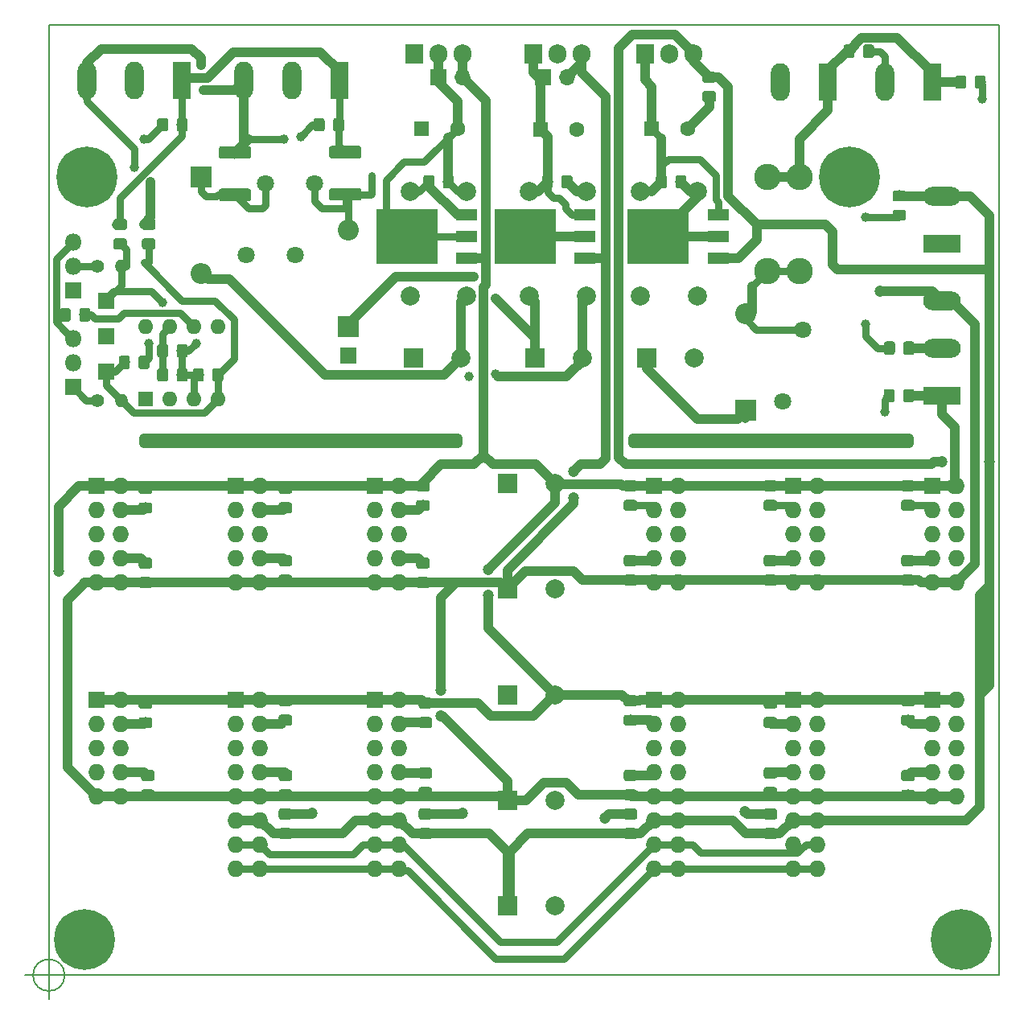
<source format=gbr>
%TF.GenerationSoftware,KiCad,Pcbnew,(5.0.0)*%
%TF.CreationDate,2019-01-15T18:54:47+01:00*%
%TF.ProjectId,KicadEuropower,4B696361644575726F706F7765722E6B,Rev B*%
%TF.SameCoordinates,Original*%
%TF.FileFunction,Copper,L2,Bot,Signal*%
%TF.FilePolarity,Positive*%
%FSLAX46Y46*%
G04 Gerber Fmt 4.6, Leading zero omitted, Abs format (unit mm)*
G04 Created by KiCad (PCBNEW (5.0.0)) date 01/15/19 18:54:47*
%MOMM*%
%LPD*%
G01*
G04 APERTURE LIST*
%ADD10C,1.000000*%
%ADD11C,0.150000*%
%ADD12C,0.200000*%
%ADD13C,0.800000*%
%ADD14C,6.400000*%
%ADD15C,1.300000*%
%ADD16C,2.780000*%
%ADD17R,1.727200X1.727200*%
%ADD18O,1.727200X1.727200*%
%ADD19C,1.800000*%
%ADD20C,1.150000*%
%ADD21C,1.600000*%
%ADD22R,1.600000X1.600000*%
%ADD23C,1.998980*%
%ADD24O,1.980000X3.960000*%
%ADD25R,1.980000X3.960000*%
%ADD26R,3.960000X1.980000*%
%ADD27O,3.960000X1.980000*%
%ADD28R,1.905000X2.000000*%
%ADD29O,1.905000X2.000000*%
%ADD30O,2.200000X2.200000*%
%ADD31R,2.200000X2.200000*%
%ADD32C,2.000000*%
%ADD33R,2.000000X2.000000*%
%ADD34O,1.800000X1.800000*%
%ADD35R,1.800000X1.800000*%
%ADD36O,1.400000X1.400000*%
%ADD37C,1.400000*%
%ADD38O,1.600000X1.600000*%
%ADD39R,1.700000X1.700000*%
%ADD40O,1.700000X1.700000*%
%ADD41R,2.200000X1.200000*%
%ADD42R,6.400000X5.800000*%
%ADD43C,1.200000*%
%ADD44C,1.000000*%
%ADD45C,0.750000*%
G04 APERTURE END LIST*
D10*
X161500000Y-94000000D02*
X161500000Y-93500000D01*
X161500000Y-93500000D02*
X190500000Y-93500000D01*
X190500000Y-94000000D02*
X161500000Y-94000000D01*
X190500000Y-93500000D02*
X190500000Y-94000000D01*
X110000000Y-94000000D02*
X110000000Y-93500000D01*
X143000000Y-94000000D02*
X110000000Y-94000000D01*
X143000000Y-93500000D02*
X143000000Y-94000000D01*
X110000000Y-93500000D02*
X143000000Y-93500000D01*
D11*
X101666666Y-150000000D02*
G75*
G03X101666666Y-150000000I-1666666J0D01*
G01*
X97500000Y-150000000D02*
X102500000Y-150000000D01*
X100000000Y-147500000D02*
X100000000Y-152500000D01*
D12*
X200000000Y-50000000D02*
X100000000Y-50000000D01*
X200000000Y-150000000D02*
X200000000Y-50000000D01*
X100000000Y-150000000D02*
X200000000Y-150000000D01*
X100000000Y-50000000D02*
X100000000Y-150000000D01*
D13*
X185947056Y-64302944D03*
X184250000Y-63600000D03*
X182552944Y-64302944D03*
X181850000Y-66000000D03*
X182552944Y-67697056D03*
X184250000Y-68400000D03*
X185947056Y-67697056D03*
X186650000Y-66000000D03*
D14*
X184250000Y-66000000D03*
X104000000Y-66000000D03*
D13*
X106400000Y-66000000D03*
X105697056Y-67697056D03*
X104000000Y-68400000D03*
X102302944Y-67697056D03*
X101600000Y-66000000D03*
X102302944Y-64302944D03*
X104000000Y-63600000D03*
X105697056Y-64302944D03*
D14*
X196000000Y-146250000D03*
D13*
X198400000Y-146250000D03*
X197697056Y-147947056D03*
X196000000Y-148650000D03*
X194302944Y-147947056D03*
X193600000Y-146250000D03*
X194302944Y-144552944D03*
X196000000Y-143850000D03*
X197697056Y-144552944D03*
D11*
G36*
X132674504Y-67176204D02*
X132698773Y-67179804D01*
X132722571Y-67185765D01*
X132745671Y-67194030D01*
X132767849Y-67204520D01*
X132788893Y-67217133D01*
X132808598Y-67231747D01*
X132826777Y-67248223D01*
X132843253Y-67266402D01*
X132857867Y-67286107D01*
X132870480Y-67307151D01*
X132880970Y-67329329D01*
X132889235Y-67352429D01*
X132895196Y-67376227D01*
X132898796Y-67400496D01*
X132900000Y-67425000D01*
X132900000Y-68225000D01*
X132898796Y-68249504D01*
X132895196Y-68273773D01*
X132889235Y-68297571D01*
X132880970Y-68320671D01*
X132870480Y-68342849D01*
X132857867Y-68363893D01*
X132843253Y-68383598D01*
X132826777Y-68401777D01*
X132808598Y-68418253D01*
X132788893Y-68432867D01*
X132767849Y-68445480D01*
X132745671Y-68455970D01*
X132722571Y-68464235D01*
X132698773Y-68470196D01*
X132674504Y-68473796D01*
X132650000Y-68475000D01*
X129750000Y-68475000D01*
X129725496Y-68473796D01*
X129701227Y-68470196D01*
X129677429Y-68464235D01*
X129654329Y-68455970D01*
X129632151Y-68445480D01*
X129611107Y-68432867D01*
X129591402Y-68418253D01*
X129573223Y-68401777D01*
X129556747Y-68383598D01*
X129542133Y-68363893D01*
X129529520Y-68342849D01*
X129519030Y-68320671D01*
X129510765Y-68297571D01*
X129504804Y-68273773D01*
X129501204Y-68249504D01*
X129500000Y-68225000D01*
X129500000Y-67425000D01*
X129501204Y-67400496D01*
X129504804Y-67376227D01*
X129510765Y-67352429D01*
X129519030Y-67329329D01*
X129529520Y-67307151D01*
X129542133Y-67286107D01*
X129556747Y-67266402D01*
X129573223Y-67248223D01*
X129591402Y-67231747D01*
X129611107Y-67217133D01*
X129632151Y-67204520D01*
X129654329Y-67194030D01*
X129677429Y-67185765D01*
X129701227Y-67179804D01*
X129725496Y-67176204D01*
X129750000Y-67175000D01*
X132650000Y-67175000D01*
X132674504Y-67176204D01*
X132674504Y-67176204D01*
G37*
D15*
X131200000Y-67825000D03*
D11*
G36*
X132674504Y-62726204D02*
X132698773Y-62729804D01*
X132722571Y-62735765D01*
X132745671Y-62744030D01*
X132767849Y-62754520D01*
X132788893Y-62767133D01*
X132808598Y-62781747D01*
X132826777Y-62798223D01*
X132843253Y-62816402D01*
X132857867Y-62836107D01*
X132870480Y-62857151D01*
X132880970Y-62879329D01*
X132889235Y-62902429D01*
X132895196Y-62926227D01*
X132898796Y-62950496D01*
X132900000Y-62975000D01*
X132900000Y-63775000D01*
X132898796Y-63799504D01*
X132895196Y-63823773D01*
X132889235Y-63847571D01*
X132880970Y-63870671D01*
X132870480Y-63892849D01*
X132857867Y-63913893D01*
X132843253Y-63933598D01*
X132826777Y-63951777D01*
X132808598Y-63968253D01*
X132788893Y-63982867D01*
X132767849Y-63995480D01*
X132745671Y-64005970D01*
X132722571Y-64014235D01*
X132698773Y-64020196D01*
X132674504Y-64023796D01*
X132650000Y-64025000D01*
X129750000Y-64025000D01*
X129725496Y-64023796D01*
X129701227Y-64020196D01*
X129677429Y-64014235D01*
X129654329Y-64005970D01*
X129632151Y-63995480D01*
X129611107Y-63982867D01*
X129591402Y-63968253D01*
X129573223Y-63951777D01*
X129556747Y-63933598D01*
X129542133Y-63913893D01*
X129529520Y-63892849D01*
X129519030Y-63870671D01*
X129510765Y-63847571D01*
X129504804Y-63823773D01*
X129501204Y-63799504D01*
X129500000Y-63775000D01*
X129500000Y-62975000D01*
X129501204Y-62950496D01*
X129504804Y-62926227D01*
X129510765Y-62902429D01*
X129519030Y-62879329D01*
X129529520Y-62857151D01*
X129542133Y-62836107D01*
X129556747Y-62816402D01*
X129573223Y-62798223D01*
X129591402Y-62781747D01*
X129611107Y-62767133D01*
X129632151Y-62754520D01*
X129654329Y-62744030D01*
X129677429Y-62735765D01*
X129701227Y-62729804D01*
X129725496Y-62726204D01*
X129750000Y-62725000D01*
X132650000Y-62725000D01*
X132674504Y-62726204D01*
X132674504Y-62726204D01*
G37*
D15*
X131200000Y-63375000D03*
D16*
X179000000Y-66000000D03*
X175600000Y-66000000D03*
X179000000Y-75920000D03*
X175600000Y-75920000D03*
D17*
X178333330Y-98535001D03*
D18*
X180873330Y-98535001D03*
X178333330Y-101075001D03*
X180873330Y-101075001D03*
X178333330Y-103615001D03*
X180873330Y-103615001D03*
X178333330Y-106155001D03*
X180873330Y-106155001D03*
X178333330Y-108695001D03*
X180873330Y-108695001D03*
D17*
X163666664Y-121000000D03*
D18*
X166206664Y-121000000D03*
X163666664Y-123540000D03*
X166206664Y-123540000D03*
X163666664Y-126080000D03*
X166206664Y-126080000D03*
X163666664Y-128620000D03*
X166206664Y-128620000D03*
X163666664Y-131160000D03*
X166206664Y-131160000D03*
X163666664Y-133700000D03*
X166206664Y-133700000D03*
X163666664Y-136240000D03*
X166206664Y-136240000D03*
X163666664Y-138780000D03*
X166206664Y-138780000D03*
X195540000Y-108695001D03*
X193000000Y-108695001D03*
X195540000Y-106155001D03*
X193000000Y-106155001D03*
X195540000Y-103615001D03*
X193000000Y-103615001D03*
X195540000Y-101075001D03*
X193000000Y-101075001D03*
X195540000Y-98535001D03*
D17*
X193000000Y-98535001D03*
D18*
X122206666Y-138780000D03*
X119666666Y-138780000D03*
X122206666Y-136240000D03*
X119666666Y-136240000D03*
X122206666Y-133700000D03*
X119666666Y-133700000D03*
X122206666Y-131160000D03*
X119666666Y-131160000D03*
X122206666Y-128620000D03*
X119666666Y-128620000D03*
X122206666Y-126080000D03*
X119666666Y-126080000D03*
X122206666Y-123540000D03*
X119666666Y-123540000D03*
X122206666Y-121000000D03*
D17*
X119666666Y-121000000D03*
X193000000Y-121000000D03*
D18*
X195540000Y-121000000D03*
X193000000Y-123540000D03*
X195540000Y-123540000D03*
X193000000Y-126080000D03*
X195540000Y-126080000D03*
X193000000Y-128620000D03*
X195540000Y-128620000D03*
X193000000Y-131160000D03*
X195540000Y-131160000D03*
D17*
X134333332Y-121000000D03*
D18*
X136873332Y-121000000D03*
X134333332Y-123540000D03*
X136873332Y-123540000D03*
X134333332Y-126080000D03*
X136873332Y-126080000D03*
X134333332Y-128620000D03*
X136873332Y-128620000D03*
X134333332Y-131160000D03*
X136873332Y-131160000D03*
X134333332Y-133700000D03*
X136873332Y-133700000D03*
X134333332Y-136240000D03*
X136873332Y-136240000D03*
X134333332Y-138780000D03*
X136873332Y-138780000D03*
X107540000Y-108695001D03*
X105000000Y-108695001D03*
X107540000Y-106155001D03*
X105000000Y-106155001D03*
X107540000Y-103615001D03*
X105000000Y-103615001D03*
X107540000Y-101075001D03*
X105000000Y-101075001D03*
X107540000Y-98535001D03*
D17*
X105000000Y-98535001D03*
D18*
X180873330Y-138780000D03*
X178333330Y-138780000D03*
X180873330Y-136240000D03*
X178333330Y-136240000D03*
X180873330Y-133700000D03*
X178333330Y-133700000D03*
X180873330Y-131160000D03*
X178333330Y-131160000D03*
X180873330Y-128620000D03*
X178333330Y-128620000D03*
X180873330Y-126080000D03*
X178333330Y-126080000D03*
X180873330Y-123540000D03*
X178333330Y-123540000D03*
X180873330Y-121000000D03*
D17*
X178333330Y-121000000D03*
D18*
X166206664Y-108695001D03*
X163666664Y-108695001D03*
X166206664Y-106155001D03*
X163666664Y-106155001D03*
X166206664Y-103615001D03*
X163666664Y-103615001D03*
X166206664Y-101075001D03*
X163666664Y-101075001D03*
X166206664Y-98535001D03*
D17*
X163666664Y-98535001D03*
X119666666Y-98535001D03*
D18*
X122206666Y-98535001D03*
X119666666Y-101075001D03*
X122206666Y-101075001D03*
X119666666Y-103615001D03*
X122206666Y-103615001D03*
X119666666Y-106155001D03*
X122206666Y-106155001D03*
X119666666Y-108695001D03*
X122206666Y-108695001D03*
X107540000Y-131160000D03*
X105000000Y-131160000D03*
X107540000Y-128620000D03*
X105000000Y-128620000D03*
X107540000Y-126080000D03*
X105000000Y-126080000D03*
X107540000Y-123540000D03*
X105000000Y-123540000D03*
X107540000Y-121000000D03*
D17*
X105000000Y-121000000D03*
X134290000Y-98535001D03*
D18*
X136830000Y-98535001D03*
X134290000Y-101075001D03*
X136830000Y-101075001D03*
X134290000Y-103615001D03*
X136830000Y-103615001D03*
X134290000Y-106155001D03*
X136830000Y-106155001D03*
X134290000Y-108695001D03*
X136830000Y-108695001D03*
D19*
X179324696Y-82089161D03*
X177274696Y-89589161D03*
D11*
G36*
X154874505Y-65801204D02*
X154898773Y-65804804D01*
X154922572Y-65810765D01*
X154945671Y-65819030D01*
X154967850Y-65829520D01*
X154988893Y-65842132D01*
X155008599Y-65856747D01*
X155026777Y-65873223D01*
X155043253Y-65891401D01*
X155057868Y-65911107D01*
X155070480Y-65932150D01*
X155080970Y-65954329D01*
X155089235Y-65977428D01*
X155095196Y-66001227D01*
X155098796Y-66025495D01*
X155100000Y-66049999D01*
X155100000Y-66950001D01*
X155098796Y-66974505D01*
X155095196Y-66998773D01*
X155089235Y-67022572D01*
X155080970Y-67045671D01*
X155070480Y-67067850D01*
X155057868Y-67088893D01*
X155043253Y-67108599D01*
X155026777Y-67126777D01*
X155008599Y-67143253D01*
X154988893Y-67157868D01*
X154967850Y-67170480D01*
X154945671Y-67180970D01*
X154922572Y-67189235D01*
X154898773Y-67195196D01*
X154874505Y-67198796D01*
X154850001Y-67200000D01*
X154199999Y-67200000D01*
X154175495Y-67198796D01*
X154151227Y-67195196D01*
X154127428Y-67189235D01*
X154104329Y-67180970D01*
X154082150Y-67170480D01*
X154061107Y-67157868D01*
X154041401Y-67143253D01*
X154023223Y-67126777D01*
X154006747Y-67108599D01*
X153992132Y-67088893D01*
X153979520Y-67067850D01*
X153969030Y-67045671D01*
X153960765Y-67022572D01*
X153954804Y-66998773D01*
X153951204Y-66974505D01*
X153950000Y-66950001D01*
X153950000Y-66049999D01*
X153951204Y-66025495D01*
X153954804Y-66001227D01*
X153960765Y-65977428D01*
X153969030Y-65954329D01*
X153979520Y-65932150D01*
X153992132Y-65911107D01*
X154006747Y-65891401D01*
X154023223Y-65873223D01*
X154041401Y-65856747D01*
X154061107Y-65842132D01*
X154082150Y-65829520D01*
X154104329Y-65819030D01*
X154127428Y-65810765D01*
X154151227Y-65804804D01*
X154175495Y-65801204D01*
X154199999Y-65800000D01*
X154850001Y-65800000D01*
X154874505Y-65801204D01*
X154874505Y-65801204D01*
G37*
D20*
X154525000Y-66500000D03*
D11*
G36*
X152824505Y-65801204D02*
X152848773Y-65804804D01*
X152872572Y-65810765D01*
X152895671Y-65819030D01*
X152917850Y-65829520D01*
X152938893Y-65842132D01*
X152958599Y-65856747D01*
X152976777Y-65873223D01*
X152993253Y-65891401D01*
X153007868Y-65911107D01*
X153020480Y-65932150D01*
X153030970Y-65954329D01*
X153039235Y-65977428D01*
X153045196Y-66001227D01*
X153048796Y-66025495D01*
X153050000Y-66049999D01*
X153050000Y-66950001D01*
X153048796Y-66974505D01*
X153045196Y-66998773D01*
X153039235Y-67022572D01*
X153030970Y-67045671D01*
X153020480Y-67067850D01*
X153007868Y-67088893D01*
X152993253Y-67108599D01*
X152976777Y-67126777D01*
X152958599Y-67143253D01*
X152938893Y-67157868D01*
X152917850Y-67170480D01*
X152895671Y-67180970D01*
X152872572Y-67189235D01*
X152848773Y-67195196D01*
X152824505Y-67198796D01*
X152800001Y-67200000D01*
X152149999Y-67200000D01*
X152125495Y-67198796D01*
X152101227Y-67195196D01*
X152077428Y-67189235D01*
X152054329Y-67180970D01*
X152032150Y-67170480D01*
X152011107Y-67157868D01*
X151991401Y-67143253D01*
X151973223Y-67126777D01*
X151956747Y-67108599D01*
X151942132Y-67088893D01*
X151929520Y-67067850D01*
X151919030Y-67045671D01*
X151910765Y-67022572D01*
X151904804Y-66998773D01*
X151901204Y-66974505D01*
X151900000Y-66950001D01*
X151900000Y-66049999D01*
X151901204Y-66025495D01*
X151904804Y-66001227D01*
X151910765Y-65977428D01*
X151919030Y-65954329D01*
X151929520Y-65932150D01*
X151942132Y-65911107D01*
X151956747Y-65891401D01*
X151973223Y-65873223D01*
X151991401Y-65856747D01*
X152011107Y-65842132D01*
X152032150Y-65829520D01*
X152054329Y-65819030D01*
X152077428Y-65810765D01*
X152101227Y-65804804D01*
X152125495Y-65801204D01*
X152149999Y-65800000D01*
X152800001Y-65800000D01*
X152824505Y-65801204D01*
X152824505Y-65801204D01*
G37*
D20*
X152475000Y-66500000D03*
D11*
G36*
X166874505Y-65801204D02*
X166898773Y-65804804D01*
X166922572Y-65810765D01*
X166945671Y-65819030D01*
X166967850Y-65829520D01*
X166988893Y-65842132D01*
X167008599Y-65856747D01*
X167026777Y-65873223D01*
X167043253Y-65891401D01*
X167057868Y-65911107D01*
X167070480Y-65932150D01*
X167080970Y-65954329D01*
X167089235Y-65977428D01*
X167095196Y-66001227D01*
X167098796Y-66025495D01*
X167100000Y-66049999D01*
X167100000Y-66950001D01*
X167098796Y-66974505D01*
X167095196Y-66998773D01*
X167089235Y-67022572D01*
X167080970Y-67045671D01*
X167070480Y-67067850D01*
X167057868Y-67088893D01*
X167043253Y-67108599D01*
X167026777Y-67126777D01*
X167008599Y-67143253D01*
X166988893Y-67157868D01*
X166967850Y-67170480D01*
X166945671Y-67180970D01*
X166922572Y-67189235D01*
X166898773Y-67195196D01*
X166874505Y-67198796D01*
X166850001Y-67200000D01*
X166199999Y-67200000D01*
X166175495Y-67198796D01*
X166151227Y-67195196D01*
X166127428Y-67189235D01*
X166104329Y-67180970D01*
X166082150Y-67170480D01*
X166061107Y-67157868D01*
X166041401Y-67143253D01*
X166023223Y-67126777D01*
X166006747Y-67108599D01*
X165992132Y-67088893D01*
X165979520Y-67067850D01*
X165969030Y-67045671D01*
X165960765Y-67022572D01*
X165954804Y-66998773D01*
X165951204Y-66974505D01*
X165950000Y-66950001D01*
X165950000Y-66049999D01*
X165951204Y-66025495D01*
X165954804Y-66001227D01*
X165960765Y-65977428D01*
X165969030Y-65954329D01*
X165979520Y-65932150D01*
X165992132Y-65911107D01*
X166006747Y-65891401D01*
X166023223Y-65873223D01*
X166041401Y-65856747D01*
X166061107Y-65842132D01*
X166082150Y-65829520D01*
X166104329Y-65819030D01*
X166127428Y-65810765D01*
X166151227Y-65804804D01*
X166175495Y-65801204D01*
X166199999Y-65800000D01*
X166850001Y-65800000D01*
X166874505Y-65801204D01*
X166874505Y-65801204D01*
G37*
D20*
X166525000Y-66500000D03*
D11*
G36*
X164824505Y-65801204D02*
X164848773Y-65804804D01*
X164872572Y-65810765D01*
X164895671Y-65819030D01*
X164917850Y-65829520D01*
X164938893Y-65842132D01*
X164958599Y-65856747D01*
X164976777Y-65873223D01*
X164993253Y-65891401D01*
X165007868Y-65911107D01*
X165020480Y-65932150D01*
X165030970Y-65954329D01*
X165039235Y-65977428D01*
X165045196Y-66001227D01*
X165048796Y-66025495D01*
X165050000Y-66049999D01*
X165050000Y-66950001D01*
X165048796Y-66974505D01*
X165045196Y-66998773D01*
X165039235Y-67022572D01*
X165030970Y-67045671D01*
X165020480Y-67067850D01*
X165007868Y-67088893D01*
X164993253Y-67108599D01*
X164976777Y-67126777D01*
X164958599Y-67143253D01*
X164938893Y-67157868D01*
X164917850Y-67170480D01*
X164895671Y-67180970D01*
X164872572Y-67189235D01*
X164848773Y-67195196D01*
X164824505Y-67198796D01*
X164800001Y-67200000D01*
X164149999Y-67200000D01*
X164125495Y-67198796D01*
X164101227Y-67195196D01*
X164077428Y-67189235D01*
X164054329Y-67180970D01*
X164032150Y-67170480D01*
X164011107Y-67157868D01*
X163991401Y-67143253D01*
X163973223Y-67126777D01*
X163956747Y-67108599D01*
X163942132Y-67088893D01*
X163929520Y-67067850D01*
X163919030Y-67045671D01*
X163910765Y-67022572D01*
X163904804Y-66998773D01*
X163901204Y-66974505D01*
X163900000Y-66950001D01*
X163900000Y-66049999D01*
X163901204Y-66025495D01*
X163904804Y-66001227D01*
X163910765Y-65977428D01*
X163919030Y-65954329D01*
X163929520Y-65932150D01*
X163942132Y-65911107D01*
X163956747Y-65891401D01*
X163973223Y-65873223D01*
X163991401Y-65856747D01*
X164011107Y-65842132D01*
X164032150Y-65829520D01*
X164054329Y-65819030D01*
X164077428Y-65810765D01*
X164101227Y-65804804D01*
X164125495Y-65801204D01*
X164149999Y-65800000D01*
X164800001Y-65800000D01*
X164824505Y-65801204D01*
X164824505Y-65801204D01*
G37*
D20*
X164475000Y-66500000D03*
D21*
X155537349Y-61000000D03*
D22*
X151737349Y-61000000D03*
X163467349Y-60890000D03*
D21*
X167267349Y-60890000D03*
D22*
X139197349Y-60890000D03*
D21*
X142997349Y-60890000D03*
D11*
G36*
X142399505Y-65801204D02*
X142423773Y-65804804D01*
X142447572Y-65810765D01*
X142470671Y-65819030D01*
X142492850Y-65829520D01*
X142513893Y-65842132D01*
X142533599Y-65856747D01*
X142551777Y-65873223D01*
X142568253Y-65891401D01*
X142582868Y-65911107D01*
X142595480Y-65932150D01*
X142605970Y-65954329D01*
X142614235Y-65977428D01*
X142620196Y-66001227D01*
X142623796Y-66025495D01*
X142625000Y-66049999D01*
X142625000Y-66950001D01*
X142623796Y-66974505D01*
X142620196Y-66998773D01*
X142614235Y-67022572D01*
X142605970Y-67045671D01*
X142595480Y-67067850D01*
X142582868Y-67088893D01*
X142568253Y-67108599D01*
X142551777Y-67126777D01*
X142533599Y-67143253D01*
X142513893Y-67157868D01*
X142492850Y-67170480D01*
X142470671Y-67180970D01*
X142447572Y-67189235D01*
X142423773Y-67195196D01*
X142399505Y-67198796D01*
X142375001Y-67200000D01*
X141724999Y-67200000D01*
X141700495Y-67198796D01*
X141676227Y-67195196D01*
X141652428Y-67189235D01*
X141629329Y-67180970D01*
X141607150Y-67170480D01*
X141586107Y-67157868D01*
X141566401Y-67143253D01*
X141548223Y-67126777D01*
X141531747Y-67108599D01*
X141517132Y-67088893D01*
X141504520Y-67067850D01*
X141494030Y-67045671D01*
X141485765Y-67022572D01*
X141479804Y-66998773D01*
X141476204Y-66974505D01*
X141475000Y-66950001D01*
X141475000Y-66049999D01*
X141476204Y-66025495D01*
X141479804Y-66001227D01*
X141485765Y-65977428D01*
X141494030Y-65954329D01*
X141504520Y-65932150D01*
X141517132Y-65911107D01*
X141531747Y-65891401D01*
X141548223Y-65873223D01*
X141566401Y-65856747D01*
X141586107Y-65842132D01*
X141607150Y-65829520D01*
X141629329Y-65819030D01*
X141652428Y-65810765D01*
X141676227Y-65804804D01*
X141700495Y-65801204D01*
X141724999Y-65800000D01*
X142375001Y-65800000D01*
X142399505Y-65801204D01*
X142399505Y-65801204D01*
G37*
D20*
X142050000Y-66500000D03*
D11*
G36*
X140349505Y-65801204D02*
X140373773Y-65804804D01*
X140397572Y-65810765D01*
X140420671Y-65819030D01*
X140442850Y-65829520D01*
X140463893Y-65842132D01*
X140483599Y-65856747D01*
X140501777Y-65873223D01*
X140518253Y-65891401D01*
X140532868Y-65911107D01*
X140545480Y-65932150D01*
X140555970Y-65954329D01*
X140564235Y-65977428D01*
X140570196Y-66001227D01*
X140573796Y-66025495D01*
X140575000Y-66049999D01*
X140575000Y-66950001D01*
X140573796Y-66974505D01*
X140570196Y-66998773D01*
X140564235Y-67022572D01*
X140555970Y-67045671D01*
X140545480Y-67067850D01*
X140532868Y-67088893D01*
X140518253Y-67108599D01*
X140501777Y-67126777D01*
X140483599Y-67143253D01*
X140463893Y-67157868D01*
X140442850Y-67170480D01*
X140420671Y-67180970D01*
X140397572Y-67189235D01*
X140373773Y-67195196D01*
X140349505Y-67198796D01*
X140325001Y-67200000D01*
X139674999Y-67200000D01*
X139650495Y-67198796D01*
X139626227Y-67195196D01*
X139602428Y-67189235D01*
X139579329Y-67180970D01*
X139557150Y-67170480D01*
X139536107Y-67157868D01*
X139516401Y-67143253D01*
X139498223Y-67126777D01*
X139481747Y-67108599D01*
X139467132Y-67088893D01*
X139454520Y-67067850D01*
X139444030Y-67045671D01*
X139435765Y-67022572D01*
X139429804Y-66998773D01*
X139426204Y-66974505D01*
X139425000Y-66950001D01*
X139425000Y-66049999D01*
X139426204Y-66025495D01*
X139429804Y-66001227D01*
X139435765Y-65977428D01*
X139444030Y-65954329D01*
X139454520Y-65932150D01*
X139467132Y-65911107D01*
X139481747Y-65891401D01*
X139498223Y-65873223D01*
X139516401Y-65856747D01*
X139536107Y-65842132D01*
X139557150Y-65829520D01*
X139579329Y-65819030D01*
X139602428Y-65810765D01*
X139626227Y-65804804D01*
X139650495Y-65801204D01*
X139674999Y-65800000D01*
X140325001Y-65800000D01*
X140349505Y-65801204D01*
X140349505Y-65801204D01*
G37*
D20*
X140000000Y-66500000D03*
D11*
G36*
X125366505Y-122587204D02*
X125390773Y-122590804D01*
X125414572Y-122596765D01*
X125437671Y-122605030D01*
X125459850Y-122615520D01*
X125480893Y-122628132D01*
X125500599Y-122642747D01*
X125518777Y-122659223D01*
X125535253Y-122677401D01*
X125549868Y-122697107D01*
X125562480Y-122718150D01*
X125572970Y-122740329D01*
X125581235Y-122763428D01*
X125587196Y-122787227D01*
X125590796Y-122811495D01*
X125592000Y-122835999D01*
X125592000Y-123486001D01*
X125590796Y-123510505D01*
X125587196Y-123534773D01*
X125581235Y-123558572D01*
X125572970Y-123581671D01*
X125562480Y-123603850D01*
X125549868Y-123624893D01*
X125535253Y-123644599D01*
X125518777Y-123662777D01*
X125500599Y-123679253D01*
X125480893Y-123693868D01*
X125459850Y-123706480D01*
X125437671Y-123716970D01*
X125414572Y-123725235D01*
X125390773Y-123731196D01*
X125366505Y-123734796D01*
X125342001Y-123736000D01*
X124441999Y-123736000D01*
X124417495Y-123734796D01*
X124393227Y-123731196D01*
X124369428Y-123725235D01*
X124346329Y-123716970D01*
X124324150Y-123706480D01*
X124303107Y-123693868D01*
X124283401Y-123679253D01*
X124265223Y-123662777D01*
X124248747Y-123644599D01*
X124234132Y-123624893D01*
X124221520Y-123603850D01*
X124211030Y-123581671D01*
X124202765Y-123558572D01*
X124196804Y-123534773D01*
X124193204Y-123510505D01*
X124192000Y-123486001D01*
X124192000Y-122835999D01*
X124193204Y-122811495D01*
X124196804Y-122787227D01*
X124202765Y-122763428D01*
X124211030Y-122740329D01*
X124221520Y-122718150D01*
X124234132Y-122697107D01*
X124248747Y-122677401D01*
X124265223Y-122659223D01*
X124283401Y-122642747D01*
X124303107Y-122628132D01*
X124324150Y-122615520D01*
X124346329Y-122605030D01*
X124369428Y-122596765D01*
X124393227Y-122590804D01*
X124417495Y-122587204D01*
X124441999Y-122586000D01*
X125342001Y-122586000D01*
X125366505Y-122587204D01*
X125366505Y-122587204D01*
G37*
D20*
X124892000Y-123161000D03*
D11*
G36*
X125366505Y-120537204D02*
X125390773Y-120540804D01*
X125414572Y-120546765D01*
X125437671Y-120555030D01*
X125459850Y-120565520D01*
X125480893Y-120578132D01*
X125500599Y-120592747D01*
X125518777Y-120609223D01*
X125535253Y-120627401D01*
X125549868Y-120647107D01*
X125562480Y-120668150D01*
X125572970Y-120690329D01*
X125581235Y-120713428D01*
X125587196Y-120737227D01*
X125590796Y-120761495D01*
X125592000Y-120785999D01*
X125592000Y-121436001D01*
X125590796Y-121460505D01*
X125587196Y-121484773D01*
X125581235Y-121508572D01*
X125572970Y-121531671D01*
X125562480Y-121553850D01*
X125549868Y-121574893D01*
X125535253Y-121594599D01*
X125518777Y-121612777D01*
X125500599Y-121629253D01*
X125480893Y-121643868D01*
X125459850Y-121656480D01*
X125437671Y-121666970D01*
X125414572Y-121675235D01*
X125390773Y-121681196D01*
X125366505Y-121684796D01*
X125342001Y-121686000D01*
X124441999Y-121686000D01*
X124417495Y-121684796D01*
X124393227Y-121681196D01*
X124369428Y-121675235D01*
X124346329Y-121666970D01*
X124324150Y-121656480D01*
X124303107Y-121643868D01*
X124283401Y-121629253D01*
X124265223Y-121612777D01*
X124248747Y-121594599D01*
X124234132Y-121574893D01*
X124221520Y-121553850D01*
X124211030Y-121531671D01*
X124202765Y-121508572D01*
X124196804Y-121484773D01*
X124193204Y-121460505D01*
X124192000Y-121436001D01*
X124192000Y-120785999D01*
X124193204Y-120761495D01*
X124196804Y-120737227D01*
X124202765Y-120713428D01*
X124211030Y-120690329D01*
X124221520Y-120668150D01*
X124234132Y-120647107D01*
X124248747Y-120627401D01*
X124265223Y-120609223D01*
X124283401Y-120592747D01*
X124303107Y-120578132D01*
X124324150Y-120565520D01*
X124346329Y-120555030D01*
X124369428Y-120546765D01*
X124393227Y-120540804D01*
X124417495Y-120537204D01*
X124441999Y-120536000D01*
X125342001Y-120536000D01*
X125366505Y-120537204D01*
X125366505Y-120537204D01*
G37*
D20*
X124892000Y-121111000D03*
D11*
G36*
X176420505Y-122841204D02*
X176444773Y-122844804D01*
X176468572Y-122850765D01*
X176491671Y-122859030D01*
X176513850Y-122869520D01*
X176534893Y-122882132D01*
X176554599Y-122896747D01*
X176572777Y-122913223D01*
X176589253Y-122931401D01*
X176603868Y-122951107D01*
X176616480Y-122972150D01*
X176626970Y-122994329D01*
X176635235Y-123017428D01*
X176641196Y-123041227D01*
X176644796Y-123065495D01*
X176646000Y-123089999D01*
X176646000Y-123740001D01*
X176644796Y-123764505D01*
X176641196Y-123788773D01*
X176635235Y-123812572D01*
X176626970Y-123835671D01*
X176616480Y-123857850D01*
X176603868Y-123878893D01*
X176589253Y-123898599D01*
X176572777Y-123916777D01*
X176554599Y-123933253D01*
X176534893Y-123947868D01*
X176513850Y-123960480D01*
X176491671Y-123970970D01*
X176468572Y-123979235D01*
X176444773Y-123985196D01*
X176420505Y-123988796D01*
X176396001Y-123990000D01*
X175495999Y-123990000D01*
X175471495Y-123988796D01*
X175447227Y-123985196D01*
X175423428Y-123979235D01*
X175400329Y-123970970D01*
X175378150Y-123960480D01*
X175357107Y-123947868D01*
X175337401Y-123933253D01*
X175319223Y-123916777D01*
X175302747Y-123898599D01*
X175288132Y-123878893D01*
X175275520Y-123857850D01*
X175265030Y-123835671D01*
X175256765Y-123812572D01*
X175250804Y-123788773D01*
X175247204Y-123764505D01*
X175246000Y-123740001D01*
X175246000Y-123089999D01*
X175247204Y-123065495D01*
X175250804Y-123041227D01*
X175256765Y-123017428D01*
X175265030Y-122994329D01*
X175275520Y-122972150D01*
X175288132Y-122951107D01*
X175302747Y-122931401D01*
X175319223Y-122913223D01*
X175337401Y-122896747D01*
X175357107Y-122882132D01*
X175378150Y-122869520D01*
X175400329Y-122859030D01*
X175423428Y-122850765D01*
X175447227Y-122844804D01*
X175471495Y-122841204D01*
X175495999Y-122840000D01*
X176396001Y-122840000D01*
X176420505Y-122841204D01*
X176420505Y-122841204D01*
G37*
D20*
X175946000Y-123415000D03*
D11*
G36*
X176420505Y-120791204D02*
X176444773Y-120794804D01*
X176468572Y-120800765D01*
X176491671Y-120809030D01*
X176513850Y-120819520D01*
X176534893Y-120832132D01*
X176554599Y-120846747D01*
X176572777Y-120863223D01*
X176589253Y-120881401D01*
X176603868Y-120901107D01*
X176616480Y-120922150D01*
X176626970Y-120944329D01*
X176635235Y-120967428D01*
X176641196Y-120991227D01*
X176644796Y-121015495D01*
X176646000Y-121039999D01*
X176646000Y-121690001D01*
X176644796Y-121714505D01*
X176641196Y-121738773D01*
X176635235Y-121762572D01*
X176626970Y-121785671D01*
X176616480Y-121807850D01*
X176603868Y-121828893D01*
X176589253Y-121848599D01*
X176572777Y-121866777D01*
X176554599Y-121883253D01*
X176534893Y-121897868D01*
X176513850Y-121910480D01*
X176491671Y-121920970D01*
X176468572Y-121929235D01*
X176444773Y-121935196D01*
X176420505Y-121938796D01*
X176396001Y-121940000D01*
X175495999Y-121940000D01*
X175471495Y-121938796D01*
X175447227Y-121935196D01*
X175423428Y-121929235D01*
X175400329Y-121920970D01*
X175378150Y-121910480D01*
X175357107Y-121897868D01*
X175337401Y-121883253D01*
X175319223Y-121866777D01*
X175302747Y-121848599D01*
X175288132Y-121828893D01*
X175275520Y-121807850D01*
X175265030Y-121785671D01*
X175256765Y-121762572D01*
X175250804Y-121738773D01*
X175247204Y-121714505D01*
X175246000Y-121690001D01*
X175246000Y-121039999D01*
X175247204Y-121015495D01*
X175250804Y-120991227D01*
X175256765Y-120967428D01*
X175265030Y-120944329D01*
X175275520Y-120922150D01*
X175288132Y-120901107D01*
X175302747Y-120881401D01*
X175319223Y-120863223D01*
X175337401Y-120846747D01*
X175357107Y-120832132D01*
X175378150Y-120819520D01*
X175400329Y-120809030D01*
X175423428Y-120800765D01*
X175447227Y-120794804D01*
X175471495Y-120791204D01*
X175495999Y-120790000D01*
X176396001Y-120790000D01*
X176420505Y-120791204D01*
X176420505Y-120791204D01*
G37*
D20*
X175946000Y-121365000D03*
D11*
G36*
X176420505Y-99981204D02*
X176444773Y-99984804D01*
X176468572Y-99990765D01*
X176491671Y-99999030D01*
X176513850Y-100009520D01*
X176534893Y-100022132D01*
X176554599Y-100036747D01*
X176572777Y-100053223D01*
X176589253Y-100071401D01*
X176603868Y-100091107D01*
X176616480Y-100112150D01*
X176626970Y-100134329D01*
X176635235Y-100157428D01*
X176641196Y-100181227D01*
X176644796Y-100205495D01*
X176646000Y-100229999D01*
X176646000Y-100880001D01*
X176644796Y-100904505D01*
X176641196Y-100928773D01*
X176635235Y-100952572D01*
X176626970Y-100975671D01*
X176616480Y-100997850D01*
X176603868Y-101018893D01*
X176589253Y-101038599D01*
X176572777Y-101056777D01*
X176554599Y-101073253D01*
X176534893Y-101087868D01*
X176513850Y-101100480D01*
X176491671Y-101110970D01*
X176468572Y-101119235D01*
X176444773Y-101125196D01*
X176420505Y-101128796D01*
X176396001Y-101130000D01*
X175495999Y-101130000D01*
X175471495Y-101128796D01*
X175447227Y-101125196D01*
X175423428Y-101119235D01*
X175400329Y-101110970D01*
X175378150Y-101100480D01*
X175357107Y-101087868D01*
X175337401Y-101073253D01*
X175319223Y-101056777D01*
X175302747Y-101038599D01*
X175288132Y-101018893D01*
X175275520Y-100997850D01*
X175265030Y-100975671D01*
X175256765Y-100952572D01*
X175250804Y-100928773D01*
X175247204Y-100904505D01*
X175246000Y-100880001D01*
X175246000Y-100229999D01*
X175247204Y-100205495D01*
X175250804Y-100181227D01*
X175256765Y-100157428D01*
X175265030Y-100134329D01*
X175275520Y-100112150D01*
X175288132Y-100091107D01*
X175302747Y-100071401D01*
X175319223Y-100053223D01*
X175337401Y-100036747D01*
X175357107Y-100022132D01*
X175378150Y-100009520D01*
X175400329Y-99999030D01*
X175423428Y-99990765D01*
X175447227Y-99984804D01*
X175471495Y-99981204D01*
X175495999Y-99980000D01*
X176396001Y-99980000D01*
X176420505Y-99981204D01*
X176420505Y-99981204D01*
G37*
D20*
X175946000Y-100555000D03*
D11*
G36*
X176420505Y-97931204D02*
X176444773Y-97934804D01*
X176468572Y-97940765D01*
X176491671Y-97949030D01*
X176513850Y-97959520D01*
X176534893Y-97972132D01*
X176554599Y-97986747D01*
X176572777Y-98003223D01*
X176589253Y-98021401D01*
X176603868Y-98041107D01*
X176616480Y-98062150D01*
X176626970Y-98084329D01*
X176635235Y-98107428D01*
X176641196Y-98131227D01*
X176644796Y-98155495D01*
X176646000Y-98179999D01*
X176646000Y-98830001D01*
X176644796Y-98854505D01*
X176641196Y-98878773D01*
X176635235Y-98902572D01*
X176626970Y-98925671D01*
X176616480Y-98947850D01*
X176603868Y-98968893D01*
X176589253Y-98988599D01*
X176572777Y-99006777D01*
X176554599Y-99023253D01*
X176534893Y-99037868D01*
X176513850Y-99050480D01*
X176491671Y-99060970D01*
X176468572Y-99069235D01*
X176444773Y-99075196D01*
X176420505Y-99078796D01*
X176396001Y-99080000D01*
X175495999Y-99080000D01*
X175471495Y-99078796D01*
X175447227Y-99075196D01*
X175423428Y-99069235D01*
X175400329Y-99060970D01*
X175378150Y-99050480D01*
X175357107Y-99037868D01*
X175337401Y-99023253D01*
X175319223Y-99006777D01*
X175302747Y-98988599D01*
X175288132Y-98968893D01*
X175275520Y-98947850D01*
X175265030Y-98925671D01*
X175256765Y-98902572D01*
X175250804Y-98878773D01*
X175247204Y-98854505D01*
X175246000Y-98830001D01*
X175246000Y-98179999D01*
X175247204Y-98155495D01*
X175250804Y-98131227D01*
X175256765Y-98107428D01*
X175265030Y-98084329D01*
X175275520Y-98062150D01*
X175288132Y-98041107D01*
X175302747Y-98021401D01*
X175319223Y-98003223D01*
X175337401Y-97986747D01*
X175357107Y-97972132D01*
X175378150Y-97959520D01*
X175400329Y-97949030D01*
X175423428Y-97940765D01*
X175447227Y-97934804D01*
X175471495Y-97931204D01*
X175495999Y-97930000D01*
X176396001Y-97930000D01*
X176420505Y-97931204D01*
X176420505Y-97931204D01*
G37*
D20*
X175946000Y-98505000D03*
D11*
G36*
X161688505Y-99981204D02*
X161712773Y-99984804D01*
X161736572Y-99990765D01*
X161759671Y-99999030D01*
X161781850Y-100009520D01*
X161802893Y-100022132D01*
X161822599Y-100036747D01*
X161840777Y-100053223D01*
X161857253Y-100071401D01*
X161871868Y-100091107D01*
X161884480Y-100112150D01*
X161894970Y-100134329D01*
X161903235Y-100157428D01*
X161909196Y-100181227D01*
X161912796Y-100205495D01*
X161914000Y-100229999D01*
X161914000Y-100880001D01*
X161912796Y-100904505D01*
X161909196Y-100928773D01*
X161903235Y-100952572D01*
X161894970Y-100975671D01*
X161884480Y-100997850D01*
X161871868Y-101018893D01*
X161857253Y-101038599D01*
X161840777Y-101056777D01*
X161822599Y-101073253D01*
X161802893Y-101087868D01*
X161781850Y-101100480D01*
X161759671Y-101110970D01*
X161736572Y-101119235D01*
X161712773Y-101125196D01*
X161688505Y-101128796D01*
X161664001Y-101130000D01*
X160763999Y-101130000D01*
X160739495Y-101128796D01*
X160715227Y-101125196D01*
X160691428Y-101119235D01*
X160668329Y-101110970D01*
X160646150Y-101100480D01*
X160625107Y-101087868D01*
X160605401Y-101073253D01*
X160587223Y-101056777D01*
X160570747Y-101038599D01*
X160556132Y-101018893D01*
X160543520Y-100997850D01*
X160533030Y-100975671D01*
X160524765Y-100952572D01*
X160518804Y-100928773D01*
X160515204Y-100904505D01*
X160514000Y-100880001D01*
X160514000Y-100229999D01*
X160515204Y-100205495D01*
X160518804Y-100181227D01*
X160524765Y-100157428D01*
X160533030Y-100134329D01*
X160543520Y-100112150D01*
X160556132Y-100091107D01*
X160570747Y-100071401D01*
X160587223Y-100053223D01*
X160605401Y-100036747D01*
X160625107Y-100022132D01*
X160646150Y-100009520D01*
X160668329Y-99999030D01*
X160691428Y-99990765D01*
X160715227Y-99984804D01*
X160739495Y-99981204D01*
X160763999Y-99980000D01*
X161664001Y-99980000D01*
X161688505Y-99981204D01*
X161688505Y-99981204D01*
G37*
D20*
X161214000Y-100555000D03*
D11*
G36*
X161688505Y-97931204D02*
X161712773Y-97934804D01*
X161736572Y-97940765D01*
X161759671Y-97949030D01*
X161781850Y-97959520D01*
X161802893Y-97972132D01*
X161822599Y-97986747D01*
X161840777Y-98003223D01*
X161857253Y-98021401D01*
X161871868Y-98041107D01*
X161884480Y-98062150D01*
X161894970Y-98084329D01*
X161903235Y-98107428D01*
X161909196Y-98131227D01*
X161912796Y-98155495D01*
X161914000Y-98179999D01*
X161914000Y-98830001D01*
X161912796Y-98854505D01*
X161909196Y-98878773D01*
X161903235Y-98902572D01*
X161894970Y-98925671D01*
X161884480Y-98947850D01*
X161871868Y-98968893D01*
X161857253Y-98988599D01*
X161840777Y-99006777D01*
X161822599Y-99023253D01*
X161802893Y-99037868D01*
X161781850Y-99050480D01*
X161759671Y-99060970D01*
X161736572Y-99069235D01*
X161712773Y-99075196D01*
X161688505Y-99078796D01*
X161664001Y-99080000D01*
X160763999Y-99080000D01*
X160739495Y-99078796D01*
X160715227Y-99075196D01*
X160691428Y-99069235D01*
X160668329Y-99060970D01*
X160646150Y-99050480D01*
X160625107Y-99037868D01*
X160605401Y-99023253D01*
X160587223Y-99006777D01*
X160570747Y-98988599D01*
X160556132Y-98968893D01*
X160543520Y-98947850D01*
X160533030Y-98925671D01*
X160524765Y-98902572D01*
X160518804Y-98878773D01*
X160515204Y-98854505D01*
X160514000Y-98830001D01*
X160514000Y-98179999D01*
X160515204Y-98155495D01*
X160518804Y-98131227D01*
X160524765Y-98107428D01*
X160533030Y-98084329D01*
X160543520Y-98062150D01*
X160556132Y-98041107D01*
X160570747Y-98021401D01*
X160587223Y-98003223D01*
X160605401Y-97986747D01*
X160625107Y-97972132D01*
X160646150Y-97959520D01*
X160668329Y-97949030D01*
X160691428Y-97940765D01*
X160715227Y-97934804D01*
X160739495Y-97931204D01*
X160763999Y-97930000D01*
X161664001Y-97930000D01*
X161688505Y-97931204D01*
X161688505Y-97931204D01*
G37*
D20*
X161214000Y-98505000D03*
D11*
G36*
X190898505Y-99981204D02*
X190922773Y-99984804D01*
X190946572Y-99990765D01*
X190969671Y-99999030D01*
X190991850Y-100009520D01*
X191012893Y-100022132D01*
X191032599Y-100036747D01*
X191050777Y-100053223D01*
X191067253Y-100071401D01*
X191081868Y-100091107D01*
X191094480Y-100112150D01*
X191104970Y-100134329D01*
X191113235Y-100157428D01*
X191119196Y-100181227D01*
X191122796Y-100205495D01*
X191124000Y-100229999D01*
X191124000Y-100880001D01*
X191122796Y-100904505D01*
X191119196Y-100928773D01*
X191113235Y-100952572D01*
X191104970Y-100975671D01*
X191094480Y-100997850D01*
X191081868Y-101018893D01*
X191067253Y-101038599D01*
X191050777Y-101056777D01*
X191032599Y-101073253D01*
X191012893Y-101087868D01*
X190991850Y-101100480D01*
X190969671Y-101110970D01*
X190946572Y-101119235D01*
X190922773Y-101125196D01*
X190898505Y-101128796D01*
X190874001Y-101130000D01*
X189973999Y-101130000D01*
X189949495Y-101128796D01*
X189925227Y-101125196D01*
X189901428Y-101119235D01*
X189878329Y-101110970D01*
X189856150Y-101100480D01*
X189835107Y-101087868D01*
X189815401Y-101073253D01*
X189797223Y-101056777D01*
X189780747Y-101038599D01*
X189766132Y-101018893D01*
X189753520Y-100997850D01*
X189743030Y-100975671D01*
X189734765Y-100952572D01*
X189728804Y-100928773D01*
X189725204Y-100904505D01*
X189724000Y-100880001D01*
X189724000Y-100229999D01*
X189725204Y-100205495D01*
X189728804Y-100181227D01*
X189734765Y-100157428D01*
X189743030Y-100134329D01*
X189753520Y-100112150D01*
X189766132Y-100091107D01*
X189780747Y-100071401D01*
X189797223Y-100053223D01*
X189815401Y-100036747D01*
X189835107Y-100022132D01*
X189856150Y-100009520D01*
X189878329Y-99999030D01*
X189901428Y-99990765D01*
X189925227Y-99984804D01*
X189949495Y-99981204D01*
X189973999Y-99980000D01*
X190874001Y-99980000D01*
X190898505Y-99981204D01*
X190898505Y-99981204D01*
G37*
D20*
X190424000Y-100555000D03*
D11*
G36*
X190898505Y-97931204D02*
X190922773Y-97934804D01*
X190946572Y-97940765D01*
X190969671Y-97949030D01*
X190991850Y-97959520D01*
X191012893Y-97972132D01*
X191032599Y-97986747D01*
X191050777Y-98003223D01*
X191067253Y-98021401D01*
X191081868Y-98041107D01*
X191094480Y-98062150D01*
X191104970Y-98084329D01*
X191113235Y-98107428D01*
X191119196Y-98131227D01*
X191122796Y-98155495D01*
X191124000Y-98179999D01*
X191124000Y-98830001D01*
X191122796Y-98854505D01*
X191119196Y-98878773D01*
X191113235Y-98902572D01*
X191104970Y-98925671D01*
X191094480Y-98947850D01*
X191081868Y-98968893D01*
X191067253Y-98988599D01*
X191050777Y-99006777D01*
X191032599Y-99023253D01*
X191012893Y-99037868D01*
X190991850Y-99050480D01*
X190969671Y-99060970D01*
X190946572Y-99069235D01*
X190922773Y-99075196D01*
X190898505Y-99078796D01*
X190874001Y-99080000D01*
X189973999Y-99080000D01*
X189949495Y-99078796D01*
X189925227Y-99075196D01*
X189901428Y-99069235D01*
X189878329Y-99060970D01*
X189856150Y-99050480D01*
X189835107Y-99037868D01*
X189815401Y-99023253D01*
X189797223Y-99006777D01*
X189780747Y-98988599D01*
X189766132Y-98968893D01*
X189753520Y-98947850D01*
X189743030Y-98925671D01*
X189734765Y-98902572D01*
X189728804Y-98878773D01*
X189725204Y-98854505D01*
X189724000Y-98830001D01*
X189724000Y-98179999D01*
X189725204Y-98155495D01*
X189728804Y-98131227D01*
X189734765Y-98107428D01*
X189743030Y-98084329D01*
X189753520Y-98062150D01*
X189766132Y-98041107D01*
X189780747Y-98021401D01*
X189797223Y-98003223D01*
X189815401Y-97986747D01*
X189835107Y-97972132D01*
X189856150Y-97959520D01*
X189878329Y-97949030D01*
X189901428Y-97940765D01*
X189925227Y-97934804D01*
X189949495Y-97931204D01*
X189973999Y-97930000D01*
X190874001Y-97930000D01*
X190898505Y-97931204D01*
X190898505Y-97931204D01*
G37*
D20*
X190424000Y-98505000D03*
D11*
G36*
X140098505Y-122841204D02*
X140122773Y-122844804D01*
X140146572Y-122850765D01*
X140169671Y-122859030D01*
X140191850Y-122869520D01*
X140212893Y-122882132D01*
X140232599Y-122896747D01*
X140250777Y-122913223D01*
X140267253Y-122931401D01*
X140281868Y-122951107D01*
X140294480Y-122972150D01*
X140304970Y-122994329D01*
X140313235Y-123017428D01*
X140319196Y-123041227D01*
X140322796Y-123065495D01*
X140324000Y-123089999D01*
X140324000Y-123740001D01*
X140322796Y-123764505D01*
X140319196Y-123788773D01*
X140313235Y-123812572D01*
X140304970Y-123835671D01*
X140294480Y-123857850D01*
X140281868Y-123878893D01*
X140267253Y-123898599D01*
X140250777Y-123916777D01*
X140232599Y-123933253D01*
X140212893Y-123947868D01*
X140191850Y-123960480D01*
X140169671Y-123970970D01*
X140146572Y-123979235D01*
X140122773Y-123985196D01*
X140098505Y-123988796D01*
X140074001Y-123990000D01*
X139173999Y-123990000D01*
X139149495Y-123988796D01*
X139125227Y-123985196D01*
X139101428Y-123979235D01*
X139078329Y-123970970D01*
X139056150Y-123960480D01*
X139035107Y-123947868D01*
X139015401Y-123933253D01*
X138997223Y-123916777D01*
X138980747Y-123898599D01*
X138966132Y-123878893D01*
X138953520Y-123857850D01*
X138943030Y-123835671D01*
X138934765Y-123812572D01*
X138928804Y-123788773D01*
X138925204Y-123764505D01*
X138924000Y-123740001D01*
X138924000Y-123089999D01*
X138925204Y-123065495D01*
X138928804Y-123041227D01*
X138934765Y-123017428D01*
X138943030Y-122994329D01*
X138953520Y-122972150D01*
X138966132Y-122951107D01*
X138980747Y-122931401D01*
X138997223Y-122913223D01*
X139015401Y-122896747D01*
X139035107Y-122882132D01*
X139056150Y-122869520D01*
X139078329Y-122859030D01*
X139101428Y-122850765D01*
X139125227Y-122844804D01*
X139149495Y-122841204D01*
X139173999Y-122840000D01*
X140074001Y-122840000D01*
X140098505Y-122841204D01*
X140098505Y-122841204D01*
G37*
D20*
X139624000Y-123415000D03*
D11*
G36*
X140098505Y-120791204D02*
X140122773Y-120794804D01*
X140146572Y-120800765D01*
X140169671Y-120809030D01*
X140191850Y-120819520D01*
X140212893Y-120832132D01*
X140232599Y-120846747D01*
X140250777Y-120863223D01*
X140267253Y-120881401D01*
X140281868Y-120901107D01*
X140294480Y-120922150D01*
X140304970Y-120944329D01*
X140313235Y-120967428D01*
X140319196Y-120991227D01*
X140322796Y-121015495D01*
X140324000Y-121039999D01*
X140324000Y-121690001D01*
X140322796Y-121714505D01*
X140319196Y-121738773D01*
X140313235Y-121762572D01*
X140304970Y-121785671D01*
X140294480Y-121807850D01*
X140281868Y-121828893D01*
X140267253Y-121848599D01*
X140250777Y-121866777D01*
X140232599Y-121883253D01*
X140212893Y-121897868D01*
X140191850Y-121910480D01*
X140169671Y-121920970D01*
X140146572Y-121929235D01*
X140122773Y-121935196D01*
X140098505Y-121938796D01*
X140074001Y-121940000D01*
X139173999Y-121940000D01*
X139149495Y-121938796D01*
X139125227Y-121935196D01*
X139101428Y-121929235D01*
X139078329Y-121920970D01*
X139056150Y-121910480D01*
X139035107Y-121897868D01*
X139015401Y-121883253D01*
X138997223Y-121866777D01*
X138980747Y-121848599D01*
X138966132Y-121828893D01*
X138953520Y-121807850D01*
X138943030Y-121785671D01*
X138934765Y-121762572D01*
X138928804Y-121738773D01*
X138925204Y-121714505D01*
X138924000Y-121690001D01*
X138924000Y-121039999D01*
X138925204Y-121015495D01*
X138928804Y-120991227D01*
X138934765Y-120967428D01*
X138943030Y-120944329D01*
X138953520Y-120922150D01*
X138966132Y-120901107D01*
X138980747Y-120881401D01*
X138997223Y-120863223D01*
X139015401Y-120846747D01*
X139035107Y-120832132D01*
X139056150Y-120819520D01*
X139078329Y-120809030D01*
X139101428Y-120800765D01*
X139125227Y-120794804D01*
X139149495Y-120791204D01*
X139173999Y-120790000D01*
X140074001Y-120790000D01*
X140098505Y-120791204D01*
X140098505Y-120791204D01*
G37*
D20*
X139624000Y-121365000D03*
D11*
G36*
X139844505Y-99990204D02*
X139868773Y-99993804D01*
X139892572Y-99999765D01*
X139915671Y-100008030D01*
X139937850Y-100018520D01*
X139958893Y-100031132D01*
X139978599Y-100045747D01*
X139996777Y-100062223D01*
X140013253Y-100080401D01*
X140027868Y-100100107D01*
X140040480Y-100121150D01*
X140050970Y-100143329D01*
X140059235Y-100166428D01*
X140065196Y-100190227D01*
X140068796Y-100214495D01*
X140070000Y-100238999D01*
X140070000Y-100889001D01*
X140068796Y-100913505D01*
X140065196Y-100937773D01*
X140059235Y-100961572D01*
X140050970Y-100984671D01*
X140040480Y-101006850D01*
X140027868Y-101027893D01*
X140013253Y-101047599D01*
X139996777Y-101065777D01*
X139978599Y-101082253D01*
X139958893Y-101096868D01*
X139937850Y-101109480D01*
X139915671Y-101119970D01*
X139892572Y-101128235D01*
X139868773Y-101134196D01*
X139844505Y-101137796D01*
X139820001Y-101139000D01*
X138919999Y-101139000D01*
X138895495Y-101137796D01*
X138871227Y-101134196D01*
X138847428Y-101128235D01*
X138824329Y-101119970D01*
X138802150Y-101109480D01*
X138781107Y-101096868D01*
X138761401Y-101082253D01*
X138743223Y-101065777D01*
X138726747Y-101047599D01*
X138712132Y-101027893D01*
X138699520Y-101006850D01*
X138689030Y-100984671D01*
X138680765Y-100961572D01*
X138674804Y-100937773D01*
X138671204Y-100913505D01*
X138670000Y-100889001D01*
X138670000Y-100238999D01*
X138671204Y-100214495D01*
X138674804Y-100190227D01*
X138680765Y-100166428D01*
X138689030Y-100143329D01*
X138699520Y-100121150D01*
X138712132Y-100100107D01*
X138726747Y-100080401D01*
X138743223Y-100062223D01*
X138761401Y-100045747D01*
X138781107Y-100031132D01*
X138802150Y-100018520D01*
X138824329Y-100008030D01*
X138847428Y-99999765D01*
X138871227Y-99993804D01*
X138895495Y-99990204D01*
X138919999Y-99989000D01*
X139820001Y-99989000D01*
X139844505Y-99990204D01*
X139844505Y-99990204D01*
G37*
D20*
X139370000Y-100564000D03*
D11*
G36*
X139844505Y-97940204D02*
X139868773Y-97943804D01*
X139892572Y-97949765D01*
X139915671Y-97958030D01*
X139937850Y-97968520D01*
X139958893Y-97981132D01*
X139978599Y-97995747D01*
X139996777Y-98012223D01*
X140013253Y-98030401D01*
X140027868Y-98050107D01*
X140040480Y-98071150D01*
X140050970Y-98093329D01*
X140059235Y-98116428D01*
X140065196Y-98140227D01*
X140068796Y-98164495D01*
X140070000Y-98188999D01*
X140070000Y-98839001D01*
X140068796Y-98863505D01*
X140065196Y-98887773D01*
X140059235Y-98911572D01*
X140050970Y-98934671D01*
X140040480Y-98956850D01*
X140027868Y-98977893D01*
X140013253Y-98997599D01*
X139996777Y-99015777D01*
X139978599Y-99032253D01*
X139958893Y-99046868D01*
X139937850Y-99059480D01*
X139915671Y-99069970D01*
X139892572Y-99078235D01*
X139868773Y-99084196D01*
X139844505Y-99087796D01*
X139820001Y-99089000D01*
X138919999Y-99089000D01*
X138895495Y-99087796D01*
X138871227Y-99084196D01*
X138847428Y-99078235D01*
X138824329Y-99069970D01*
X138802150Y-99059480D01*
X138781107Y-99046868D01*
X138761401Y-99032253D01*
X138743223Y-99015777D01*
X138726747Y-98997599D01*
X138712132Y-98977893D01*
X138699520Y-98956850D01*
X138689030Y-98934671D01*
X138680765Y-98911572D01*
X138674804Y-98887773D01*
X138671204Y-98863505D01*
X138670000Y-98839001D01*
X138670000Y-98188999D01*
X138671204Y-98164495D01*
X138674804Y-98140227D01*
X138680765Y-98116428D01*
X138689030Y-98093329D01*
X138699520Y-98071150D01*
X138712132Y-98050107D01*
X138726747Y-98030401D01*
X138743223Y-98012223D01*
X138761401Y-97995747D01*
X138781107Y-97981132D01*
X138802150Y-97968520D01*
X138824329Y-97958030D01*
X138847428Y-97949765D01*
X138871227Y-97943804D01*
X138895495Y-97940204D01*
X138919999Y-97939000D01*
X139820001Y-97939000D01*
X139844505Y-97940204D01*
X139844505Y-97940204D01*
G37*
D20*
X139370000Y-98514000D03*
D11*
G36*
X161688505Y-122596204D02*
X161712773Y-122599804D01*
X161736572Y-122605765D01*
X161759671Y-122614030D01*
X161781850Y-122624520D01*
X161802893Y-122637132D01*
X161822599Y-122651747D01*
X161840777Y-122668223D01*
X161857253Y-122686401D01*
X161871868Y-122706107D01*
X161884480Y-122727150D01*
X161894970Y-122749329D01*
X161903235Y-122772428D01*
X161909196Y-122796227D01*
X161912796Y-122820495D01*
X161914000Y-122844999D01*
X161914000Y-123495001D01*
X161912796Y-123519505D01*
X161909196Y-123543773D01*
X161903235Y-123567572D01*
X161894970Y-123590671D01*
X161884480Y-123612850D01*
X161871868Y-123633893D01*
X161857253Y-123653599D01*
X161840777Y-123671777D01*
X161822599Y-123688253D01*
X161802893Y-123702868D01*
X161781850Y-123715480D01*
X161759671Y-123725970D01*
X161736572Y-123734235D01*
X161712773Y-123740196D01*
X161688505Y-123743796D01*
X161664001Y-123745000D01*
X160763999Y-123745000D01*
X160739495Y-123743796D01*
X160715227Y-123740196D01*
X160691428Y-123734235D01*
X160668329Y-123725970D01*
X160646150Y-123715480D01*
X160625107Y-123702868D01*
X160605401Y-123688253D01*
X160587223Y-123671777D01*
X160570747Y-123653599D01*
X160556132Y-123633893D01*
X160543520Y-123612850D01*
X160533030Y-123590671D01*
X160524765Y-123567572D01*
X160518804Y-123543773D01*
X160515204Y-123519505D01*
X160514000Y-123495001D01*
X160514000Y-122844999D01*
X160515204Y-122820495D01*
X160518804Y-122796227D01*
X160524765Y-122772428D01*
X160533030Y-122749329D01*
X160543520Y-122727150D01*
X160556132Y-122706107D01*
X160570747Y-122686401D01*
X160587223Y-122668223D01*
X160605401Y-122651747D01*
X160625107Y-122637132D01*
X160646150Y-122624520D01*
X160668329Y-122614030D01*
X160691428Y-122605765D01*
X160715227Y-122599804D01*
X160739495Y-122596204D01*
X160763999Y-122595000D01*
X161664001Y-122595000D01*
X161688505Y-122596204D01*
X161688505Y-122596204D01*
G37*
D20*
X161214000Y-123170000D03*
D11*
G36*
X161688505Y-120546204D02*
X161712773Y-120549804D01*
X161736572Y-120555765D01*
X161759671Y-120564030D01*
X161781850Y-120574520D01*
X161802893Y-120587132D01*
X161822599Y-120601747D01*
X161840777Y-120618223D01*
X161857253Y-120636401D01*
X161871868Y-120656107D01*
X161884480Y-120677150D01*
X161894970Y-120699329D01*
X161903235Y-120722428D01*
X161909196Y-120746227D01*
X161912796Y-120770495D01*
X161914000Y-120794999D01*
X161914000Y-121445001D01*
X161912796Y-121469505D01*
X161909196Y-121493773D01*
X161903235Y-121517572D01*
X161894970Y-121540671D01*
X161884480Y-121562850D01*
X161871868Y-121583893D01*
X161857253Y-121603599D01*
X161840777Y-121621777D01*
X161822599Y-121638253D01*
X161802893Y-121652868D01*
X161781850Y-121665480D01*
X161759671Y-121675970D01*
X161736572Y-121684235D01*
X161712773Y-121690196D01*
X161688505Y-121693796D01*
X161664001Y-121695000D01*
X160763999Y-121695000D01*
X160739495Y-121693796D01*
X160715227Y-121690196D01*
X160691428Y-121684235D01*
X160668329Y-121675970D01*
X160646150Y-121665480D01*
X160625107Y-121652868D01*
X160605401Y-121638253D01*
X160587223Y-121621777D01*
X160570747Y-121603599D01*
X160556132Y-121583893D01*
X160543520Y-121562850D01*
X160533030Y-121540671D01*
X160524765Y-121517572D01*
X160518804Y-121493773D01*
X160515204Y-121469505D01*
X160514000Y-121445001D01*
X160514000Y-120794999D01*
X160515204Y-120770495D01*
X160518804Y-120746227D01*
X160524765Y-120722428D01*
X160533030Y-120699329D01*
X160543520Y-120677150D01*
X160556132Y-120656107D01*
X160570747Y-120636401D01*
X160587223Y-120618223D01*
X160605401Y-120601747D01*
X160625107Y-120587132D01*
X160646150Y-120574520D01*
X160668329Y-120564030D01*
X160691428Y-120555765D01*
X160715227Y-120549804D01*
X160739495Y-120546204D01*
X160763999Y-120545000D01*
X161664001Y-120545000D01*
X161688505Y-120546204D01*
X161688505Y-120546204D01*
G37*
D20*
X161214000Y-121120000D03*
D11*
G36*
X110634505Y-120800204D02*
X110658773Y-120803804D01*
X110682572Y-120809765D01*
X110705671Y-120818030D01*
X110727850Y-120828520D01*
X110748893Y-120841132D01*
X110768599Y-120855747D01*
X110786777Y-120872223D01*
X110803253Y-120890401D01*
X110817868Y-120910107D01*
X110830480Y-120931150D01*
X110840970Y-120953329D01*
X110849235Y-120976428D01*
X110855196Y-121000227D01*
X110858796Y-121024495D01*
X110860000Y-121048999D01*
X110860000Y-121699001D01*
X110858796Y-121723505D01*
X110855196Y-121747773D01*
X110849235Y-121771572D01*
X110840970Y-121794671D01*
X110830480Y-121816850D01*
X110817868Y-121837893D01*
X110803253Y-121857599D01*
X110786777Y-121875777D01*
X110768599Y-121892253D01*
X110748893Y-121906868D01*
X110727850Y-121919480D01*
X110705671Y-121929970D01*
X110682572Y-121938235D01*
X110658773Y-121944196D01*
X110634505Y-121947796D01*
X110610001Y-121949000D01*
X109709999Y-121949000D01*
X109685495Y-121947796D01*
X109661227Y-121944196D01*
X109637428Y-121938235D01*
X109614329Y-121929970D01*
X109592150Y-121919480D01*
X109571107Y-121906868D01*
X109551401Y-121892253D01*
X109533223Y-121875777D01*
X109516747Y-121857599D01*
X109502132Y-121837893D01*
X109489520Y-121816850D01*
X109479030Y-121794671D01*
X109470765Y-121771572D01*
X109464804Y-121747773D01*
X109461204Y-121723505D01*
X109460000Y-121699001D01*
X109460000Y-121048999D01*
X109461204Y-121024495D01*
X109464804Y-121000227D01*
X109470765Y-120976428D01*
X109479030Y-120953329D01*
X109489520Y-120931150D01*
X109502132Y-120910107D01*
X109516747Y-120890401D01*
X109533223Y-120872223D01*
X109551401Y-120855747D01*
X109571107Y-120841132D01*
X109592150Y-120828520D01*
X109614329Y-120818030D01*
X109637428Y-120809765D01*
X109661227Y-120803804D01*
X109685495Y-120800204D01*
X109709999Y-120799000D01*
X110610001Y-120799000D01*
X110634505Y-120800204D01*
X110634505Y-120800204D01*
G37*
D20*
X110160000Y-121374000D03*
D11*
G36*
X110634505Y-122850204D02*
X110658773Y-122853804D01*
X110682572Y-122859765D01*
X110705671Y-122868030D01*
X110727850Y-122878520D01*
X110748893Y-122891132D01*
X110768599Y-122905747D01*
X110786777Y-122922223D01*
X110803253Y-122940401D01*
X110817868Y-122960107D01*
X110830480Y-122981150D01*
X110840970Y-123003329D01*
X110849235Y-123026428D01*
X110855196Y-123050227D01*
X110858796Y-123074495D01*
X110860000Y-123098999D01*
X110860000Y-123749001D01*
X110858796Y-123773505D01*
X110855196Y-123797773D01*
X110849235Y-123821572D01*
X110840970Y-123844671D01*
X110830480Y-123866850D01*
X110817868Y-123887893D01*
X110803253Y-123907599D01*
X110786777Y-123925777D01*
X110768599Y-123942253D01*
X110748893Y-123956868D01*
X110727850Y-123969480D01*
X110705671Y-123979970D01*
X110682572Y-123988235D01*
X110658773Y-123994196D01*
X110634505Y-123997796D01*
X110610001Y-123999000D01*
X109709999Y-123999000D01*
X109685495Y-123997796D01*
X109661227Y-123994196D01*
X109637428Y-123988235D01*
X109614329Y-123979970D01*
X109592150Y-123969480D01*
X109571107Y-123956868D01*
X109551401Y-123942253D01*
X109533223Y-123925777D01*
X109516747Y-123907599D01*
X109502132Y-123887893D01*
X109489520Y-123866850D01*
X109479030Y-123844671D01*
X109470765Y-123821572D01*
X109464804Y-123797773D01*
X109461204Y-123773505D01*
X109460000Y-123749001D01*
X109460000Y-123098999D01*
X109461204Y-123074495D01*
X109464804Y-123050227D01*
X109470765Y-123026428D01*
X109479030Y-123003329D01*
X109489520Y-122981150D01*
X109502132Y-122960107D01*
X109516747Y-122940401D01*
X109533223Y-122922223D01*
X109551401Y-122905747D01*
X109571107Y-122891132D01*
X109592150Y-122878520D01*
X109614329Y-122868030D01*
X109637428Y-122859765D01*
X109661227Y-122853804D01*
X109685495Y-122850204D01*
X109709999Y-122849000D01*
X110610001Y-122849000D01*
X110634505Y-122850204D01*
X110634505Y-122850204D01*
G37*
D20*
X110160000Y-123424000D03*
D11*
G36*
X110634505Y-98194204D02*
X110658773Y-98197804D01*
X110682572Y-98203765D01*
X110705671Y-98212030D01*
X110727850Y-98222520D01*
X110748893Y-98235132D01*
X110768599Y-98249747D01*
X110786777Y-98266223D01*
X110803253Y-98284401D01*
X110817868Y-98304107D01*
X110830480Y-98325150D01*
X110840970Y-98347329D01*
X110849235Y-98370428D01*
X110855196Y-98394227D01*
X110858796Y-98418495D01*
X110860000Y-98442999D01*
X110860000Y-99093001D01*
X110858796Y-99117505D01*
X110855196Y-99141773D01*
X110849235Y-99165572D01*
X110840970Y-99188671D01*
X110830480Y-99210850D01*
X110817868Y-99231893D01*
X110803253Y-99251599D01*
X110786777Y-99269777D01*
X110768599Y-99286253D01*
X110748893Y-99300868D01*
X110727850Y-99313480D01*
X110705671Y-99323970D01*
X110682572Y-99332235D01*
X110658773Y-99338196D01*
X110634505Y-99341796D01*
X110610001Y-99343000D01*
X109709999Y-99343000D01*
X109685495Y-99341796D01*
X109661227Y-99338196D01*
X109637428Y-99332235D01*
X109614329Y-99323970D01*
X109592150Y-99313480D01*
X109571107Y-99300868D01*
X109551401Y-99286253D01*
X109533223Y-99269777D01*
X109516747Y-99251599D01*
X109502132Y-99231893D01*
X109489520Y-99210850D01*
X109479030Y-99188671D01*
X109470765Y-99165572D01*
X109464804Y-99141773D01*
X109461204Y-99117505D01*
X109460000Y-99093001D01*
X109460000Y-98442999D01*
X109461204Y-98418495D01*
X109464804Y-98394227D01*
X109470765Y-98370428D01*
X109479030Y-98347329D01*
X109489520Y-98325150D01*
X109502132Y-98304107D01*
X109516747Y-98284401D01*
X109533223Y-98266223D01*
X109551401Y-98249747D01*
X109571107Y-98235132D01*
X109592150Y-98222520D01*
X109614329Y-98212030D01*
X109637428Y-98203765D01*
X109661227Y-98197804D01*
X109685495Y-98194204D01*
X109709999Y-98193000D01*
X110610001Y-98193000D01*
X110634505Y-98194204D01*
X110634505Y-98194204D01*
G37*
D20*
X110160000Y-98768000D03*
D11*
G36*
X110634505Y-100244204D02*
X110658773Y-100247804D01*
X110682572Y-100253765D01*
X110705671Y-100262030D01*
X110727850Y-100272520D01*
X110748893Y-100285132D01*
X110768599Y-100299747D01*
X110786777Y-100316223D01*
X110803253Y-100334401D01*
X110817868Y-100354107D01*
X110830480Y-100375150D01*
X110840970Y-100397329D01*
X110849235Y-100420428D01*
X110855196Y-100444227D01*
X110858796Y-100468495D01*
X110860000Y-100492999D01*
X110860000Y-101143001D01*
X110858796Y-101167505D01*
X110855196Y-101191773D01*
X110849235Y-101215572D01*
X110840970Y-101238671D01*
X110830480Y-101260850D01*
X110817868Y-101281893D01*
X110803253Y-101301599D01*
X110786777Y-101319777D01*
X110768599Y-101336253D01*
X110748893Y-101350868D01*
X110727850Y-101363480D01*
X110705671Y-101373970D01*
X110682572Y-101382235D01*
X110658773Y-101388196D01*
X110634505Y-101391796D01*
X110610001Y-101393000D01*
X109709999Y-101393000D01*
X109685495Y-101391796D01*
X109661227Y-101388196D01*
X109637428Y-101382235D01*
X109614329Y-101373970D01*
X109592150Y-101363480D01*
X109571107Y-101350868D01*
X109551401Y-101336253D01*
X109533223Y-101319777D01*
X109516747Y-101301599D01*
X109502132Y-101281893D01*
X109489520Y-101260850D01*
X109479030Y-101238671D01*
X109470765Y-101215572D01*
X109464804Y-101191773D01*
X109461204Y-101167505D01*
X109460000Y-101143001D01*
X109460000Y-100492999D01*
X109461204Y-100468495D01*
X109464804Y-100444227D01*
X109470765Y-100420428D01*
X109479030Y-100397329D01*
X109489520Y-100375150D01*
X109502132Y-100354107D01*
X109516747Y-100334401D01*
X109533223Y-100316223D01*
X109551401Y-100299747D01*
X109571107Y-100285132D01*
X109592150Y-100272520D01*
X109614329Y-100262030D01*
X109637428Y-100253765D01*
X109661227Y-100247804D01*
X109685495Y-100244204D01*
X109709999Y-100243000D01*
X110610001Y-100243000D01*
X110634505Y-100244204D01*
X110634505Y-100244204D01*
G37*
D20*
X110160000Y-100818000D03*
D11*
G36*
X125366505Y-98185204D02*
X125390773Y-98188804D01*
X125414572Y-98194765D01*
X125437671Y-98203030D01*
X125459850Y-98213520D01*
X125480893Y-98226132D01*
X125500599Y-98240747D01*
X125518777Y-98257223D01*
X125535253Y-98275401D01*
X125549868Y-98295107D01*
X125562480Y-98316150D01*
X125572970Y-98338329D01*
X125581235Y-98361428D01*
X125587196Y-98385227D01*
X125590796Y-98409495D01*
X125592000Y-98433999D01*
X125592000Y-99084001D01*
X125590796Y-99108505D01*
X125587196Y-99132773D01*
X125581235Y-99156572D01*
X125572970Y-99179671D01*
X125562480Y-99201850D01*
X125549868Y-99222893D01*
X125535253Y-99242599D01*
X125518777Y-99260777D01*
X125500599Y-99277253D01*
X125480893Y-99291868D01*
X125459850Y-99304480D01*
X125437671Y-99314970D01*
X125414572Y-99323235D01*
X125390773Y-99329196D01*
X125366505Y-99332796D01*
X125342001Y-99334000D01*
X124441999Y-99334000D01*
X124417495Y-99332796D01*
X124393227Y-99329196D01*
X124369428Y-99323235D01*
X124346329Y-99314970D01*
X124324150Y-99304480D01*
X124303107Y-99291868D01*
X124283401Y-99277253D01*
X124265223Y-99260777D01*
X124248747Y-99242599D01*
X124234132Y-99222893D01*
X124221520Y-99201850D01*
X124211030Y-99179671D01*
X124202765Y-99156572D01*
X124196804Y-99132773D01*
X124193204Y-99108505D01*
X124192000Y-99084001D01*
X124192000Y-98433999D01*
X124193204Y-98409495D01*
X124196804Y-98385227D01*
X124202765Y-98361428D01*
X124211030Y-98338329D01*
X124221520Y-98316150D01*
X124234132Y-98295107D01*
X124248747Y-98275401D01*
X124265223Y-98257223D01*
X124283401Y-98240747D01*
X124303107Y-98226132D01*
X124324150Y-98213520D01*
X124346329Y-98203030D01*
X124369428Y-98194765D01*
X124393227Y-98188804D01*
X124417495Y-98185204D01*
X124441999Y-98184000D01*
X125342001Y-98184000D01*
X125366505Y-98185204D01*
X125366505Y-98185204D01*
G37*
D20*
X124892000Y-98759000D03*
D11*
G36*
X125366505Y-100235204D02*
X125390773Y-100238804D01*
X125414572Y-100244765D01*
X125437671Y-100253030D01*
X125459850Y-100263520D01*
X125480893Y-100276132D01*
X125500599Y-100290747D01*
X125518777Y-100307223D01*
X125535253Y-100325401D01*
X125549868Y-100345107D01*
X125562480Y-100366150D01*
X125572970Y-100388329D01*
X125581235Y-100411428D01*
X125587196Y-100435227D01*
X125590796Y-100459495D01*
X125592000Y-100483999D01*
X125592000Y-101134001D01*
X125590796Y-101158505D01*
X125587196Y-101182773D01*
X125581235Y-101206572D01*
X125572970Y-101229671D01*
X125562480Y-101251850D01*
X125549868Y-101272893D01*
X125535253Y-101292599D01*
X125518777Y-101310777D01*
X125500599Y-101327253D01*
X125480893Y-101341868D01*
X125459850Y-101354480D01*
X125437671Y-101364970D01*
X125414572Y-101373235D01*
X125390773Y-101379196D01*
X125366505Y-101382796D01*
X125342001Y-101384000D01*
X124441999Y-101384000D01*
X124417495Y-101382796D01*
X124393227Y-101379196D01*
X124369428Y-101373235D01*
X124346329Y-101364970D01*
X124324150Y-101354480D01*
X124303107Y-101341868D01*
X124283401Y-101327253D01*
X124265223Y-101310777D01*
X124248747Y-101292599D01*
X124234132Y-101272893D01*
X124221520Y-101251850D01*
X124211030Y-101229671D01*
X124202765Y-101206572D01*
X124196804Y-101182773D01*
X124193204Y-101158505D01*
X124192000Y-101134001D01*
X124192000Y-100483999D01*
X124193204Y-100459495D01*
X124196804Y-100435227D01*
X124202765Y-100411428D01*
X124211030Y-100388329D01*
X124221520Y-100366150D01*
X124234132Y-100345107D01*
X124248747Y-100325401D01*
X124265223Y-100307223D01*
X124283401Y-100290747D01*
X124303107Y-100276132D01*
X124324150Y-100263520D01*
X124346329Y-100253030D01*
X124369428Y-100244765D01*
X124393227Y-100238804D01*
X124417495Y-100235204D01*
X124441999Y-100234000D01*
X125342001Y-100234000D01*
X125366505Y-100235204D01*
X125366505Y-100235204D01*
G37*
D20*
X124892000Y-100809000D03*
D11*
G36*
X190898505Y-120546204D02*
X190922773Y-120549804D01*
X190946572Y-120555765D01*
X190969671Y-120564030D01*
X190991850Y-120574520D01*
X191012893Y-120587132D01*
X191032599Y-120601747D01*
X191050777Y-120618223D01*
X191067253Y-120636401D01*
X191081868Y-120656107D01*
X191094480Y-120677150D01*
X191104970Y-120699329D01*
X191113235Y-120722428D01*
X191119196Y-120746227D01*
X191122796Y-120770495D01*
X191124000Y-120794999D01*
X191124000Y-121445001D01*
X191122796Y-121469505D01*
X191119196Y-121493773D01*
X191113235Y-121517572D01*
X191104970Y-121540671D01*
X191094480Y-121562850D01*
X191081868Y-121583893D01*
X191067253Y-121603599D01*
X191050777Y-121621777D01*
X191032599Y-121638253D01*
X191012893Y-121652868D01*
X190991850Y-121665480D01*
X190969671Y-121675970D01*
X190946572Y-121684235D01*
X190922773Y-121690196D01*
X190898505Y-121693796D01*
X190874001Y-121695000D01*
X189973999Y-121695000D01*
X189949495Y-121693796D01*
X189925227Y-121690196D01*
X189901428Y-121684235D01*
X189878329Y-121675970D01*
X189856150Y-121665480D01*
X189835107Y-121652868D01*
X189815401Y-121638253D01*
X189797223Y-121621777D01*
X189780747Y-121603599D01*
X189766132Y-121583893D01*
X189753520Y-121562850D01*
X189743030Y-121540671D01*
X189734765Y-121517572D01*
X189728804Y-121493773D01*
X189725204Y-121469505D01*
X189724000Y-121445001D01*
X189724000Y-120794999D01*
X189725204Y-120770495D01*
X189728804Y-120746227D01*
X189734765Y-120722428D01*
X189743030Y-120699329D01*
X189753520Y-120677150D01*
X189766132Y-120656107D01*
X189780747Y-120636401D01*
X189797223Y-120618223D01*
X189815401Y-120601747D01*
X189835107Y-120587132D01*
X189856150Y-120574520D01*
X189878329Y-120564030D01*
X189901428Y-120555765D01*
X189925227Y-120549804D01*
X189949495Y-120546204D01*
X189973999Y-120545000D01*
X190874001Y-120545000D01*
X190898505Y-120546204D01*
X190898505Y-120546204D01*
G37*
D20*
X190424000Y-121120000D03*
D11*
G36*
X190898505Y-122596204D02*
X190922773Y-122599804D01*
X190946572Y-122605765D01*
X190969671Y-122614030D01*
X190991850Y-122624520D01*
X191012893Y-122637132D01*
X191032599Y-122651747D01*
X191050777Y-122668223D01*
X191067253Y-122686401D01*
X191081868Y-122706107D01*
X191094480Y-122727150D01*
X191104970Y-122749329D01*
X191113235Y-122772428D01*
X191119196Y-122796227D01*
X191122796Y-122820495D01*
X191124000Y-122844999D01*
X191124000Y-123495001D01*
X191122796Y-123519505D01*
X191119196Y-123543773D01*
X191113235Y-123567572D01*
X191104970Y-123590671D01*
X191094480Y-123612850D01*
X191081868Y-123633893D01*
X191067253Y-123653599D01*
X191050777Y-123671777D01*
X191032599Y-123688253D01*
X191012893Y-123702868D01*
X190991850Y-123715480D01*
X190969671Y-123725970D01*
X190946572Y-123734235D01*
X190922773Y-123740196D01*
X190898505Y-123743796D01*
X190874001Y-123745000D01*
X189973999Y-123745000D01*
X189949495Y-123743796D01*
X189925227Y-123740196D01*
X189901428Y-123734235D01*
X189878329Y-123725970D01*
X189856150Y-123715480D01*
X189835107Y-123702868D01*
X189815401Y-123688253D01*
X189797223Y-123671777D01*
X189780747Y-123653599D01*
X189766132Y-123633893D01*
X189753520Y-123612850D01*
X189743030Y-123590671D01*
X189734765Y-123567572D01*
X189728804Y-123543773D01*
X189725204Y-123519505D01*
X189724000Y-123495001D01*
X189724000Y-122844999D01*
X189725204Y-122820495D01*
X189728804Y-122796227D01*
X189734765Y-122772428D01*
X189743030Y-122749329D01*
X189753520Y-122727150D01*
X189766132Y-122706107D01*
X189780747Y-122686401D01*
X189797223Y-122668223D01*
X189815401Y-122651747D01*
X189835107Y-122637132D01*
X189856150Y-122624520D01*
X189878329Y-122614030D01*
X189901428Y-122605765D01*
X189925227Y-122599804D01*
X189949495Y-122596204D01*
X189973999Y-122595000D01*
X190874001Y-122595000D01*
X190898505Y-122596204D01*
X190898505Y-122596204D01*
G37*
D20*
X190424000Y-123170000D03*
D11*
G36*
X190898505Y-128420204D02*
X190922773Y-128423804D01*
X190946572Y-128429765D01*
X190969671Y-128438030D01*
X190991850Y-128448520D01*
X191012893Y-128461132D01*
X191032599Y-128475747D01*
X191050777Y-128492223D01*
X191067253Y-128510401D01*
X191081868Y-128530107D01*
X191094480Y-128551150D01*
X191104970Y-128573329D01*
X191113235Y-128596428D01*
X191119196Y-128620227D01*
X191122796Y-128644495D01*
X191124000Y-128668999D01*
X191124000Y-129319001D01*
X191122796Y-129343505D01*
X191119196Y-129367773D01*
X191113235Y-129391572D01*
X191104970Y-129414671D01*
X191094480Y-129436850D01*
X191081868Y-129457893D01*
X191067253Y-129477599D01*
X191050777Y-129495777D01*
X191032599Y-129512253D01*
X191012893Y-129526868D01*
X190991850Y-129539480D01*
X190969671Y-129549970D01*
X190946572Y-129558235D01*
X190922773Y-129564196D01*
X190898505Y-129567796D01*
X190874001Y-129569000D01*
X189973999Y-129569000D01*
X189949495Y-129567796D01*
X189925227Y-129564196D01*
X189901428Y-129558235D01*
X189878329Y-129549970D01*
X189856150Y-129539480D01*
X189835107Y-129526868D01*
X189815401Y-129512253D01*
X189797223Y-129495777D01*
X189780747Y-129477599D01*
X189766132Y-129457893D01*
X189753520Y-129436850D01*
X189743030Y-129414671D01*
X189734765Y-129391572D01*
X189728804Y-129367773D01*
X189725204Y-129343505D01*
X189724000Y-129319001D01*
X189724000Y-128668999D01*
X189725204Y-128644495D01*
X189728804Y-128620227D01*
X189734765Y-128596428D01*
X189743030Y-128573329D01*
X189753520Y-128551150D01*
X189766132Y-128530107D01*
X189780747Y-128510401D01*
X189797223Y-128492223D01*
X189815401Y-128475747D01*
X189835107Y-128461132D01*
X189856150Y-128448520D01*
X189878329Y-128438030D01*
X189901428Y-128429765D01*
X189925227Y-128423804D01*
X189949495Y-128420204D01*
X189973999Y-128419000D01*
X190874001Y-128419000D01*
X190898505Y-128420204D01*
X190898505Y-128420204D01*
G37*
D20*
X190424000Y-128994000D03*
D11*
G36*
X190898505Y-130470204D02*
X190922773Y-130473804D01*
X190946572Y-130479765D01*
X190969671Y-130488030D01*
X190991850Y-130498520D01*
X191012893Y-130511132D01*
X191032599Y-130525747D01*
X191050777Y-130542223D01*
X191067253Y-130560401D01*
X191081868Y-130580107D01*
X191094480Y-130601150D01*
X191104970Y-130623329D01*
X191113235Y-130646428D01*
X191119196Y-130670227D01*
X191122796Y-130694495D01*
X191124000Y-130718999D01*
X191124000Y-131369001D01*
X191122796Y-131393505D01*
X191119196Y-131417773D01*
X191113235Y-131441572D01*
X191104970Y-131464671D01*
X191094480Y-131486850D01*
X191081868Y-131507893D01*
X191067253Y-131527599D01*
X191050777Y-131545777D01*
X191032599Y-131562253D01*
X191012893Y-131576868D01*
X190991850Y-131589480D01*
X190969671Y-131599970D01*
X190946572Y-131608235D01*
X190922773Y-131614196D01*
X190898505Y-131617796D01*
X190874001Y-131619000D01*
X189973999Y-131619000D01*
X189949495Y-131617796D01*
X189925227Y-131614196D01*
X189901428Y-131608235D01*
X189878329Y-131599970D01*
X189856150Y-131589480D01*
X189835107Y-131576868D01*
X189815401Y-131562253D01*
X189797223Y-131545777D01*
X189780747Y-131527599D01*
X189766132Y-131507893D01*
X189753520Y-131486850D01*
X189743030Y-131464671D01*
X189734765Y-131441572D01*
X189728804Y-131417773D01*
X189725204Y-131393505D01*
X189724000Y-131369001D01*
X189724000Y-130718999D01*
X189725204Y-130694495D01*
X189728804Y-130670227D01*
X189734765Y-130646428D01*
X189743030Y-130623329D01*
X189753520Y-130601150D01*
X189766132Y-130580107D01*
X189780747Y-130560401D01*
X189797223Y-130542223D01*
X189815401Y-130525747D01*
X189835107Y-130511132D01*
X189856150Y-130498520D01*
X189878329Y-130488030D01*
X189901428Y-130479765D01*
X189925227Y-130473804D01*
X189949495Y-130470204D01*
X189973999Y-130469000D01*
X190874001Y-130469000D01*
X190898505Y-130470204D01*
X190898505Y-130470204D01*
G37*
D20*
X190424000Y-131044000D03*
D11*
G36*
X110634505Y-106059204D02*
X110658773Y-106062804D01*
X110682572Y-106068765D01*
X110705671Y-106077030D01*
X110727850Y-106087520D01*
X110748893Y-106100132D01*
X110768599Y-106114747D01*
X110786777Y-106131223D01*
X110803253Y-106149401D01*
X110817868Y-106169107D01*
X110830480Y-106190150D01*
X110840970Y-106212329D01*
X110849235Y-106235428D01*
X110855196Y-106259227D01*
X110858796Y-106283495D01*
X110860000Y-106307999D01*
X110860000Y-106958001D01*
X110858796Y-106982505D01*
X110855196Y-107006773D01*
X110849235Y-107030572D01*
X110840970Y-107053671D01*
X110830480Y-107075850D01*
X110817868Y-107096893D01*
X110803253Y-107116599D01*
X110786777Y-107134777D01*
X110768599Y-107151253D01*
X110748893Y-107165868D01*
X110727850Y-107178480D01*
X110705671Y-107188970D01*
X110682572Y-107197235D01*
X110658773Y-107203196D01*
X110634505Y-107206796D01*
X110610001Y-107208000D01*
X109709999Y-107208000D01*
X109685495Y-107206796D01*
X109661227Y-107203196D01*
X109637428Y-107197235D01*
X109614329Y-107188970D01*
X109592150Y-107178480D01*
X109571107Y-107165868D01*
X109551401Y-107151253D01*
X109533223Y-107134777D01*
X109516747Y-107116599D01*
X109502132Y-107096893D01*
X109489520Y-107075850D01*
X109479030Y-107053671D01*
X109470765Y-107030572D01*
X109464804Y-107006773D01*
X109461204Y-106982505D01*
X109460000Y-106958001D01*
X109460000Y-106307999D01*
X109461204Y-106283495D01*
X109464804Y-106259227D01*
X109470765Y-106235428D01*
X109479030Y-106212329D01*
X109489520Y-106190150D01*
X109502132Y-106169107D01*
X109516747Y-106149401D01*
X109533223Y-106131223D01*
X109551401Y-106114747D01*
X109571107Y-106100132D01*
X109592150Y-106087520D01*
X109614329Y-106077030D01*
X109637428Y-106068765D01*
X109661227Y-106062804D01*
X109685495Y-106059204D01*
X109709999Y-106058000D01*
X110610001Y-106058000D01*
X110634505Y-106059204D01*
X110634505Y-106059204D01*
G37*
D20*
X110160000Y-106633000D03*
D11*
G36*
X110634505Y-108109204D02*
X110658773Y-108112804D01*
X110682572Y-108118765D01*
X110705671Y-108127030D01*
X110727850Y-108137520D01*
X110748893Y-108150132D01*
X110768599Y-108164747D01*
X110786777Y-108181223D01*
X110803253Y-108199401D01*
X110817868Y-108219107D01*
X110830480Y-108240150D01*
X110840970Y-108262329D01*
X110849235Y-108285428D01*
X110855196Y-108309227D01*
X110858796Y-108333495D01*
X110860000Y-108357999D01*
X110860000Y-109008001D01*
X110858796Y-109032505D01*
X110855196Y-109056773D01*
X110849235Y-109080572D01*
X110840970Y-109103671D01*
X110830480Y-109125850D01*
X110817868Y-109146893D01*
X110803253Y-109166599D01*
X110786777Y-109184777D01*
X110768599Y-109201253D01*
X110748893Y-109215868D01*
X110727850Y-109228480D01*
X110705671Y-109238970D01*
X110682572Y-109247235D01*
X110658773Y-109253196D01*
X110634505Y-109256796D01*
X110610001Y-109258000D01*
X109709999Y-109258000D01*
X109685495Y-109256796D01*
X109661227Y-109253196D01*
X109637428Y-109247235D01*
X109614329Y-109238970D01*
X109592150Y-109228480D01*
X109571107Y-109215868D01*
X109551401Y-109201253D01*
X109533223Y-109184777D01*
X109516747Y-109166599D01*
X109502132Y-109146893D01*
X109489520Y-109125850D01*
X109479030Y-109103671D01*
X109470765Y-109080572D01*
X109464804Y-109056773D01*
X109461204Y-109032505D01*
X109460000Y-109008001D01*
X109460000Y-108357999D01*
X109461204Y-108333495D01*
X109464804Y-108309227D01*
X109470765Y-108285428D01*
X109479030Y-108262329D01*
X109489520Y-108240150D01*
X109502132Y-108219107D01*
X109516747Y-108199401D01*
X109533223Y-108181223D01*
X109551401Y-108164747D01*
X109571107Y-108150132D01*
X109592150Y-108137520D01*
X109614329Y-108127030D01*
X109637428Y-108118765D01*
X109661227Y-108112804D01*
X109685495Y-108109204D01*
X109709999Y-108108000D01*
X110610001Y-108108000D01*
X110634505Y-108109204D01*
X110634505Y-108109204D01*
G37*
D20*
X110160000Y-108683000D03*
D11*
G36*
X110888505Y-128411204D02*
X110912773Y-128414804D01*
X110936572Y-128420765D01*
X110959671Y-128429030D01*
X110981850Y-128439520D01*
X111002893Y-128452132D01*
X111022599Y-128466747D01*
X111040777Y-128483223D01*
X111057253Y-128501401D01*
X111071868Y-128521107D01*
X111084480Y-128542150D01*
X111094970Y-128564329D01*
X111103235Y-128587428D01*
X111109196Y-128611227D01*
X111112796Y-128635495D01*
X111114000Y-128659999D01*
X111114000Y-129310001D01*
X111112796Y-129334505D01*
X111109196Y-129358773D01*
X111103235Y-129382572D01*
X111094970Y-129405671D01*
X111084480Y-129427850D01*
X111071868Y-129448893D01*
X111057253Y-129468599D01*
X111040777Y-129486777D01*
X111022599Y-129503253D01*
X111002893Y-129517868D01*
X110981850Y-129530480D01*
X110959671Y-129540970D01*
X110936572Y-129549235D01*
X110912773Y-129555196D01*
X110888505Y-129558796D01*
X110864001Y-129560000D01*
X109963999Y-129560000D01*
X109939495Y-129558796D01*
X109915227Y-129555196D01*
X109891428Y-129549235D01*
X109868329Y-129540970D01*
X109846150Y-129530480D01*
X109825107Y-129517868D01*
X109805401Y-129503253D01*
X109787223Y-129486777D01*
X109770747Y-129468599D01*
X109756132Y-129448893D01*
X109743520Y-129427850D01*
X109733030Y-129405671D01*
X109724765Y-129382572D01*
X109718804Y-129358773D01*
X109715204Y-129334505D01*
X109714000Y-129310001D01*
X109714000Y-128659999D01*
X109715204Y-128635495D01*
X109718804Y-128611227D01*
X109724765Y-128587428D01*
X109733030Y-128564329D01*
X109743520Y-128542150D01*
X109756132Y-128521107D01*
X109770747Y-128501401D01*
X109787223Y-128483223D01*
X109805401Y-128466747D01*
X109825107Y-128452132D01*
X109846150Y-128439520D01*
X109868329Y-128429030D01*
X109891428Y-128420765D01*
X109915227Y-128414804D01*
X109939495Y-128411204D01*
X109963999Y-128410000D01*
X110864001Y-128410000D01*
X110888505Y-128411204D01*
X110888505Y-128411204D01*
G37*
D20*
X110414000Y-128985000D03*
D11*
G36*
X110888505Y-130461204D02*
X110912773Y-130464804D01*
X110936572Y-130470765D01*
X110959671Y-130479030D01*
X110981850Y-130489520D01*
X111002893Y-130502132D01*
X111022599Y-130516747D01*
X111040777Y-130533223D01*
X111057253Y-130551401D01*
X111071868Y-130571107D01*
X111084480Y-130592150D01*
X111094970Y-130614329D01*
X111103235Y-130637428D01*
X111109196Y-130661227D01*
X111112796Y-130685495D01*
X111114000Y-130709999D01*
X111114000Y-131360001D01*
X111112796Y-131384505D01*
X111109196Y-131408773D01*
X111103235Y-131432572D01*
X111094970Y-131455671D01*
X111084480Y-131477850D01*
X111071868Y-131498893D01*
X111057253Y-131518599D01*
X111040777Y-131536777D01*
X111022599Y-131553253D01*
X111002893Y-131567868D01*
X110981850Y-131580480D01*
X110959671Y-131590970D01*
X110936572Y-131599235D01*
X110912773Y-131605196D01*
X110888505Y-131608796D01*
X110864001Y-131610000D01*
X109963999Y-131610000D01*
X109939495Y-131608796D01*
X109915227Y-131605196D01*
X109891428Y-131599235D01*
X109868329Y-131590970D01*
X109846150Y-131580480D01*
X109825107Y-131567868D01*
X109805401Y-131553253D01*
X109787223Y-131536777D01*
X109770747Y-131518599D01*
X109756132Y-131498893D01*
X109743520Y-131477850D01*
X109733030Y-131455671D01*
X109724765Y-131432572D01*
X109718804Y-131408773D01*
X109715204Y-131384505D01*
X109714000Y-131360001D01*
X109714000Y-130709999D01*
X109715204Y-130685495D01*
X109718804Y-130661227D01*
X109724765Y-130637428D01*
X109733030Y-130614329D01*
X109743520Y-130592150D01*
X109756132Y-130571107D01*
X109770747Y-130551401D01*
X109787223Y-130533223D01*
X109805401Y-130516747D01*
X109825107Y-130502132D01*
X109846150Y-130489520D01*
X109868329Y-130479030D01*
X109891428Y-130470765D01*
X109915227Y-130464804D01*
X109939495Y-130461204D01*
X109963999Y-130460000D01*
X110864001Y-130460000D01*
X110888505Y-130461204D01*
X110888505Y-130461204D01*
G37*
D20*
X110414000Y-131035000D03*
D11*
G36*
X161688505Y-105805204D02*
X161712773Y-105808804D01*
X161736572Y-105814765D01*
X161759671Y-105823030D01*
X161781850Y-105833520D01*
X161802893Y-105846132D01*
X161822599Y-105860747D01*
X161840777Y-105877223D01*
X161857253Y-105895401D01*
X161871868Y-105915107D01*
X161884480Y-105936150D01*
X161894970Y-105958329D01*
X161903235Y-105981428D01*
X161909196Y-106005227D01*
X161912796Y-106029495D01*
X161914000Y-106053999D01*
X161914000Y-106704001D01*
X161912796Y-106728505D01*
X161909196Y-106752773D01*
X161903235Y-106776572D01*
X161894970Y-106799671D01*
X161884480Y-106821850D01*
X161871868Y-106842893D01*
X161857253Y-106862599D01*
X161840777Y-106880777D01*
X161822599Y-106897253D01*
X161802893Y-106911868D01*
X161781850Y-106924480D01*
X161759671Y-106934970D01*
X161736572Y-106943235D01*
X161712773Y-106949196D01*
X161688505Y-106952796D01*
X161664001Y-106954000D01*
X160763999Y-106954000D01*
X160739495Y-106952796D01*
X160715227Y-106949196D01*
X160691428Y-106943235D01*
X160668329Y-106934970D01*
X160646150Y-106924480D01*
X160625107Y-106911868D01*
X160605401Y-106897253D01*
X160587223Y-106880777D01*
X160570747Y-106862599D01*
X160556132Y-106842893D01*
X160543520Y-106821850D01*
X160533030Y-106799671D01*
X160524765Y-106776572D01*
X160518804Y-106752773D01*
X160515204Y-106728505D01*
X160514000Y-106704001D01*
X160514000Y-106053999D01*
X160515204Y-106029495D01*
X160518804Y-106005227D01*
X160524765Y-105981428D01*
X160533030Y-105958329D01*
X160543520Y-105936150D01*
X160556132Y-105915107D01*
X160570747Y-105895401D01*
X160587223Y-105877223D01*
X160605401Y-105860747D01*
X160625107Y-105846132D01*
X160646150Y-105833520D01*
X160668329Y-105823030D01*
X160691428Y-105814765D01*
X160715227Y-105808804D01*
X160739495Y-105805204D01*
X160763999Y-105804000D01*
X161664001Y-105804000D01*
X161688505Y-105805204D01*
X161688505Y-105805204D01*
G37*
D20*
X161214000Y-106379000D03*
D11*
G36*
X161688505Y-107855204D02*
X161712773Y-107858804D01*
X161736572Y-107864765D01*
X161759671Y-107873030D01*
X161781850Y-107883520D01*
X161802893Y-107896132D01*
X161822599Y-107910747D01*
X161840777Y-107927223D01*
X161857253Y-107945401D01*
X161871868Y-107965107D01*
X161884480Y-107986150D01*
X161894970Y-108008329D01*
X161903235Y-108031428D01*
X161909196Y-108055227D01*
X161912796Y-108079495D01*
X161914000Y-108103999D01*
X161914000Y-108754001D01*
X161912796Y-108778505D01*
X161909196Y-108802773D01*
X161903235Y-108826572D01*
X161894970Y-108849671D01*
X161884480Y-108871850D01*
X161871868Y-108892893D01*
X161857253Y-108912599D01*
X161840777Y-108930777D01*
X161822599Y-108947253D01*
X161802893Y-108961868D01*
X161781850Y-108974480D01*
X161759671Y-108984970D01*
X161736572Y-108993235D01*
X161712773Y-108999196D01*
X161688505Y-109002796D01*
X161664001Y-109004000D01*
X160763999Y-109004000D01*
X160739495Y-109002796D01*
X160715227Y-108999196D01*
X160691428Y-108993235D01*
X160668329Y-108984970D01*
X160646150Y-108974480D01*
X160625107Y-108961868D01*
X160605401Y-108947253D01*
X160587223Y-108930777D01*
X160570747Y-108912599D01*
X160556132Y-108892893D01*
X160543520Y-108871850D01*
X160533030Y-108849671D01*
X160524765Y-108826572D01*
X160518804Y-108802773D01*
X160515204Y-108778505D01*
X160514000Y-108754001D01*
X160514000Y-108103999D01*
X160515204Y-108079495D01*
X160518804Y-108055227D01*
X160524765Y-108031428D01*
X160533030Y-108008329D01*
X160543520Y-107986150D01*
X160556132Y-107965107D01*
X160570747Y-107945401D01*
X160587223Y-107927223D01*
X160605401Y-107910747D01*
X160625107Y-107896132D01*
X160646150Y-107883520D01*
X160668329Y-107873030D01*
X160691428Y-107864765D01*
X160715227Y-107858804D01*
X160739495Y-107855204D01*
X160763999Y-107854000D01*
X161664001Y-107854000D01*
X161688505Y-107855204D01*
X161688505Y-107855204D01*
G37*
D20*
X161214000Y-108429000D03*
D11*
G36*
X176420505Y-105805204D02*
X176444773Y-105808804D01*
X176468572Y-105814765D01*
X176491671Y-105823030D01*
X176513850Y-105833520D01*
X176534893Y-105846132D01*
X176554599Y-105860747D01*
X176572777Y-105877223D01*
X176589253Y-105895401D01*
X176603868Y-105915107D01*
X176616480Y-105936150D01*
X176626970Y-105958329D01*
X176635235Y-105981428D01*
X176641196Y-106005227D01*
X176644796Y-106029495D01*
X176646000Y-106053999D01*
X176646000Y-106704001D01*
X176644796Y-106728505D01*
X176641196Y-106752773D01*
X176635235Y-106776572D01*
X176626970Y-106799671D01*
X176616480Y-106821850D01*
X176603868Y-106842893D01*
X176589253Y-106862599D01*
X176572777Y-106880777D01*
X176554599Y-106897253D01*
X176534893Y-106911868D01*
X176513850Y-106924480D01*
X176491671Y-106934970D01*
X176468572Y-106943235D01*
X176444773Y-106949196D01*
X176420505Y-106952796D01*
X176396001Y-106954000D01*
X175495999Y-106954000D01*
X175471495Y-106952796D01*
X175447227Y-106949196D01*
X175423428Y-106943235D01*
X175400329Y-106934970D01*
X175378150Y-106924480D01*
X175357107Y-106911868D01*
X175337401Y-106897253D01*
X175319223Y-106880777D01*
X175302747Y-106862599D01*
X175288132Y-106842893D01*
X175275520Y-106821850D01*
X175265030Y-106799671D01*
X175256765Y-106776572D01*
X175250804Y-106752773D01*
X175247204Y-106728505D01*
X175246000Y-106704001D01*
X175246000Y-106053999D01*
X175247204Y-106029495D01*
X175250804Y-106005227D01*
X175256765Y-105981428D01*
X175265030Y-105958329D01*
X175275520Y-105936150D01*
X175288132Y-105915107D01*
X175302747Y-105895401D01*
X175319223Y-105877223D01*
X175337401Y-105860747D01*
X175357107Y-105846132D01*
X175378150Y-105833520D01*
X175400329Y-105823030D01*
X175423428Y-105814765D01*
X175447227Y-105808804D01*
X175471495Y-105805204D01*
X175495999Y-105804000D01*
X176396001Y-105804000D01*
X176420505Y-105805204D01*
X176420505Y-105805204D01*
G37*
D20*
X175946000Y-106379000D03*
D11*
G36*
X176420505Y-107855204D02*
X176444773Y-107858804D01*
X176468572Y-107864765D01*
X176491671Y-107873030D01*
X176513850Y-107883520D01*
X176534893Y-107896132D01*
X176554599Y-107910747D01*
X176572777Y-107927223D01*
X176589253Y-107945401D01*
X176603868Y-107965107D01*
X176616480Y-107986150D01*
X176626970Y-108008329D01*
X176635235Y-108031428D01*
X176641196Y-108055227D01*
X176644796Y-108079495D01*
X176646000Y-108103999D01*
X176646000Y-108754001D01*
X176644796Y-108778505D01*
X176641196Y-108802773D01*
X176635235Y-108826572D01*
X176626970Y-108849671D01*
X176616480Y-108871850D01*
X176603868Y-108892893D01*
X176589253Y-108912599D01*
X176572777Y-108930777D01*
X176554599Y-108947253D01*
X176534893Y-108961868D01*
X176513850Y-108974480D01*
X176491671Y-108984970D01*
X176468572Y-108993235D01*
X176444773Y-108999196D01*
X176420505Y-109002796D01*
X176396001Y-109004000D01*
X175495999Y-109004000D01*
X175471495Y-109002796D01*
X175447227Y-108999196D01*
X175423428Y-108993235D01*
X175400329Y-108984970D01*
X175378150Y-108974480D01*
X175357107Y-108961868D01*
X175337401Y-108947253D01*
X175319223Y-108930777D01*
X175302747Y-108912599D01*
X175288132Y-108892893D01*
X175275520Y-108871850D01*
X175265030Y-108849671D01*
X175256765Y-108826572D01*
X175250804Y-108802773D01*
X175247204Y-108778505D01*
X175246000Y-108754001D01*
X175246000Y-108103999D01*
X175247204Y-108079495D01*
X175250804Y-108055227D01*
X175256765Y-108031428D01*
X175265030Y-108008329D01*
X175275520Y-107986150D01*
X175288132Y-107965107D01*
X175302747Y-107945401D01*
X175319223Y-107927223D01*
X175337401Y-107910747D01*
X175357107Y-107896132D01*
X175378150Y-107883520D01*
X175400329Y-107873030D01*
X175423428Y-107864765D01*
X175447227Y-107858804D01*
X175471495Y-107855204D01*
X175495999Y-107854000D01*
X176396001Y-107854000D01*
X176420505Y-107855204D01*
X176420505Y-107855204D01*
G37*
D20*
X175946000Y-108429000D03*
D11*
G36*
X125366505Y-105805204D02*
X125390773Y-105808804D01*
X125414572Y-105814765D01*
X125437671Y-105823030D01*
X125459850Y-105833520D01*
X125480893Y-105846132D01*
X125500599Y-105860747D01*
X125518777Y-105877223D01*
X125535253Y-105895401D01*
X125549868Y-105915107D01*
X125562480Y-105936150D01*
X125572970Y-105958329D01*
X125581235Y-105981428D01*
X125587196Y-106005227D01*
X125590796Y-106029495D01*
X125592000Y-106053999D01*
X125592000Y-106704001D01*
X125590796Y-106728505D01*
X125587196Y-106752773D01*
X125581235Y-106776572D01*
X125572970Y-106799671D01*
X125562480Y-106821850D01*
X125549868Y-106842893D01*
X125535253Y-106862599D01*
X125518777Y-106880777D01*
X125500599Y-106897253D01*
X125480893Y-106911868D01*
X125459850Y-106924480D01*
X125437671Y-106934970D01*
X125414572Y-106943235D01*
X125390773Y-106949196D01*
X125366505Y-106952796D01*
X125342001Y-106954000D01*
X124441999Y-106954000D01*
X124417495Y-106952796D01*
X124393227Y-106949196D01*
X124369428Y-106943235D01*
X124346329Y-106934970D01*
X124324150Y-106924480D01*
X124303107Y-106911868D01*
X124283401Y-106897253D01*
X124265223Y-106880777D01*
X124248747Y-106862599D01*
X124234132Y-106842893D01*
X124221520Y-106821850D01*
X124211030Y-106799671D01*
X124202765Y-106776572D01*
X124196804Y-106752773D01*
X124193204Y-106728505D01*
X124192000Y-106704001D01*
X124192000Y-106053999D01*
X124193204Y-106029495D01*
X124196804Y-106005227D01*
X124202765Y-105981428D01*
X124211030Y-105958329D01*
X124221520Y-105936150D01*
X124234132Y-105915107D01*
X124248747Y-105895401D01*
X124265223Y-105877223D01*
X124283401Y-105860747D01*
X124303107Y-105846132D01*
X124324150Y-105833520D01*
X124346329Y-105823030D01*
X124369428Y-105814765D01*
X124393227Y-105808804D01*
X124417495Y-105805204D01*
X124441999Y-105804000D01*
X125342001Y-105804000D01*
X125366505Y-105805204D01*
X125366505Y-105805204D01*
G37*
D20*
X124892000Y-106379000D03*
D11*
G36*
X125366505Y-107855204D02*
X125390773Y-107858804D01*
X125414572Y-107864765D01*
X125437671Y-107873030D01*
X125459850Y-107883520D01*
X125480893Y-107896132D01*
X125500599Y-107910747D01*
X125518777Y-107927223D01*
X125535253Y-107945401D01*
X125549868Y-107965107D01*
X125562480Y-107986150D01*
X125572970Y-108008329D01*
X125581235Y-108031428D01*
X125587196Y-108055227D01*
X125590796Y-108079495D01*
X125592000Y-108103999D01*
X125592000Y-108754001D01*
X125590796Y-108778505D01*
X125587196Y-108802773D01*
X125581235Y-108826572D01*
X125572970Y-108849671D01*
X125562480Y-108871850D01*
X125549868Y-108892893D01*
X125535253Y-108912599D01*
X125518777Y-108930777D01*
X125500599Y-108947253D01*
X125480893Y-108961868D01*
X125459850Y-108974480D01*
X125437671Y-108984970D01*
X125414572Y-108993235D01*
X125390773Y-108999196D01*
X125366505Y-109002796D01*
X125342001Y-109004000D01*
X124441999Y-109004000D01*
X124417495Y-109002796D01*
X124393227Y-108999196D01*
X124369428Y-108993235D01*
X124346329Y-108984970D01*
X124324150Y-108974480D01*
X124303107Y-108961868D01*
X124283401Y-108947253D01*
X124265223Y-108930777D01*
X124248747Y-108912599D01*
X124234132Y-108892893D01*
X124221520Y-108871850D01*
X124211030Y-108849671D01*
X124202765Y-108826572D01*
X124196804Y-108802773D01*
X124193204Y-108778505D01*
X124192000Y-108754001D01*
X124192000Y-108103999D01*
X124193204Y-108079495D01*
X124196804Y-108055227D01*
X124202765Y-108031428D01*
X124211030Y-108008329D01*
X124221520Y-107986150D01*
X124234132Y-107965107D01*
X124248747Y-107945401D01*
X124265223Y-107927223D01*
X124283401Y-107910747D01*
X124303107Y-107896132D01*
X124324150Y-107883520D01*
X124346329Y-107873030D01*
X124369428Y-107864765D01*
X124393227Y-107858804D01*
X124417495Y-107855204D01*
X124441999Y-107854000D01*
X125342001Y-107854000D01*
X125366505Y-107855204D01*
X125366505Y-107855204D01*
G37*
D20*
X124892000Y-108429000D03*
D11*
G36*
X125366505Y-128401204D02*
X125390773Y-128404804D01*
X125414572Y-128410765D01*
X125437671Y-128419030D01*
X125459850Y-128429520D01*
X125480893Y-128442132D01*
X125500599Y-128456747D01*
X125518777Y-128473223D01*
X125535253Y-128491401D01*
X125549868Y-128511107D01*
X125562480Y-128532150D01*
X125572970Y-128554329D01*
X125581235Y-128577428D01*
X125587196Y-128601227D01*
X125590796Y-128625495D01*
X125592000Y-128649999D01*
X125592000Y-129300001D01*
X125590796Y-129324505D01*
X125587196Y-129348773D01*
X125581235Y-129372572D01*
X125572970Y-129395671D01*
X125562480Y-129417850D01*
X125549868Y-129438893D01*
X125535253Y-129458599D01*
X125518777Y-129476777D01*
X125500599Y-129493253D01*
X125480893Y-129507868D01*
X125459850Y-129520480D01*
X125437671Y-129530970D01*
X125414572Y-129539235D01*
X125390773Y-129545196D01*
X125366505Y-129548796D01*
X125342001Y-129550000D01*
X124441999Y-129550000D01*
X124417495Y-129548796D01*
X124393227Y-129545196D01*
X124369428Y-129539235D01*
X124346329Y-129530970D01*
X124324150Y-129520480D01*
X124303107Y-129507868D01*
X124283401Y-129493253D01*
X124265223Y-129476777D01*
X124248747Y-129458599D01*
X124234132Y-129438893D01*
X124221520Y-129417850D01*
X124211030Y-129395671D01*
X124202765Y-129372572D01*
X124196804Y-129348773D01*
X124193204Y-129324505D01*
X124192000Y-129300001D01*
X124192000Y-128649999D01*
X124193204Y-128625495D01*
X124196804Y-128601227D01*
X124202765Y-128577428D01*
X124211030Y-128554329D01*
X124221520Y-128532150D01*
X124234132Y-128511107D01*
X124248747Y-128491401D01*
X124265223Y-128473223D01*
X124283401Y-128456747D01*
X124303107Y-128442132D01*
X124324150Y-128429520D01*
X124346329Y-128419030D01*
X124369428Y-128410765D01*
X124393227Y-128404804D01*
X124417495Y-128401204D01*
X124441999Y-128400000D01*
X125342001Y-128400000D01*
X125366505Y-128401204D01*
X125366505Y-128401204D01*
G37*
D20*
X124892000Y-128975000D03*
D11*
G36*
X125366505Y-130451204D02*
X125390773Y-130454804D01*
X125414572Y-130460765D01*
X125437671Y-130469030D01*
X125459850Y-130479520D01*
X125480893Y-130492132D01*
X125500599Y-130506747D01*
X125518777Y-130523223D01*
X125535253Y-130541401D01*
X125549868Y-130561107D01*
X125562480Y-130582150D01*
X125572970Y-130604329D01*
X125581235Y-130627428D01*
X125587196Y-130651227D01*
X125590796Y-130675495D01*
X125592000Y-130699999D01*
X125592000Y-131350001D01*
X125590796Y-131374505D01*
X125587196Y-131398773D01*
X125581235Y-131422572D01*
X125572970Y-131445671D01*
X125562480Y-131467850D01*
X125549868Y-131488893D01*
X125535253Y-131508599D01*
X125518777Y-131526777D01*
X125500599Y-131543253D01*
X125480893Y-131557868D01*
X125459850Y-131570480D01*
X125437671Y-131580970D01*
X125414572Y-131589235D01*
X125390773Y-131595196D01*
X125366505Y-131598796D01*
X125342001Y-131600000D01*
X124441999Y-131600000D01*
X124417495Y-131598796D01*
X124393227Y-131595196D01*
X124369428Y-131589235D01*
X124346329Y-131580970D01*
X124324150Y-131570480D01*
X124303107Y-131557868D01*
X124283401Y-131543253D01*
X124265223Y-131526777D01*
X124248747Y-131508599D01*
X124234132Y-131488893D01*
X124221520Y-131467850D01*
X124211030Y-131445671D01*
X124202765Y-131422572D01*
X124196804Y-131398773D01*
X124193204Y-131374505D01*
X124192000Y-131350001D01*
X124192000Y-130699999D01*
X124193204Y-130675495D01*
X124196804Y-130651227D01*
X124202765Y-130627428D01*
X124211030Y-130604329D01*
X124221520Y-130582150D01*
X124234132Y-130561107D01*
X124248747Y-130541401D01*
X124265223Y-130523223D01*
X124283401Y-130506747D01*
X124303107Y-130492132D01*
X124324150Y-130479520D01*
X124346329Y-130469030D01*
X124369428Y-130460765D01*
X124393227Y-130454804D01*
X124417495Y-130451204D01*
X124441999Y-130450000D01*
X125342001Y-130450000D01*
X125366505Y-130451204D01*
X125366505Y-130451204D01*
G37*
D20*
X124892000Y-131025000D03*
D11*
G36*
X176420505Y-128157204D02*
X176444773Y-128160804D01*
X176468572Y-128166765D01*
X176491671Y-128175030D01*
X176513850Y-128185520D01*
X176534893Y-128198132D01*
X176554599Y-128212747D01*
X176572777Y-128229223D01*
X176589253Y-128247401D01*
X176603868Y-128267107D01*
X176616480Y-128288150D01*
X176626970Y-128310329D01*
X176635235Y-128333428D01*
X176641196Y-128357227D01*
X176644796Y-128381495D01*
X176646000Y-128405999D01*
X176646000Y-129056001D01*
X176644796Y-129080505D01*
X176641196Y-129104773D01*
X176635235Y-129128572D01*
X176626970Y-129151671D01*
X176616480Y-129173850D01*
X176603868Y-129194893D01*
X176589253Y-129214599D01*
X176572777Y-129232777D01*
X176554599Y-129249253D01*
X176534893Y-129263868D01*
X176513850Y-129276480D01*
X176491671Y-129286970D01*
X176468572Y-129295235D01*
X176444773Y-129301196D01*
X176420505Y-129304796D01*
X176396001Y-129306000D01*
X175495999Y-129306000D01*
X175471495Y-129304796D01*
X175447227Y-129301196D01*
X175423428Y-129295235D01*
X175400329Y-129286970D01*
X175378150Y-129276480D01*
X175357107Y-129263868D01*
X175337401Y-129249253D01*
X175319223Y-129232777D01*
X175302747Y-129214599D01*
X175288132Y-129194893D01*
X175275520Y-129173850D01*
X175265030Y-129151671D01*
X175256765Y-129128572D01*
X175250804Y-129104773D01*
X175247204Y-129080505D01*
X175246000Y-129056001D01*
X175246000Y-128405999D01*
X175247204Y-128381495D01*
X175250804Y-128357227D01*
X175256765Y-128333428D01*
X175265030Y-128310329D01*
X175275520Y-128288150D01*
X175288132Y-128267107D01*
X175302747Y-128247401D01*
X175319223Y-128229223D01*
X175337401Y-128212747D01*
X175357107Y-128198132D01*
X175378150Y-128185520D01*
X175400329Y-128175030D01*
X175423428Y-128166765D01*
X175447227Y-128160804D01*
X175471495Y-128157204D01*
X175495999Y-128156000D01*
X176396001Y-128156000D01*
X176420505Y-128157204D01*
X176420505Y-128157204D01*
G37*
D20*
X175946000Y-128731000D03*
D11*
G36*
X176420505Y-130207204D02*
X176444773Y-130210804D01*
X176468572Y-130216765D01*
X176491671Y-130225030D01*
X176513850Y-130235520D01*
X176534893Y-130248132D01*
X176554599Y-130262747D01*
X176572777Y-130279223D01*
X176589253Y-130297401D01*
X176603868Y-130317107D01*
X176616480Y-130338150D01*
X176626970Y-130360329D01*
X176635235Y-130383428D01*
X176641196Y-130407227D01*
X176644796Y-130431495D01*
X176646000Y-130455999D01*
X176646000Y-131106001D01*
X176644796Y-131130505D01*
X176641196Y-131154773D01*
X176635235Y-131178572D01*
X176626970Y-131201671D01*
X176616480Y-131223850D01*
X176603868Y-131244893D01*
X176589253Y-131264599D01*
X176572777Y-131282777D01*
X176554599Y-131299253D01*
X176534893Y-131313868D01*
X176513850Y-131326480D01*
X176491671Y-131336970D01*
X176468572Y-131345235D01*
X176444773Y-131351196D01*
X176420505Y-131354796D01*
X176396001Y-131356000D01*
X175495999Y-131356000D01*
X175471495Y-131354796D01*
X175447227Y-131351196D01*
X175423428Y-131345235D01*
X175400329Y-131336970D01*
X175378150Y-131326480D01*
X175357107Y-131313868D01*
X175337401Y-131299253D01*
X175319223Y-131282777D01*
X175302747Y-131264599D01*
X175288132Y-131244893D01*
X175275520Y-131223850D01*
X175265030Y-131201671D01*
X175256765Y-131178572D01*
X175250804Y-131154773D01*
X175247204Y-131130505D01*
X175246000Y-131106001D01*
X175246000Y-130455999D01*
X175247204Y-130431495D01*
X175250804Y-130407227D01*
X175256765Y-130383428D01*
X175265030Y-130360329D01*
X175275520Y-130338150D01*
X175288132Y-130317107D01*
X175302747Y-130297401D01*
X175319223Y-130279223D01*
X175337401Y-130262747D01*
X175357107Y-130248132D01*
X175378150Y-130235520D01*
X175400329Y-130225030D01*
X175423428Y-130216765D01*
X175447227Y-130210804D01*
X175471495Y-130207204D01*
X175495999Y-130206000D01*
X176396001Y-130206000D01*
X176420505Y-130207204D01*
X176420505Y-130207204D01*
G37*
D20*
X175946000Y-130781000D03*
D11*
G36*
X140098505Y-128157204D02*
X140122773Y-128160804D01*
X140146572Y-128166765D01*
X140169671Y-128175030D01*
X140191850Y-128185520D01*
X140212893Y-128198132D01*
X140232599Y-128212747D01*
X140250777Y-128229223D01*
X140267253Y-128247401D01*
X140281868Y-128267107D01*
X140294480Y-128288150D01*
X140304970Y-128310329D01*
X140313235Y-128333428D01*
X140319196Y-128357227D01*
X140322796Y-128381495D01*
X140324000Y-128405999D01*
X140324000Y-129056001D01*
X140322796Y-129080505D01*
X140319196Y-129104773D01*
X140313235Y-129128572D01*
X140304970Y-129151671D01*
X140294480Y-129173850D01*
X140281868Y-129194893D01*
X140267253Y-129214599D01*
X140250777Y-129232777D01*
X140232599Y-129249253D01*
X140212893Y-129263868D01*
X140191850Y-129276480D01*
X140169671Y-129286970D01*
X140146572Y-129295235D01*
X140122773Y-129301196D01*
X140098505Y-129304796D01*
X140074001Y-129306000D01*
X139173999Y-129306000D01*
X139149495Y-129304796D01*
X139125227Y-129301196D01*
X139101428Y-129295235D01*
X139078329Y-129286970D01*
X139056150Y-129276480D01*
X139035107Y-129263868D01*
X139015401Y-129249253D01*
X138997223Y-129232777D01*
X138980747Y-129214599D01*
X138966132Y-129194893D01*
X138953520Y-129173850D01*
X138943030Y-129151671D01*
X138934765Y-129128572D01*
X138928804Y-129104773D01*
X138925204Y-129080505D01*
X138924000Y-129056001D01*
X138924000Y-128405999D01*
X138925204Y-128381495D01*
X138928804Y-128357227D01*
X138934765Y-128333428D01*
X138943030Y-128310329D01*
X138953520Y-128288150D01*
X138966132Y-128267107D01*
X138980747Y-128247401D01*
X138997223Y-128229223D01*
X139015401Y-128212747D01*
X139035107Y-128198132D01*
X139056150Y-128185520D01*
X139078329Y-128175030D01*
X139101428Y-128166765D01*
X139125227Y-128160804D01*
X139149495Y-128157204D01*
X139173999Y-128156000D01*
X140074001Y-128156000D01*
X140098505Y-128157204D01*
X140098505Y-128157204D01*
G37*
D20*
X139624000Y-128731000D03*
D11*
G36*
X140098505Y-130207204D02*
X140122773Y-130210804D01*
X140146572Y-130216765D01*
X140169671Y-130225030D01*
X140191850Y-130235520D01*
X140212893Y-130248132D01*
X140232599Y-130262747D01*
X140250777Y-130279223D01*
X140267253Y-130297401D01*
X140281868Y-130317107D01*
X140294480Y-130338150D01*
X140304970Y-130360329D01*
X140313235Y-130383428D01*
X140319196Y-130407227D01*
X140322796Y-130431495D01*
X140324000Y-130455999D01*
X140324000Y-131106001D01*
X140322796Y-131130505D01*
X140319196Y-131154773D01*
X140313235Y-131178572D01*
X140304970Y-131201671D01*
X140294480Y-131223850D01*
X140281868Y-131244893D01*
X140267253Y-131264599D01*
X140250777Y-131282777D01*
X140232599Y-131299253D01*
X140212893Y-131313868D01*
X140191850Y-131326480D01*
X140169671Y-131336970D01*
X140146572Y-131345235D01*
X140122773Y-131351196D01*
X140098505Y-131354796D01*
X140074001Y-131356000D01*
X139173999Y-131356000D01*
X139149495Y-131354796D01*
X139125227Y-131351196D01*
X139101428Y-131345235D01*
X139078329Y-131336970D01*
X139056150Y-131326480D01*
X139035107Y-131313868D01*
X139015401Y-131299253D01*
X138997223Y-131282777D01*
X138980747Y-131264599D01*
X138966132Y-131244893D01*
X138953520Y-131223850D01*
X138943030Y-131201671D01*
X138934765Y-131178572D01*
X138928804Y-131154773D01*
X138925204Y-131130505D01*
X138924000Y-131106001D01*
X138924000Y-130455999D01*
X138925204Y-130431495D01*
X138928804Y-130407227D01*
X138934765Y-130383428D01*
X138943030Y-130360329D01*
X138953520Y-130338150D01*
X138966132Y-130317107D01*
X138980747Y-130297401D01*
X138997223Y-130279223D01*
X139015401Y-130262747D01*
X139035107Y-130248132D01*
X139056150Y-130235520D01*
X139078329Y-130225030D01*
X139101428Y-130216765D01*
X139125227Y-130210804D01*
X139149495Y-130207204D01*
X139173999Y-130206000D01*
X140074001Y-130206000D01*
X140098505Y-130207204D01*
X140098505Y-130207204D01*
G37*
D20*
X139624000Y-130781000D03*
D11*
G36*
X139844505Y-108109204D02*
X139868773Y-108112804D01*
X139892572Y-108118765D01*
X139915671Y-108127030D01*
X139937850Y-108137520D01*
X139958893Y-108150132D01*
X139978599Y-108164747D01*
X139996777Y-108181223D01*
X140013253Y-108199401D01*
X140027868Y-108219107D01*
X140040480Y-108240150D01*
X140050970Y-108262329D01*
X140059235Y-108285428D01*
X140065196Y-108309227D01*
X140068796Y-108333495D01*
X140070000Y-108357999D01*
X140070000Y-109008001D01*
X140068796Y-109032505D01*
X140065196Y-109056773D01*
X140059235Y-109080572D01*
X140050970Y-109103671D01*
X140040480Y-109125850D01*
X140027868Y-109146893D01*
X140013253Y-109166599D01*
X139996777Y-109184777D01*
X139978599Y-109201253D01*
X139958893Y-109215868D01*
X139937850Y-109228480D01*
X139915671Y-109238970D01*
X139892572Y-109247235D01*
X139868773Y-109253196D01*
X139844505Y-109256796D01*
X139820001Y-109258000D01*
X138919999Y-109258000D01*
X138895495Y-109256796D01*
X138871227Y-109253196D01*
X138847428Y-109247235D01*
X138824329Y-109238970D01*
X138802150Y-109228480D01*
X138781107Y-109215868D01*
X138761401Y-109201253D01*
X138743223Y-109184777D01*
X138726747Y-109166599D01*
X138712132Y-109146893D01*
X138699520Y-109125850D01*
X138689030Y-109103671D01*
X138680765Y-109080572D01*
X138674804Y-109056773D01*
X138671204Y-109032505D01*
X138670000Y-109008001D01*
X138670000Y-108357999D01*
X138671204Y-108333495D01*
X138674804Y-108309227D01*
X138680765Y-108285428D01*
X138689030Y-108262329D01*
X138699520Y-108240150D01*
X138712132Y-108219107D01*
X138726747Y-108199401D01*
X138743223Y-108181223D01*
X138761401Y-108164747D01*
X138781107Y-108150132D01*
X138802150Y-108137520D01*
X138824329Y-108127030D01*
X138847428Y-108118765D01*
X138871227Y-108112804D01*
X138895495Y-108109204D01*
X138919999Y-108108000D01*
X139820001Y-108108000D01*
X139844505Y-108109204D01*
X139844505Y-108109204D01*
G37*
D20*
X139370000Y-108683000D03*
D11*
G36*
X139844505Y-106059204D02*
X139868773Y-106062804D01*
X139892572Y-106068765D01*
X139915671Y-106077030D01*
X139937850Y-106087520D01*
X139958893Y-106100132D01*
X139978599Y-106114747D01*
X139996777Y-106131223D01*
X140013253Y-106149401D01*
X140027868Y-106169107D01*
X140040480Y-106190150D01*
X140050970Y-106212329D01*
X140059235Y-106235428D01*
X140065196Y-106259227D01*
X140068796Y-106283495D01*
X140070000Y-106307999D01*
X140070000Y-106958001D01*
X140068796Y-106982505D01*
X140065196Y-107006773D01*
X140059235Y-107030572D01*
X140050970Y-107053671D01*
X140040480Y-107075850D01*
X140027868Y-107096893D01*
X140013253Y-107116599D01*
X139996777Y-107134777D01*
X139978599Y-107151253D01*
X139958893Y-107165868D01*
X139937850Y-107178480D01*
X139915671Y-107188970D01*
X139892572Y-107197235D01*
X139868773Y-107203196D01*
X139844505Y-107206796D01*
X139820001Y-107208000D01*
X138919999Y-107208000D01*
X138895495Y-107206796D01*
X138871227Y-107203196D01*
X138847428Y-107197235D01*
X138824329Y-107188970D01*
X138802150Y-107178480D01*
X138781107Y-107165868D01*
X138761401Y-107151253D01*
X138743223Y-107134777D01*
X138726747Y-107116599D01*
X138712132Y-107096893D01*
X138699520Y-107075850D01*
X138689030Y-107053671D01*
X138680765Y-107030572D01*
X138674804Y-107006773D01*
X138671204Y-106982505D01*
X138670000Y-106958001D01*
X138670000Y-106307999D01*
X138671204Y-106283495D01*
X138674804Y-106259227D01*
X138680765Y-106235428D01*
X138689030Y-106212329D01*
X138699520Y-106190150D01*
X138712132Y-106169107D01*
X138726747Y-106149401D01*
X138743223Y-106131223D01*
X138761401Y-106114747D01*
X138781107Y-106100132D01*
X138802150Y-106087520D01*
X138824329Y-106077030D01*
X138847428Y-106068765D01*
X138871227Y-106062804D01*
X138895495Y-106059204D01*
X138919999Y-106058000D01*
X139820001Y-106058000D01*
X139844505Y-106059204D01*
X139844505Y-106059204D01*
G37*
D20*
X139370000Y-106633000D03*
D11*
G36*
X190898505Y-105805204D02*
X190922773Y-105808804D01*
X190946572Y-105814765D01*
X190969671Y-105823030D01*
X190991850Y-105833520D01*
X191012893Y-105846132D01*
X191032599Y-105860747D01*
X191050777Y-105877223D01*
X191067253Y-105895401D01*
X191081868Y-105915107D01*
X191094480Y-105936150D01*
X191104970Y-105958329D01*
X191113235Y-105981428D01*
X191119196Y-106005227D01*
X191122796Y-106029495D01*
X191124000Y-106053999D01*
X191124000Y-106704001D01*
X191122796Y-106728505D01*
X191119196Y-106752773D01*
X191113235Y-106776572D01*
X191104970Y-106799671D01*
X191094480Y-106821850D01*
X191081868Y-106842893D01*
X191067253Y-106862599D01*
X191050777Y-106880777D01*
X191032599Y-106897253D01*
X191012893Y-106911868D01*
X190991850Y-106924480D01*
X190969671Y-106934970D01*
X190946572Y-106943235D01*
X190922773Y-106949196D01*
X190898505Y-106952796D01*
X190874001Y-106954000D01*
X189973999Y-106954000D01*
X189949495Y-106952796D01*
X189925227Y-106949196D01*
X189901428Y-106943235D01*
X189878329Y-106934970D01*
X189856150Y-106924480D01*
X189835107Y-106911868D01*
X189815401Y-106897253D01*
X189797223Y-106880777D01*
X189780747Y-106862599D01*
X189766132Y-106842893D01*
X189753520Y-106821850D01*
X189743030Y-106799671D01*
X189734765Y-106776572D01*
X189728804Y-106752773D01*
X189725204Y-106728505D01*
X189724000Y-106704001D01*
X189724000Y-106053999D01*
X189725204Y-106029495D01*
X189728804Y-106005227D01*
X189734765Y-105981428D01*
X189743030Y-105958329D01*
X189753520Y-105936150D01*
X189766132Y-105915107D01*
X189780747Y-105895401D01*
X189797223Y-105877223D01*
X189815401Y-105860747D01*
X189835107Y-105846132D01*
X189856150Y-105833520D01*
X189878329Y-105823030D01*
X189901428Y-105814765D01*
X189925227Y-105808804D01*
X189949495Y-105805204D01*
X189973999Y-105804000D01*
X190874001Y-105804000D01*
X190898505Y-105805204D01*
X190898505Y-105805204D01*
G37*
D20*
X190424000Y-106379000D03*
D11*
G36*
X190898505Y-107855204D02*
X190922773Y-107858804D01*
X190946572Y-107864765D01*
X190969671Y-107873030D01*
X190991850Y-107883520D01*
X191012893Y-107896132D01*
X191032599Y-107910747D01*
X191050777Y-107927223D01*
X191067253Y-107945401D01*
X191081868Y-107965107D01*
X191094480Y-107986150D01*
X191104970Y-108008329D01*
X191113235Y-108031428D01*
X191119196Y-108055227D01*
X191122796Y-108079495D01*
X191124000Y-108103999D01*
X191124000Y-108754001D01*
X191122796Y-108778505D01*
X191119196Y-108802773D01*
X191113235Y-108826572D01*
X191104970Y-108849671D01*
X191094480Y-108871850D01*
X191081868Y-108892893D01*
X191067253Y-108912599D01*
X191050777Y-108930777D01*
X191032599Y-108947253D01*
X191012893Y-108961868D01*
X190991850Y-108974480D01*
X190969671Y-108984970D01*
X190946572Y-108993235D01*
X190922773Y-108999196D01*
X190898505Y-109002796D01*
X190874001Y-109004000D01*
X189973999Y-109004000D01*
X189949495Y-109002796D01*
X189925227Y-108999196D01*
X189901428Y-108993235D01*
X189878329Y-108984970D01*
X189856150Y-108974480D01*
X189835107Y-108961868D01*
X189815401Y-108947253D01*
X189797223Y-108930777D01*
X189780747Y-108912599D01*
X189766132Y-108892893D01*
X189753520Y-108871850D01*
X189743030Y-108849671D01*
X189734765Y-108826572D01*
X189728804Y-108802773D01*
X189725204Y-108778505D01*
X189724000Y-108754001D01*
X189724000Y-108103999D01*
X189725204Y-108079495D01*
X189728804Y-108055227D01*
X189734765Y-108031428D01*
X189743030Y-108008329D01*
X189753520Y-107986150D01*
X189766132Y-107965107D01*
X189780747Y-107945401D01*
X189797223Y-107927223D01*
X189815401Y-107910747D01*
X189835107Y-107896132D01*
X189856150Y-107883520D01*
X189878329Y-107873030D01*
X189901428Y-107864765D01*
X189925227Y-107858804D01*
X189949495Y-107855204D01*
X189973999Y-107854000D01*
X190874001Y-107854000D01*
X190898505Y-107855204D01*
X190898505Y-107855204D01*
G37*
D20*
X190424000Y-108429000D03*
D11*
G36*
X161688505Y-130461204D02*
X161712773Y-130464804D01*
X161736572Y-130470765D01*
X161759671Y-130479030D01*
X161781850Y-130489520D01*
X161802893Y-130502132D01*
X161822599Y-130516747D01*
X161840777Y-130533223D01*
X161857253Y-130551401D01*
X161871868Y-130571107D01*
X161884480Y-130592150D01*
X161894970Y-130614329D01*
X161903235Y-130637428D01*
X161909196Y-130661227D01*
X161912796Y-130685495D01*
X161914000Y-130709999D01*
X161914000Y-131360001D01*
X161912796Y-131384505D01*
X161909196Y-131408773D01*
X161903235Y-131432572D01*
X161894970Y-131455671D01*
X161884480Y-131477850D01*
X161871868Y-131498893D01*
X161857253Y-131518599D01*
X161840777Y-131536777D01*
X161822599Y-131553253D01*
X161802893Y-131567868D01*
X161781850Y-131580480D01*
X161759671Y-131590970D01*
X161736572Y-131599235D01*
X161712773Y-131605196D01*
X161688505Y-131608796D01*
X161664001Y-131610000D01*
X160763999Y-131610000D01*
X160739495Y-131608796D01*
X160715227Y-131605196D01*
X160691428Y-131599235D01*
X160668329Y-131590970D01*
X160646150Y-131580480D01*
X160625107Y-131567868D01*
X160605401Y-131553253D01*
X160587223Y-131536777D01*
X160570747Y-131518599D01*
X160556132Y-131498893D01*
X160543520Y-131477850D01*
X160533030Y-131455671D01*
X160524765Y-131432572D01*
X160518804Y-131408773D01*
X160515204Y-131384505D01*
X160514000Y-131360001D01*
X160514000Y-130709999D01*
X160515204Y-130685495D01*
X160518804Y-130661227D01*
X160524765Y-130637428D01*
X160533030Y-130614329D01*
X160543520Y-130592150D01*
X160556132Y-130571107D01*
X160570747Y-130551401D01*
X160587223Y-130533223D01*
X160605401Y-130516747D01*
X160625107Y-130502132D01*
X160646150Y-130489520D01*
X160668329Y-130479030D01*
X160691428Y-130470765D01*
X160715227Y-130464804D01*
X160739495Y-130461204D01*
X160763999Y-130460000D01*
X161664001Y-130460000D01*
X161688505Y-130461204D01*
X161688505Y-130461204D01*
G37*
D20*
X161214000Y-131035000D03*
D11*
G36*
X161688505Y-128411204D02*
X161712773Y-128414804D01*
X161736572Y-128420765D01*
X161759671Y-128429030D01*
X161781850Y-128439520D01*
X161802893Y-128452132D01*
X161822599Y-128466747D01*
X161840777Y-128483223D01*
X161857253Y-128501401D01*
X161871868Y-128521107D01*
X161884480Y-128542150D01*
X161894970Y-128564329D01*
X161903235Y-128587428D01*
X161909196Y-128611227D01*
X161912796Y-128635495D01*
X161914000Y-128659999D01*
X161914000Y-129310001D01*
X161912796Y-129334505D01*
X161909196Y-129358773D01*
X161903235Y-129382572D01*
X161894970Y-129405671D01*
X161884480Y-129427850D01*
X161871868Y-129448893D01*
X161857253Y-129468599D01*
X161840777Y-129486777D01*
X161822599Y-129503253D01*
X161802893Y-129517868D01*
X161781850Y-129530480D01*
X161759671Y-129540970D01*
X161736572Y-129549235D01*
X161712773Y-129555196D01*
X161688505Y-129558796D01*
X161664001Y-129560000D01*
X160763999Y-129560000D01*
X160739495Y-129558796D01*
X160715227Y-129555196D01*
X160691428Y-129549235D01*
X160668329Y-129540970D01*
X160646150Y-129530480D01*
X160625107Y-129517868D01*
X160605401Y-129503253D01*
X160587223Y-129486777D01*
X160570747Y-129468599D01*
X160556132Y-129448893D01*
X160543520Y-129427850D01*
X160533030Y-129405671D01*
X160524765Y-129382572D01*
X160518804Y-129358773D01*
X160515204Y-129334505D01*
X160514000Y-129310001D01*
X160514000Y-128659999D01*
X160515204Y-128635495D01*
X160518804Y-128611227D01*
X160524765Y-128587428D01*
X160533030Y-128564329D01*
X160543520Y-128542150D01*
X160556132Y-128521107D01*
X160570747Y-128501401D01*
X160587223Y-128483223D01*
X160605401Y-128466747D01*
X160625107Y-128452132D01*
X160646150Y-128439520D01*
X160668329Y-128429030D01*
X160691428Y-128420765D01*
X160715227Y-128414804D01*
X160739495Y-128411204D01*
X160763999Y-128410000D01*
X161664001Y-128410000D01*
X161688505Y-128411204D01*
X161688505Y-128411204D01*
G37*
D20*
X161214000Y-128985000D03*
D11*
G36*
X125366505Y-134525204D02*
X125390773Y-134528804D01*
X125414572Y-134534765D01*
X125437671Y-134543030D01*
X125459850Y-134553520D01*
X125480893Y-134566132D01*
X125500599Y-134580747D01*
X125518777Y-134597223D01*
X125535253Y-134615401D01*
X125549868Y-134635107D01*
X125562480Y-134656150D01*
X125572970Y-134678329D01*
X125581235Y-134701428D01*
X125587196Y-134725227D01*
X125590796Y-134749495D01*
X125592000Y-134773999D01*
X125592000Y-135424001D01*
X125590796Y-135448505D01*
X125587196Y-135472773D01*
X125581235Y-135496572D01*
X125572970Y-135519671D01*
X125562480Y-135541850D01*
X125549868Y-135562893D01*
X125535253Y-135582599D01*
X125518777Y-135600777D01*
X125500599Y-135617253D01*
X125480893Y-135631868D01*
X125459850Y-135644480D01*
X125437671Y-135654970D01*
X125414572Y-135663235D01*
X125390773Y-135669196D01*
X125366505Y-135672796D01*
X125342001Y-135674000D01*
X124441999Y-135674000D01*
X124417495Y-135672796D01*
X124393227Y-135669196D01*
X124369428Y-135663235D01*
X124346329Y-135654970D01*
X124324150Y-135644480D01*
X124303107Y-135631868D01*
X124283401Y-135617253D01*
X124265223Y-135600777D01*
X124248747Y-135582599D01*
X124234132Y-135562893D01*
X124221520Y-135541850D01*
X124211030Y-135519671D01*
X124202765Y-135496572D01*
X124196804Y-135472773D01*
X124193204Y-135448505D01*
X124192000Y-135424001D01*
X124192000Y-134773999D01*
X124193204Y-134749495D01*
X124196804Y-134725227D01*
X124202765Y-134701428D01*
X124211030Y-134678329D01*
X124221520Y-134656150D01*
X124234132Y-134635107D01*
X124248747Y-134615401D01*
X124265223Y-134597223D01*
X124283401Y-134580747D01*
X124303107Y-134566132D01*
X124324150Y-134553520D01*
X124346329Y-134543030D01*
X124369428Y-134534765D01*
X124393227Y-134528804D01*
X124417495Y-134525204D01*
X124441999Y-134524000D01*
X125342001Y-134524000D01*
X125366505Y-134525204D01*
X125366505Y-134525204D01*
G37*
D20*
X124892000Y-135099000D03*
D11*
G36*
X125366505Y-132475204D02*
X125390773Y-132478804D01*
X125414572Y-132484765D01*
X125437671Y-132493030D01*
X125459850Y-132503520D01*
X125480893Y-132516132D01*
X125500599Y-132530747D01*
X125518777Y-132547223D01*
X125535253Y-132565401D01*
X125549868Y-132585107D01*
X125562480Y-132606150D01*
X125572970Y-132628329D01*
X125581235Y-132651428D01*
X125587196Y-132675227D01*
X125590796Y-132699495D01*
X125592000Y-132723999D01*
X125592000Y-133374001D01*
X125590796Y-133398505D01*
X125587196Y-133422773D01*
X125581235Y-133446572D01*
X125572970Y-133469671D01*
X125562480Y-133491850D01*
X125549868Y-133512893D01*
X125535253Y-133532599D01*
X125518777Y-133550777D01*
X125500599Y-133567253D01*
X125480893Y-133581868D01*
X125459850Y-133594480D01*
X125437671Y-133604970D01*
X125414572Y-133613235D01*
X125390773Y-133619196D01*
X125366505Y-133622796D01*
X125342001Y-133624000D01*
X124441999Y-133624000D01*
X124417495Y-133622796D01*
X124393227Y-133619196D01*
X124369428Y-133613235D01*
X124346329Y-133604970D01*
X124324150Y-133594480D01*
X124303107Y-133581868D01*
X124283401Y-133567253D01*
X124265223Y-133550777D01*
X124248747Y-133532599D01*
X124234132Y-133512893D01*
X124221520Y-133491850D01*
X124211030Y-133469671D01*
X124202765Y-133446572D01*
X124196804Y-133422773D01*
X124193204Y-133398505D01*
X124192000Y-133374001D01*
X124192000Y-132723999D01*
X124193204Y-132699495D01*
X124196804Y-132675227D01*
X124202765Y-132651428D01*
X124211030Y-132628329D01*
X124221520Y-132606150D01*
X124234132Y-132585107D01*
X124248747Y-132565401D01*
X124265223Y-132547223D01*
X124283401Y-132530747D01*
X124303107Y-132516132D01*
X124324150Y-132503520D01*
X124346329Y-132493030D01*
X124369428Y-132484765D01*
X124393227Y-132478804D01*
X124417495Y-132475204D01*
X124441999Y-132474000D01*
X125342001Y-132474000D01*
X125366505Y-132475204D01*
X125366505Y-132475204D01*
G37*
D20*
X124892000Y-133049000D03*
D11*
G36*
X176420505Y-132475204D02*
X176444773Y-132478804D01*
X176468572Y-132484765D01*
X176491671Y-132493030D01*
X176513850Y-132503520D01*
X176534893Y-132516132D01*
X176554599Y-132530747D01*
X176572777Y-132547223D01*
X176589253Y-132565401D01*
X176603868Y-132585107D01*
X176616480Y-132606150D01*
X176626970Y-132628329D01*
X176635235Y-132651428D01*
X176641196Y-132675227D01*
X176644796Y-132699495D01*
X176646000Y-132723999D01*
X176646000Y-133374001D01*
X176644796Y-133398505D01*
X176641196Y-133422773D01*
X176635235Y-133446572D01*
X176626970Y-133469671D01*
X176616480Y-133491850D01*
X176603868Y-133512893D01*
X176589253Y-133532599D01*
X176572777Y-133550777D01*
X176554599Y-133567253D01*
X176534893Y-133581868D01*
X176513850Y-133594480D01*
X176491671Y-133604970D01*
X176468572Y-133613235D01*
X176444773Y-133619196D01*
X176420505Y-133622796D01*
X176396001Y-133624000D01*
X175495999Y-133624000D01*
X175471495Y-133622796D01*
X175447227Y-133619196D01*
X175423428Y-133613235D01*
X175400329Y-133604970D01*
X175378150Y-133594480D01*
X175357107Y-133581868D01*
X175337401Y-133567253D01*
X175319223Y-133550777D01*
X175302747Y-133532599D01*
X175288132Y-133512893D01*
X175275520Y-133491850D01*
X175265030Y-133469671D01*
X175256765Y-133446572D01*
X175250804Y-133422773D01*
X175247204Y-133398505D01*
X175246000Y-133374001D01*
X175246000Y-132723999D01*
X175247204Y-132699495D01*
X175250804Y-132675227D01*
X175256765Y-132651428D01*
X175265030Y-132628329D01*
X175275520Y-132606150D01*
X175288132Y-132585107D01*
X175302747Y-132565401D01*
X175319223Y-132547223D01*
X175337401Y-132530747D01*
X175357107Y-132516132D01*
X175378150Y-132503520D01*
X175400329Y-132493030D01*
X175423428Y-132484765D01*
X175447227Y-132478804D01*
X175471495Y-132475204D01*
X175495999Y-132474000D01*
X176396001Y-132474000D01*
X176420505Y-132475204D01*
X176420505Y-132475204D01*
G37*
D20*
X175946000Y-133049000D03*
D11*
G36*
X176420505Y-134525204D02*
X176444773Y-134528804D01*
X176468572Y-134534765D01*
X176491671Y-134543030D01*
X176513850Y-134553520D01*
X176534893Y-134566132D01*
X176554599Y-134580747D01*
X176572777Y-134597223D01*
X176589253Y-134615401D01*
X176603868Y-134635107D01*
X176616480Y-134656150D01*
X176626970Y-134678329D01*
X176635235Y-134701428D01*
X176641196Y-134725227D01*
X176644796Y-134749495D01*
X176646000Y-134773999D01*
X176646000Y-135424001D01*
X176644796Y-135448505D01*
X176641196Y-135472773D01*
X176635235Y-135496572D01*
X176626970Y-135519671D01*
X176616480Y-135541850D01*
X176603868Y-135562893D01*
X176589253Y-135582599D01*
X176572777Y-135600777D01*
X176554599Y-135617253D01*
X176534893Y-135631868D01*
X176513850Y-135644480D01*
X176491671Y-135654970D01*
X176468572Y-135663235D01*
X176444773Y-135669196D01*
X176420505Y-135672796D01*
X176396001Y-135674000D01*
X175495999Y-135674000D01*
X175471495Y-135672796D01*
X175447227Y-135669196D01*
X175423428Y-135663235D01*
X175400329Y-135654970D01*
X175378150Y-135644480D01*
X175357107Y-135631868D01*
X175337401Y-135617253D01*
X175319223Y-135600777D01*
X175302747Y-135582599D01*
X175288132Y-135562893D01*
X175275520Y-135541850D01*
X175265030Y-135519671D01*
X175256765Y-135496572D01*
X175250804Y-135472773D01*
X175247204Y-135448505D01*
X175246000Y-135424001D01*
X175246000Y-134773999D01*
X175247204Y-134749495D01*
X175250804Y-134725227D01*
X175256765Y-134701428D01*
X175265030Y-134678329D01*
X175275520Y-134656150D01*
X175288132Y-134635107D01*
X175302747Y-134615401D01*
X175319223Y-134597223D01*
X175337401Y-134580747D01*
X175357107Y-134566132D01*
X175378150Y-134553520D01*
X175400329Y-134543030D01*
X175423428Y-134534765D01*
X175447227Y-134528804D01*
X175471495Y-134525204D01*
X175495999Y-134524000D01*
X176396001Y-134524000D01*
X176420505Y-134525204D01*
X176420505Y-134525204D01*
G37*
D20*
X175946000Y-135099000D03*
D11*
G36*
X161688505Y-134525204D02*
X161712773Y-134528804D01*
X161736572Y-134534765D01*
X161759671Y-134543030D01*
X161781850Y-134553520D01*
X161802893Y-134566132D01*
X161822599Y-134580747D01*
X161840777Y-134597223D01*
X161857253Y-134615401D01*
X161871868Y-134635107D01*
X161884480Y-134656150D01*
X161894970Y-134678329D01*
X161903235Y-134701428D01*
X161909196Y-134725227D01*
X161912796Y-134749495D01*
X161914000Y-134773999D01*
X161914000Y-135424001D01*
X161912796Y-135448505D01*
X161909196Y-135472773D01*
X161903235Y-135496572D01*
X161894970Y-135519671D01*
X161884480Y-135541850D01*
X161871868Y-135562893D01*
X161857253Y-135582599D01*
X161840777Y-135600777D01*
X161822599Y-135617253D01*
X161802893Y-135631868D01*
X161781850Y-135644480D01*
X161759671Y-135654970D01*
X161736572Y-135663235D01*
X161712773Y-135669196D01*
X161688505Y-135672796D01*
X161664001Y-135674000D01*
X160763999Y-135674000D01*
X160739495Y-135672796D01*
X160715227Y-135669196D01*
X160691428Y-135663235D01*
X160668329Y-135654970D01*
X160646150Y-135644480D01*
X160625107Y-135631868D01*
X160605401Y-135617253D01*
X160587223Y-135600777D01*
X160570747Y-135582599D01*
X160556132Y-135562893D01*
X160543520Y-135541850D01*
X160533030Y-135519671D01*
X160524765Y-135496572D01*
X160518804Y-135472773D01*
X160515204Y-135448505D01*
X160514000Y-135424001D01*
X160514000Y-134773999D01*
X160515204Y-134749495D01*
X160518804Y-134725227D01*
X160524765Y-134701428D01*
X160533030Y-134678329D01*
X160543520Y-134656150D01*
X160556132Y-134635107D01*
X160570747Y-134615401D01*
X160587223Y-134597223D01*
X160605401Y-134580747D01*
X160625107Y-134566132D01*
X160646150Y-134553520D01*
X160668329Y-134543030D01*
X160691428Y-134534765D01*
X160715227Y-134528804D01*
X160739495Y-134525204D01*
X160763999Y-134524000D01*
X161664001Y-134524000D01*
X161688505Y-134525204D01*
X161688505Y-134525204D01*
G37*
D20*
X161214000Y-135099000D03*
D11*
G36*
X161688505Y-132475204D02*
X161712773Y-132478804D01*
X161736572Y-132484765D01*
X161759671Y-132493030D01*
X161781850Y-132503520D01*
X161802893Y-132516132D01*
X161822599Y-132530747D01*
X161840777Y-132547223D01*
X161857253Y-132565401D01*
X161871868Y-132585107D01*
X161884480Y-132606150D01*
X161894970Y-132628329D01*
X161903235Y-132651428D01*
X161909196Y-132675227D01*
X161912796Y-132699495D01*
X161914000Y-132723999D01*
X161914000Y-133374001D01*
X161912796Y-133398505D01*
X161909196Y-133422773D01*
X161903235Y-133446572D01*
X161894970Y-133469671D01*
X161884480Y-133491850D01*
X161871868Y-133512893D01*
X161857253Y-133532599D01*
X161840777Y-133550777D01*
X161822599Y-133567253D01*
X161802893Y-133581868D01*
X161781850Y-133594480D01*
X161759671Y-133604970D01*
X161736572Y-133613235D01*
X161712773Y-133619196D01*
X161688505Y-133622796D01*
X161664001Y-133624000D01*
X160763999Y-133624000D01*
X160739495Y-133622796D01*
X160715227Y-133619196D01*
X160691428Y-133613235D01*
X160668329Y-133604970D01*
X160646150Y-133594480D01*
X160625107Y-133581868D01*
X160605401Y-133567253D01*
X160587223Y-133550777D01*
X160570747Y-133532599D01*
X160556132Y-133512893D01*
X160543520Y-133491850D01*
X160533030Y-133469671D01*
X160524765Y-133446572D01*
X160518804Y-133422773D01*
X160515204Y-133398505D01*
X160514000Y-133374001D01*
X160514000Y-132723999D01*
X160515204Y-132699495D01*
X160518804Y-132675227D01*
X160524765Y-132651428D01*
X160533030Y-132628329D01*
X160543520Y-132606150D01*
X160556132Y-132585107D01*
X160570747Y-132565401D01*
X160587223Y-132547223D01*
X160605401Y-132530747D01*
X160625107Y-132516132D01*
X160646150Y-132503520D01*
X160668329Y-132493030D01*
X160691428Y-132484765D01*
X160715227Y-132478804D01*
X160739495Y-132475204D01*
X160763999Y-132474000D01*
X161664001Y-132474000D01*
X161688505Y-132475204D01*
X161688505Y-132475204D01*
G37*
D20*
X161214000Y-133049000D03*
D11*
G36*
X121074504Y-62767150D02*
X121098773Y-62770750D01*
X121122571Y-62776711D01*
X121145671Y-62784976D01*
X121167849Y-62795466D01*
X121188893Y-62808079D01*
X121208598Y-62822693D01*
X121226777Y-62839169D01*
X121243253Y-62857348D01*
X121257867Y-62877053D01*
X121270480Y-62898097D01*
X121280970Y-62920275D01*
X121289235Y-62943375D01*
X121295196Y-62967173D01*
X121298796Y-62991442D01*
X121300000Y-63015946D01*
X121300000Y-63815946D01*
X121298796Y-63840450D01*
X121295196Y-63864719D01*
X121289235Y-63888517D01*
X121280970Y-63911617D01*
X121270480Y-63933795D01*
X121257867Y-63954839D01*
X121243253Y-63974544D01*
X121226777Y-63992723D01*
X121208598Y-64009199D01*
X121188893Y-64023813D01*
X121167849Y-64036426D01*
X121145671Y-64046916D01*
X121122571Y-64055181D01*
X121098773Y-64061142D01*
X121074504Y-64064742D01*
X121050000Y-64065946D01*
X118150000Y-64065946D01*
X118125496Y-64064742D01*
X118101227Y-64061142D01*
X118077429Y-64055181D01*
X118054329Y-64046916D01*
X118032151Y-64036426D01*
X118011107Y-64023813D01*
X117991402Y-64009199D01*
X117973223Y-63992723D01*
X117956747Y-63974544D01*
X117942133Y-63954839D01*
X117929520Y-63933795D01*
X117919030Y-63911617D01*
X117910765Y-63888517D01*
X117904804Y-63864719D01*
X117901204Y-63840450D01*
X117900000Y-63815946D01*
X117900000Y-63015946D01*
X117901204Y-62991442D01*
X117904804Y-62967173D01*
X117910765Y-62943375D01*
X117919030Y-62920275D01*
X117929520Y-62898097D01*
X117942133Y-62877053D01*
X117956747Y-62857348D01*
X117973223Y-62839169D01*
X117991402Y-62822693D01*
X118011107Y-62808079D01*
X118032151Y-62795466D01*
X118054329Y-62784976D01*
X118077429Y-62776711D01*
X118101227Y-62770750D01*
X118125496Y-62767150D01*
X118150000Y-62765946D01*
X121050000Y-62765946D01*
X121074504Y-62767150D01*
X121074504Y-62767150D01*
G37*
D15*
X119600000Y-63415946D03*
D11*
G36*
X121074504Y-67217150D02*
X121098773Y-67220750D01*
X121122571Y-67226711D01*
X121145671Y-67234976D01*
X121167849Y-67245466D01*
X121188893Y-67258079D01*
X121208598Y-67272693D01*
X121226777Y-67289169D01*
X121243253Y-67307348D01*
X121257867Y-67327053D01*
X121270480Y-67348097D01*
X121280970Y-67370275D01*
X121289235Y-67393375D01*
X121295196Y-67417173D01*
X121298796Y-67441442D01*
X121300000Y-67465946D01*
X121300000Y-68265946D01*
X121298796Y-68290450D01*
X121295196Y-68314719D01*
X121289235Y-68338517D01*
X121280970Y-68361617D01*
X121270480Y-68383795D01*
X121257867Y-68404839D01*
X121243253Y-68424544D01*
X121226777Y-68442723D01*
X121208598Y-68459199D01*
X121188893Y-68473813D01*
X121167849Y-68486426D01*
X121145671Y-68496916D01*
X121122571Y-68505181D01*
X121098773Y-68511142D01*
X121074504Y-68514742D01*
X121050000Y-68515946D01*
X118150000Y-68515946D01*
X118125496Y-68514742D01*
X118101227Y-68511142D01*
X118077429Y-68505181D01*
X118054329Y-68496916D01*
X118032151Y-68486426D01*
X118011107Y-68473813D01*
X117991402Y-68459199D01*
X117973223Y-68442723D01*
X117956747Y-68424544D01*
X117942133Y-68404839D01*
X117929520Y-68383795D01*
X117919030Y-68361617D01*
X117910765Y-68338517D01*
X117904804Y-68314719D01*
X117901204Y-68290450D01*
X117900000Y-68265946D01*
X117900000Y-67465946D01*
X117901204Y-67441442D01*
X117904804Y-67417173D01*
X117910765Y-67393375D01*
X117919030Y-67370275D01*
X117929520Y-67348097D01*
X117942133Y-67327053D01*
X117956747Y-67307348D01*
X117973223Y-67289169D01*
X117991402Y-67272693D01*
X118011107Y-67258079D01*
X118032151Y-67245466D01*
X118054329Y-67234976D01*
X118077429Y-67226711D01*
X118101227Y-67220750D01*
X118125496Y-67217150D01*
X118150000Y-67215946D01*
X121050000Y-67215946D01*
X121074504Y-67217150D01*
X121074504Y-67217150D01*
G37*
D15*
X119600000Y-67865946D03*
D23*
X156539740Y-78499100D03*
X156539740Y-67500900D03*
X150540260Y-78499100D03*
X150540260Y-67500900D03*
X168269740Y-78499100D03*
X168269740Y-67500900D03*
X162270260Y-78499100D03*
X162270260Y-67500900D03*
X138000260Y-67500900D03*
X138000260Y-78499100D03*
X143999740Y-67500900D03*
X143999740Y-78499100D03*
D24*
X177000000Y-56000000D03*
D25*
X182000000Y-56000000D03*
X193000000Y-56000000D03*
D24*
X188000000Y-56000000D03*
D26*
X194000000Y-73000000D03*
D27*
X194000000Y-68000000D03*
D25*
X114000000Y-55816585D03*
D24*
X109000000Y-55816585D03*
X104000000Y-55816585D03*
X120553224Y-55816585D03*
X125553224Y-55816585D03*
D25*
X130553224Y-55816585D03*
D26*
X194000000Y-89000000D03*
D27*
X194000000Y-84000000D03*
X194000000Y-79000000D03*
D19*
X128000000Y-66700000D03*
X125950000Y-74200000D03*
X122796854Y-66700000D03*
X120746854Y-74200000D03*
D28*
X151000000Y-53000000D03*
D29*
X153540000Y-53000000D03*
X156080000Y-53000000D03*
D28*
X162730000Y-53000000D03*
D29*
X165270000Y-53000000D03*
X167810000Y-53000000D03*
X143540000Y-53000000D03*
X141000000Y-53000000D03*
D28*
X138460000Y-53000000D03*
D30*
X131500000Y-71590000D03*
D31*
X131500000Y-81750000D03*
X173324696Y-90500000D03*
D30*
X173324696Y-80340000D03*
D31*
X116000000Y-66000000D03*
D30*
X116000000Y-76160000D03*
D11*
G36*
X198374505Y-55301204D02*
X198398773Y-55304804D01*
X198422572Y-55310765D01*
X198445671Y-55319030D01*
X198467850Y-55329520D01*
X198488893Y-55342132D01*
X198508599Y-55356747D01*
X198526777Y-55373223D01*
X198543253Y-55391401D01*
X198557868Y-55411107D01*
X198570480Y-55432150D01*
X198580970Y-55454329D01*
X198589235Y-55477428D01*
X198595196Y-55501227D01*
X198598796Y-55525495D01*
X198600000Y-55549999D01*
X198600000Y-56450001D01*
X198598796Y-56474505D01*
X198595196Y-56498773D01*
X198589235Y-56522572D01*
X198580970Y-56545671D01*
X198570480Y-56567850D01*
X198557868Y-56588893D01*
X198543253Y-56608599D01*
X198526777Y-56626777D01*
X198508599Y-56643253D01*
X198488893Y-56657868D01*
X198467850Y-56670480D01*
X198445671Y-56680970D01*
X198422572Y-56689235D01*
X198398773Y-56695196D01*
X198374505Y-56698796D01*
X198350001Y-56700000D01*
X197699999Y-56700000D01*
X197675495Y-56698796D01*
X197651227Y-56695196D01*
X197627428Y-56689235D01*
X197604329Y-56680970D01*
X197582150Y-56670480D01*
X197561107Y-56657868D01*
X197541401Y-56643253D01*
X197523223Y-56626777D01*
X197506747Y-56608599D01*
X197492132Y-56588893D01*
X197479520Y-56567850D01*
X197469030Y-56545671D01*
X197460765Y-56522572D01*
X197454804Y-56498773D01*
X197451204Y-56474505D01*
X197450000Y-56450001D01*
X197450000Y-55549999D01*
X197451204Y-55525495D01*
X197454804Y-55501227D01*
X197460765Y-55477428D01*
X197469030Y-55454329D01*
X197479520Y-55432150D01*
X197492132Y-55411107D01*
X197506747Y-55391401D01*
X197523223Y-55373223D01*
X197541401Y-55356747D01*
X197561107Y-55342132D01*
X197582150Y-55329520D01*
X197604329Y-55319030D01*
X197627428Y-55310765D01*
X197651227Y-55304804D01*
X197675495Y-55301204D01*
X197699999Y-55300000D01*
X198350001Y-55300000D01*
X198374505Y-55301204D01*
X198374505Y-55301204D01*
G37*
D20*
X198025000Y-56000000D03*
D11*
G36*
X196324505Y-55301204D02*
X196348773Y-55304804D01*
X196372572Y-55310765D01*
X196395671Y-55319030D01*
X196417850Y-55329520D01*
X196438893Y-55342132D01*
X196458599Y-55356747D01*
X196476777Y-55373223D01*
X196493253Y-55391401D01*
X196507868Y-55411107D01*
X196520480Y-55432150D01*
X196530970Y-55454329D01*
X196539235Y-55477428D01*
X196545196Y-55501227D01*
X196548796Y-55525495D01*
X196550000Y-55549999D01*
X196550000Y-56450001D01*
X196548796Y-56474505D01*
X196545196Y-56498773D01*
X196539235Y-56522572D01*
X196530970Y-56545671D01*
X196520480Y-56567850D01*
X196507868Y-56588893D01*
X196493253Y-56608599D01*
X196476777Y-56626777D01*
X196458599Y-56643253D01*
X196438893Y-56657868D01*
X196417850Y-56670480D01*
X196395671Y-56680970D01*
X196372572Y-56689235D01*
X196348773Y-56695196D01*
X196324505Y-56698796D01*
X196300001Y-56700000D01*
X195649999Y-56700000D01*
X195625495Y-56698796D01*
X195601227Y-56695196D01*
X195577428Y-56689235D01*
X195554329Y-56680970D01*
X195532150Y-56670480D01*
X195511107Y-56657868D01*
X195491401Y-56643253D01*
X195473223Y-56626777D01*
X195456747Y-56608599D01*
X195442132Y-56588893D01*
X195429520Y-56567850D01*
X195419030Y-56545671D01*
X195410765Y-56522572D01*
X195404804Y-56498773D01*
X195401204Y-56474505D01*
X195400000Y-56450001D01*
X195400000Y-55549999D01*
X195401204Y-55525495D01*
X195404804Y-55501227D01*
X195410765Y-55477428D01*
X195419030Y-55454329D01*
X195429520Y-55432150D01*
X195442132Y-55411107D01*
X195456747Y-55391401D01*
X195473223Y-55373223D01*
X195491401Y-55356747D01*
X195511107Y-55342132D01*
X195532150Y-55329520D01*
X195554329Y-55319030D01*
X195577428Y-55310765D01*
X195601227Y-55304804D01*
X195625495Y-55301204D01*
X195649999Y-55300000D01*
X196300001Y-55300000D01*
X196324505Y-55301204D01*
X196324505Y-55301204D01*
G37*
D20*
X195975000Y-56000000D03*
D11*
G36*
X130849505Y-59801204D02*
X130873773Y-59804804D01*
X130897572Y-59810765D01*
X130920671Y-59819030D01*
X130942850Y-59829520D01*
X130963893Y-59842132D01*
X130983599Y-59856747D01*
X131001777Y-59873223D01*
X131018253Y-59891401D01*
X131032868Y-59911107D01*
X131045480Y-59932150D01*
X131055970Y-59954329D01*
X131064235Y-59977428D01*
X131070196Y-60001227D01*
X131073796Y-60025495D01*
X131075000Y-60049999D01*
X131075000Y-60950001D01*
X131073796Y-60974505D01*
X131070196Y-60998773D01*
X131064235Y-61022572D01*
X131055970Y-61045671D01*
X131045480Y-61067850D01*
X131032868Y-61088893D01*
X131018253Y-61108599D01*
X131001777Y-61126777D01*
X130983599Y-61143253D01*
X130963893Y-61157868D01*
X130942850Y-61170480D01*
X130920671Y-61180970D01*
X130897572Y-61189235D01*
X130873773Y-61195196D01*
X130849505Y-61198796D01*
X130825001Y-61200000D01*
X130174999Y-61200000D01*
X130150495Y-61198796D01*
X130126227Y-61195196D01*
X130102428Y-61189235D01*
X130079329Y-61180970D01*
X130057150Y-61170480D01*
X130036107Y-61157868D01*
X130016401Y-61143253D01*
X129998223Y-61126777D01*
X129981747Y-61108599D01*
X129967132Y-61088893D01*
X129954520Y-61067850D01*
X129944030Y-61045671D01*
X129935765Y-61022572D01*
X129929804Y-60998773D01*
X129926204Y-60974505D01*
X129925000Y-60950001D01*
X129925000Y-60049999D01*
X129926204Y-60025495D01*
X129929804Y-60001227D01*
X129935765Y-59977428D01*
X129944030Y-59954329D01*
X129954520Y-59932150D01*
X129967132Y-59911107D01*
X129981747Y-59891401D01*
X129998223Y-59873223D01*
X130016401Y-59856747D01*
X130036107Y-59842132D01*
X130057150Y-59829520D01*
X130079329Y-59819030D01*
X130102428Y-59810765D01*
X130126227Y-59804804D01*
X130150495Y-59801204D01*
X130174999Y-59800000D01*
X130825001Y-59800000D01*
X130849505Y-59801204D01*
X130849505Y-59801204D01*
G37*
D20*
X130500000Y-60500000D03*
D11*
G36*
X128799505Y-59801204D02*
X128823773Y-59804804D01*
X128847572Y-59810765D01*
X128870671Y-59819030D01*
X128892850Y-59829520D01*
X128913893Y-59842132D01*
X128933599Y-59856747D01*
X128951777Y-59873223D01*
X128968253Y-59891401D01*
X128982868Y-59911107D01*
X128995480Y-59932150D01*
X129005970Y-59954329D01*
X129014235Y-59977428D01*
X129020196Y-60001227D01*
X129023796Y-60025495D01*
X129025000Y-60049999D01*
X129025000Y-60950001D01*
X129023796Y-60974505D01*
X129020196Y-60998773D01*
X129014235Y-61022572D01*
X129005970Y-61045671D01*
X128995480Y-61067850D01*
X128982868Y-61088893D01*
X128968253Y-61108599D01*
X128951777Y-61126777D01*
X128933599Y-61143253D01*
X128913893Y-61157868D01*
X128892850Y-61170480D01*
X128870671Y-61180970D01*
X128847572Y-61189235D01*
X128823773Y-61195196D01*
X128799505Y-61198796D01*
X128775001Y-61200000D01*
X128124999Y-61200000D01*
X128100495Y-61198796D01*
X128076227Y-61195196D01*
X128052428Y-61189235D01*
X128029329Y-61180970D01*
X128007150Y-61170480D01*
X127986107Y-61157868D01*
X127966401Y-61143253D01*
X127948223Y-61126777D01*
X127931747Y-61108599D01*
X127917132Y-61088893D01*
X127904520Y-61067850D01*
X127894030Y-61045671D01*
X127885765Y-61022572D01*
X127879804Y-60998773D01*
X127876204Y-60974505D01*
X127875000Y-60950001D01*
X127875000Y-60049999D01*
X127876204Y-60025495D01*
X127879804Y-60001227D01*
X127885765Y-59977428D01*
X127894030Y-59954329D01*
X127904520Y-59932150D01*
X127917132Y-59911107D01*
X127931747Y-59891401D01*
X127948223Y-59873223D01*
X127966401Y-59856747D01*
X127986107Y-59842132D01*
X128007150Y-59829520D01*
X128029329Y-59819030D01*
X128052428Y-59810765D01*
X128076227Y-59804804D01*
X128100495Y-59801204D01*
X128124999Y-59800000D01*
X128775001Y-59800000D01*
X128799505Y-59801204D01*
X128799505Y-59801204D01*
G37*
D20*
X128450000Y-60500000D03*
D11*
G36*
X114374505Y-59801204D02*
X114398773Y-59804804D01*
X114422572Y-59810765D01*
X114445671Y-59819030D01*
X114467850Y-59829520D01*
X114488893Y-59842132D01*
X114508599Y-59856747D01*
X114526777Y-59873223D01*
X114543253Y-59891401D01*
X114557868Y-59911107D01*
X114570480Y-59932150D01*
X114580970Y-59954329D01*
X114589235Y-59977428D01*
X114595196Y-60001227D01*
X114598796Y-60025495D01*
X114600000Y-60049999D01*
X114600000Y-60950001D01*
X114598796Y-60974505D01*
X114595196Y-60998773D01*
X114589235Y-61022572D01*
X114580970Y-61045671D01*
X114570480Y-61067850D01*
X114557868Y-61088893D01*
X114543253Y-61108599D01*
X114526777Y-61126777D01*
X114508599Y-61143253D01*
X114488893Y-61157868D01*
X114467850Y-61170480D01*
X114445671Y-61180970D01*
X114422572Y-61189235D01*
X114398773Y-61195196D01*
X114374505Y-61198796D01*
X114350001Y-61200000D01*
X113699999Y-61200000D01*
X113675495Y-61198796D01*
X113651227Y-61195196D01*
X113627428Y-61189235D01*
X113604329Y-61180970D01*
X113582150Y-61170480D01*
X113561107Y-61157868D01*
X113541401Y-61143253D01*
X113523223Y-61126777D01*
X113506747Y-61108599D01*
X113492132Y-61088893D01*
X113479520Y-61067850D01*
X113469030Y-61045671D01*
X113460765Y-61022572D01*
X113454804Y-60998773D01*
X113451204Y-60974505D01*
X113450000Y-60950001D01*
X113450000Y-60049999D01*
X113451204Y-60025495D01*
X113454804Y-60001227D01*
X113460765Y-59977428D01*
X113469030Y-59954329D01*
X113479520Y-59932150D01*
X113492132Y-59911107D01*
X113506747Y-59891401D01*
X113523223Y-59873223D01*
X113541401Y-59856747D01*
X113561107Y-59842132D01*
X113582150Y-59829520D01*
X113604329Y-59819030D01*
X113627428Y-59810765D01*
X113651227Y-59804804D01*
X113675495Y-59801204D01*
X113699999Y-59800000D01*
X114350001Y-59800000D01*
X114374505Y-59801204D01*
X114374505Y-59801204D01*
G37*
D20*
X114025000Y-60500000D03*
D11*
G36*
X112324505Y-59801204D02*
X112348773Y-59804804D01*
X112372572Y-59810765D01*
X112395671Y-59819030D01*
X112417850Y-59829520D01*
X112438893Y-59842132D01*
X112458599Y-59856747D01*
X112476777Y-59873223D01*
X112493253Y-59891401D01*
X112507868Y-59911107D01*
X112520480Y-59932150D01*
X112530970Y-59954329D01*
X112539235Y-59977428D01*
X112545196Y-60001227D01*
X112548796Y-60025495D01*
X112550000Y-60049999D01*
X112550000Y-60950001D01*
X112548796Y-60974505D01*
X112545196Y-60998773D01*
X112539235Y-61022572D01*
X112530970Y-61045671D01*
X112520480Y-61067850D01*
X112507868Y-61088893D01*
X112493253Y-61108599D01*
X112476777Y-61126777D01*
X112458599Y-61143253D01*
X112438893Y-61157868D01*
X112417850Y-61170480D01*
X112395671Y-61180970D01*
X112372572Y-61189235D01*
X112348773Y-61195196D01*
X112324505Y-61198796D01*
X112300001Y-61200000D01*
X111649999Y-61200000D01*
X111625495Y-61198796D01*
X111601227Y-61195196D01*
X111577428Y-61189235D01*
X111554329Y-61180970D01*
X111532150Y-61170480D01*
X111511107Y-61157868D01*
X111491401Y-61143253D01*
X111473223Y-61126777D01*
X111456747Y-61108599D01*
X111442132Y-61088893D01*
X111429520Y-61067850D01*
X111419030Y-61045671D01*
X111410765Y-61022572D01*
X111404804Y-60998773D01*
X111401204Y-60974505D01*
X111400000Y-60950001D01*
X111400000Y-60049999D01*
X111401204Y-60025495D01*
X111404804Y-60001227D01*
X111410765Y-59977428D01*
X111419030Y-59954329D01*
X111429520Y-59932150D01*
X111442132Y-59911107D01*
X111456747Y-59891401D01*
X111473223Y-59873223D01*
X111491401Y-59856747D01*
X111511107Y-59842132D01*
X111532150Y-59829520D01*
X111554329Y-59819030D01*
X111577428Y-59810765D01*
X111601227Y-59804804D01*
X111625495Y-59801204D01*
X111649999Y-59800000D01*
X112300001Y-59800000D01*
X112324505Y-59801204D01*
X112324505Y-59801204D01*
G37*
D20*
X111975000Y-60500000D03*
D11*
G36*
X190849505Y-88301204D02*
X190873773Y-88304804D01*
X190897572Y-88310765D01*
X190920671Y-88319030D01*
X190942850Y-88329520D01*
X190963893Y-88342132D01*
X190983599Y-88356747D01*
X191001777Y-88373223D01*
X191018253Y-88391401D01*
X191032868Y-88411107D01*
X191045480Y-88432150D01*
X191055970Y-88454329D01*
X191064235Y-88477428D01*
X191070196Y-88501227D01*
X191073796Y-88525495D01*
X191075000Y-88549999D01*
X191075000Y-89450001D01*
X191073796Y-89474505D01*
X191070196Y-89498773D01*
X191064235Y-89522572D01*
X191055970Y-89545671D01*
X191045480Y-89567850D01*
X191032868Y-89588893D01*
X191018253Y-89608599D01*
X191001777Y-89626777D01*
X190983599Y-89643253D01*
X190963893Y-89657868D01*
X190942850Y-89670480D01*
X190920671Y-89680970D01*
X190897572Y-89689235D01*
X190873773Y-89695196D01*
X190849505Y-89698796D01*
X190825001Y-89700000D01*
X190174999Y-89700000D01*
X190150495Y-89698796D01*
X190126227Y-89695196D01*
X190102428Y-89689235D01*
X190079329Y-89680970D01*
X190057150Y-89670480D01*
X190036107Y-89657868D01*
X190016401Y-89643253D01*
X189998223Y-89626777D01*
X189981747Y-89608599D01*
X189967132Y-89588893D01*
X189954520Y-89567850D01*
X189944030Y-89545671D01*
X189935765Y-89522572D01*
X189929804Y-89498773D01*
X189926204Y-89474505D01*
X189925000Y-89450001D01*
X189925000Y-88549999D01*
X189926204Y-88525495D01*
X189929804Y-88501227D01*
X189935765Y-88477428D01*
X189944030Y-88454329D01*
X189954520Y-88432150D01*
X189967132Y-88411107D01*
X189981747Y-88391401D01*
X189998223Y-88373223D01*
X190016401Y-88356747D01*
X190036107Y-88342132D01*
X190057150Y-88329520D01*
X190079329Y-88319030D01*
X190102428Y-88310765D01*
X190126227Y-88304804D01*
X190150495Y-88301204D01*
X190174999Y-88300000D01*
X190825001Y-88300000D01*
X190849505Y-88301204D01*
X190849505Y-88301204D01*
G37*
D20*
X190500000Y-89000000D03*
D11*
G36*
X188799505Y-88301204D02*
X188823773Y-88304804D01*
X188847572Y-88310765D01*
X188870671Y-88319030D01*
X188892850Y-88329520D01*
X188913893Y-88342132D01*
X188933599Y-88356747D01*
X188951777Y-88373223D01*
X188968253Y-88391401D01*
X188982868Y-88411107D01*
X188995480Y-88432150D01*
X189005970Y-88454329D01*
X189014235Y-88477428D01*
X189020196Y-88501227D01*
X189023796Y-88525495D01*
X189025000Y-88549999D01*
X189025000Y-89450001D01*
X189023796Y-89474505D01*
X189020196Y-89498773D01*
X189014235Y-89522572D01*
X189005970Y-89545671D01*
X188995480Y-89567850D01*
X188982868Y-89588893D01*
X188968253Y-89608599D01*
X188951777Y-89626777D01*
X188933599Y-89643253D01*
X188913893Y-89657868D01*
X188892850Y-89670480D01*
X188870671Y-89680970D01*
X188847572Y-89689235D01*
X188823773Y-89695196D01*
X188799505Y-89698796D01*
X188775001Y-89700000D01*
X188124999Y-89700000D01*
X188100495Y-89698796D01*
X188076227Y-89695196D01*
X188052428Y-89689235D01*
X188029329Y-89680970D01*
X188007150Y-89670480D01*
X187986107Y-89657868D01*
X187966401Y-89643253D01*
X187948223Y-89626777D01*
X187931747Y-89608599D01*
X187917132Y-89588893D01*
X187904520Y-89567850D01*
X187894030Y-89545671D01*
X187885765Y-89522572D01*
X187879804Y-89498773D01*
X187876204Y-89474505D01*
X187875000Y-89450001D01*
X187875000Y-88549999D01*
X187876204Y-88525495D01*
X187879804Y-88501227D01*
X187885765Y-88477428D01*
X187894030Y-88454329D01*
X187904520Y-88432150D01*
X187917132Y-88411107D01*
X187931747Y-88391401D01*
X187948223Y-88373223D01*
X187966401Y-88356747D01*
X187986107Y-88342132D01*
X188007150Y-88329520D01*
X188029329Y-88319030D01*
X188052428Y-88310765D01*
X188076227Y-88304804D01*
X188100495Y-88301204D01*
X188124999Y-88300000D01*
X188775001Y-88300000D01*
X188799505Y-88301204D01*
X188799505Y-88301204D01*
G37*
D20*
X188450000Y-89000000D03*
D11*
G36*
X188824505Y-83301204D02*
X188848773Y-83304804D01*
X188872572Y-83310765D01*
X188895671Y-83319030D01*
X188917850Y-83329520D01*
X188938893Y-83342132D01*
X188958599Y-83356747D01*
X188976777Y-83373223D01*
X188993253Y-83391401D01*
X189007868Y-83411107D01*
X189020480Y-83432150D01*
X189030970Y-83454329D01*
X189039235Y-83477428D01*
X189045196Y-83501227D01*
X189048796Y-83525495D01*
X189050000Y-83549999D01*
X189050000Y-84450001D01*
X189048796Y-84474505D01*
X189045196Y-84498773D01*
X189039235Y-84522572D01*
X189030970Y-84545671D01*
X189020480Y-84567850D01*
X189007868Y-84588893D01*
X188993253Y-84608599D01*
X188976777Y-84626777D01*
X188958599Y-84643253D01*
X188938893Y-84657868D01*
X188917850Y-84670480D01*
X188895671Y-84680970D01*
X188872572Y-84689235D01*
X188848773Y-84695196D01*
X188824505Y-84698796D01*
X188800001Y-84700000D01*
X188149999Y-84700000D01*
X188125495Y-84698796D01*
X188101227Y-84695196D01*
X188077428Y-84689235D01*
X188054329Y-84680970D01*
X188032150Y-84670480D01*
X188011107Y-84657868D01*
X187991401Y-84643253D01*
X187973223Y-84626777D01*
X187956747Y-84608599D01*
X187942132Y-84588893D01*
X187929520Y-84567850D01*
X187919030Y-84545671D01*
X187910765Y-84522572D01*
X187904804Y-84498773D01*
X187901204Y-84474505D01*
X187900000Y-84450001D01*
X187900000Y-83549999D01*
X187901204Y-83525495D01*
X187904804Y-83501227D01*
X187910765Y-83477428D01*
X187919030Y-83454329D01*
X187929520Y-83432150D01*
X187942132Y-83411107D01*
X187956747Y-83391401D01*
X187973223Y-83373223D01*
X187991401Y-83356747D01*
X188011107Y-83342132D01*
X188032150Y-83329520D01*
X188054329Y-83319030D01*
X188077428Y-83310765D01*
X188101227Y-83304804D01*
X188125495Y-83301204D01*
X188149999Y-83300000D01*
X188800001Y-83300000D01*
X188824505Y-83301204D01*
X188824505Y-83301204D01*
G37*
D20*
X188475000Y-84000000D03*
D11*
G36*
X190874505Y-83301204D02*
X190898773Y-83304804D01*
X190922572Y-83310765D01*
X190945671Y-83319030D01*
X190967850Y-83329520D01*
X190988893Y-83342132D01*
X191008599Y-83356747D01*
X191026777Y-83373223D01*
X191043253Y-83391401D01*
X191057868Y-83411107D01*
X191070480Y-83432150D01*
X191080970Y-83454329D01*
X191089235Y-83477428D01*
X191095196Y-83501227D01*
X191098796Y-83525495D01*
X191100000Y-83549999D01*
X191100000Y-84450001D01*
X191098796Y-84474505D01*
X191095196Y-84498773D01*
X191089235Y-84522572D01*
X191080970Y-84545671D01*
X191070480Y-84567850D01*
X191057868Y-84588893D01*
X191043253Y-84608599D01*
X191026777Y-84626777D01*
X191008599Y-84643253D01*
X190988893Y-84657868D01*
X190967850Y-84670480D01*
X190945671Y-84680970D01*
X190922572Y-84689235D01*
X190898773Y-84695196D01*
X190874505Y-84698796D01*
X190850001Y-84700000D01*
X190199999Y-84700000D01*
X190175495Y-84698796D01*
X190151227Y-84695196D01*
X190127428Y-84689235D01*
X190104329Y-84680970D01*
X190082150Y-84670480D01*
X190061107Y-84657868D01*
X190041401Y-84643253D01*
X190023223Y-84626777D01*
X190006747Y-84608599D01*
X189992132Y-84588893D01*
X189979520Y-84567850D01*
X189969030Y-84545671D01*
X189960765Y-84522572D01*
X189954804Y-84498773D01*
X189951204Y-84474505D01*
X189950000Y-84450001D01*
X189950000Y-83549999D01*
X189951204Y-83525495D01*
X189954804Y-83501227D01*
X189960765Y-83477428D01*
X189969030Y-83454329D01*
X189979520Y-83432150D01*
X189992132Y-83411107D01*
X190006747Y-83391401D01*
X190023223Y-83373223D01*
X190041401Y-83356747D01*
X190061107Y-83342132D01*
X190082150Y-83329520D01*
X190104329Y-83319030D01*
X190127428Y-83310765D01*
X190151227Y-83304804D01*
X190175495Y-83301204D01*
X190199999Y-83300000D01*
X190850001Y-83300000D01*
X190874505Y-83301204D01*
X190874505Y-83301204D01*
G37*
D20*
X190525000Y-84000000D03*
D11*
G36*
X189974505Y-69451204D02*
X189998773Y-69454804D01*
X190022572Y-69460765D01*
X190045671Y-69469030D01*
X190067850Y-69479520D01*
X190088893Y-69492132D01*
X190108599Y-69506747D01*
X190126777Y-69523223D01*
X190143253Y-69541401D01*
X190157868Y-69561107D01*
X190170480Y-69582150D01*
X190180970Y-69604329D01*
X190189235Y-69627428D01*
X190195196Y-69651227D01*
X190198796Y-69675495D01*
X190200000Y-69699999D01*
X190200000Y-70350001D01*
X190198796Y-70374505D01*
X190195196Y-70398773D01*
X190189235Y-70422572D01*
X190180970Y-70445671D01*
X190170480Y-70467850D01*
X190157868Y-70488893D01*
X190143253Y-70508599D01*
X190126777Y-70526777D01*
X190108599Y-70543253D01*
X190088893Y-70557868D01*
X190067850Y-70570480D01*
X190045671Y-70580970D01*
X190022572Y-70589235D01*
X189998773Y-70595196D01*
X189974505Y-70598796D01*
X189950001Y-70600000D01*
X189049999Y-70600000D01*
X189025495Y-70598796D01*
X189001227Y-70595196D01*
X188977428Y-70589235D01*
X188954329Y-70580970D01*
X188932150Y-70570480D01*
X188911107Y-70557868D01*
X188891401Y-70543253D01*
X188873223Y-70526777D01*
X188856747Y-70508599D01*
X188842132Y-70488893D01*
X188829520Y-70467850D01*
X188819030Y-70445671D01*
X188810765Y-70422572D01*
X188804804Y-70398773D01*
X188801204Y-70374505D01*
X188800000Y-70350001D01*
X188800000Y-69699999D01*
X188801204Y-69675495D01*
X188804804Y-69651227D01*
X188810765Y-69627428D01*
X188819030Y-69604329D01*
X188829520Y-69582150D01*
X188842132Y-69561107D01*
X188856747Y-69541401D01*
X188873223Y-69523223D01*
X188891401Y-69506747D01*
X188911107Y-69492132D01*
X188932150Y-69479520D01*
X188954329Y-69469030D01*
X188977428Y-69460765D01*
X189001227Y-69454804D01*
X189025495Y-69451204D01*
X189049999Y-69450000D01*
X189950001Y-69450000D01*
X189974505Y-69451204D01*
X189974505Y-69451204D01*
G37*
D20*
X189500000Y-70025000D03*
D11*
G36*
X189974505Y-67401204D02*
X189998773Y-67404804D01*
X190022572Y-67410765D01*
X190045671Y-67419030D01*
X190067850Y-67429520D01*
X190088893Y-67442132D01*
X190108599Y-67456747D01*
X190126777Y-67473223D01*
X190143253Y-67491401D01*
X190157868Y-67511107D01*
X190170480Y-67532150D01*
X190180970Y-67554329D01*
X190189235Y-67577428D01*
X190195196Y-67601227D01*
X190198796Y-67625495D01*
X190200000Y-67649999D01*
X190200000Y-68300001D01*
X190198796Y-68324505D01*
X190195196Y-68348773D01*
X190189235Y-68372572D01*
X190180970Y-68395671D01*
X190170480Y-68417850D01*
X190157868Y-68438893D01*
X190143253Y-68458599D01*
X190126777Y-68476777D01*
X190108599Y-68493253D01*
X190088893Y-68507868D01*
X190067850Y-68520480D01*
X190045671Y-68530970D01*
X190022572Y-68539235D01*
X189998773Y-68545196D01*
X189974505Y-68548796D01*
X189950001Y-68550000D01*
X189049999Y-68550000D01*
X189025495Y-68548796D01*
X189001227Y-68545196D01*
X188977428Y-68539235D01*
X188954329Y-68530970D01*
X188932150Y-68520480D01*
X188911107Y-68507868D01*
X188891401Y-68493253D01*
X188873223Y-68476777D01*
X188856747Y-68458599D01*
X188842132Y-68438893D01*
X188829520Y-68417850D01*
X188819030Y-68395671D01*
X188810765Y-68372572D01*
X188804804Y-68348773D01*
X188801204Y-68324505D01*
X188800000Y-68300001D01*
X188800000Y-67649999D01*
X188801204Y-67625495D01*
X188804804Y-67601227D01*
X188810765Y-67577428D01*
X188819030Y-67554329D01*
X188829520Y-67532150D01*
X188842132Y-67511107D01*
X188856747Y-67491401D01*
X188873223Y-67473223D01*
X188891401Y-67456747D01*
X188911107Y-67442132D01*
X188932150Y-67429520D01*
X188954329Y-67419030D01*
X188977428Y-67410765D01*
X189001227Y-67404804D01*
X189025495Y-67401204D01*
X189049999Y-67400000D01*
X189950001Y-67400000D01*
X189974505Y-67401204D01*
X189974505Y-67401204D01*
G37*
D20*
X189500000Y-67975000D03*
D32*
X156172323Y-85000000D03*
D33*
X151172323Y-85000000D03*
X162902323Y-85020000D03*
D32*
X167902323Y-85020000D03*
D11*
G36*
X140098505Y-134525204D02*
X140122773Y-134528804D01*
X140146572Y-134534765D01*
X140169671Y-134543030D01*
X140191850Y-134553520D01*
X140212893Y-134566132D01*
X140232599Y-134580747D01*
X140250777Y-134597223D01*
X140267253Y-134615401D01*
X140281868Y-134635107D01*
X140294480Y-134656150D01*
X140304970Y-134678329D01*
X140313235Y-134701428D01*
X140319196Y-134725227D01*
X140322796Y-134749495D01*
X140324000Y-134773999D01*
X140324000Y-135424001D01*
X140322796Y-135448505D01*
X140319196Y-135472773D01*
X140313235Y-135496572D01*
X140304970Y-135519671D01*
X140294480Y-135541850D01*
X140281868Y-135562893D01*
X140267253Y-135582599D01*
X140250777Y-135600777D01*
X140232599Y-135617253D01*
X140212893Y-135631868D01*
X140191850Y-135644480D01*
X140169671Y-135654970D01*
X140146572Y-135663235D01*
X140122773Y-135669196D01*
X140098505Y-135672796D01*
X140074001Y-135674000D01*
X139173999Y-135674000D01*
X139149495Y-135672796D01*
X139125227Y-135669196D01*
X139101428Y-135663235D01*
X139078329Y-135654970D01*
X139056150Y-135644480D01*
X139035107Y-135631868D01*
X139015401Y-135617253D01*
X138997223Y-135600777D01*
X138980747Y-135582599D01*
X138966132Y-135562893D01*
X138953520Y-135541850D01*
X138943030Y-135519671D01*
X138934765Y-135496572D01*
X138928804Y-135472773D01*
X138925204Y-135448505D01*
X138924000Y-135424001D01*
X138924000Y-134773999D01*
X138925204Y-134749495D01*
X138928804Y-134725227D01*
X138934765Y-134701428D01*
X138943030Y-134678329D01*
X138953520Y-134656150D01*
X138966132Y-134635107D01*
X138980747Y-134615401D01*
X138997223Y-134597223D01*
X139015401Y-134580747D01*
X139035107Y-134566132D01*
X139056150Y-134553520D01*
X139078329Y-134543030D01*
X139101428Y-134534765D01*
X139125227Y-134528804D01*
X139149495Y-134525204D01*
X139173999Y-134524000D01*
X140074001Y-134524000D01*
X140098505Y-134525204D01*
X140098505Y-134525204D01*
G37*
D20*
X139624000Y-135099000D03*
D11*
G36*
X140098505Y-132475204D02*
X140122773Y-132478804D01*
X140146572Y-132484765D01*
X140169671Y-132493030D01*
X140191850Y-132503520D01*
X140212893Y-132516132D01*
X140232599Y-132530747D01*
X140250777Y-132547223D01*
X140267253Y-132565401D01*
X140281868Y-132585107D01*
X140294480Y-132606150D01*
X140304970Y-132628329D01*
X140313235Y-132651428D01*
X140319196Y-132675227D01*
X140322796Y-132699495D01*
X140324000Y-132723999D01*
X140324000Y-133374001D01*
X140322796Y-133398505D01*
X140319196Y-133422773D01*
X140313235Y-133446572D01*
X140304970Y-133469671D01*
X140294480Y-133491850D01*
X140281868Y-133512893D01*
X140267253Y-133532599D01*
X140250777Y-133550777D01*
X140232599Y-133567253D01*
X140212893Y-133581868D01*
X140191850Y-133594480D01*
X140169671Y-133604970D01*
X140146572Y-133613235D01*
X140122773Y-133619196D01*
X140098505Y-133622796D01*
X140074001Y-133624000D01*
X139173999Y-133624000D01*
X139149495Y-133622796D01*
X139125227Y-133619196D01*
X139101428Y-133613235D01*
X139078329Y-133604970D01*
X139056150Y-133594480D01*
X139035107Y-133581868D01*
X139015401Y-133567253D01*
X138997223Y-133550777D01*
X138980747Y-133532599D01*
X138966132Y-133512893D01*
X138953520Y-133491850D01*
X138943030Y-133469671D01*
X138934765Y-133446572D01*
X138928804Y-133422773D01*
X138925204Y-133398505D01*
X138924000Y-133374001D01*
X138924000Y-132723999D01*
X138925204Y-132699495D01*
X138928804Y-132675227D01*
X138934765Y-132651428D01*
X138943030Y-132628329D01*
X138953520Y-132606150D01*
X138966132Y-132585107D01*
X138980747Y-132565401D01*
X138997223Y-132547223D01*
X139015401Y-132530747D01*
X139035107Y-132516132D01*
X139056150Y-132503520D01*
X139078329Y-132493030D01*
X139101428Y-132484765D01*
X139125227Y-132478804D01*
X139149495Y-132475204D01*
X139173999Y-132474000D01*
X140074001Y-132474000D01*
X140098505Y-132475204D01*
X140098505Y-132475204D01*
G37*
D20*
X139624000Y-133049000D03*
D11*
G36*
X169974505Y-56951204D02*
X169998773Y-56954804D01*
X170022572Y-56960765D01*
X170045671Y-56969030D01*
X170067850Y-56979520D01*
X170088893Y-56992132D01*
X170108599Y-57006747D01*
X170126777Y-57023223D01*
X170143253Y-57041401D01*
X170157868Y-57061107D01*
X170170480Y-57082150D01*
X170180970Y-57104329D01*
X170189235Y-57127428D01*
X170195196Y-57151227D01*
X170198796Y-57175495D01*
X170200000Y-57199999D01*
X170200000Y-57850001D01*
X170198796Y-57874505D01*
X170195196Y-57898773D01*
X170189235Y-57922572D01*
X170180970Y-57945671D01*
X170170480Y-57967850D01*
X170157868Y-57988893D01*
X170143253Y-58008599D01*
X170126777Y-58026777D01*
X170108599Y-58043253D01*
X170088893Y-58057868D01*
X170067850Y-58070480D01*
X170045671Y-58080970D01*
X170022572Y-58089235D01*
X169998773Y-58095196D01*
X169974505Y-58098796D01*
X169950001Y-58100000D01*
X169049999Y-58100000D01*
X169025495Y-58098796D01*
X169001227Y-58095196D01*
X168977428Y-58089235D01*
X168954329Y-58080970D01*
X168932150Y-58070480D01*
X168911107Y-58057868D01*
X168891401Y-58043253D01*
X168873223Y-58026777D01*
X168856747Y-58008599D01*
X168842132Y-57988893D01*
X168829520Y-57967850D01*
X168819030Y-57945671D01*
X168810765Y-57922572D01*
X168804804Y-57898773D01*
X168801204Y-57874505D01*
X168800000Y-57850001D01*
X168800000Y-57199999D01*
X168801204Y-57175495D01*
X168804804Y-57151227D01*
X168810765Y-57127428D01*
X168819030Y-57104329D01*
X168829520Y-57082150D01*
X168842132Y-57061107D01*
X168856747Y-57041401D01*
X168873223Y-57023223D01*
X168891401Y-57006747D01*
X168911107Y-56992132D01*
X168932150Y-56979520D01*
X168954329Y-56969030D01*
X168977428Y-56960765D01*
X169001227Y-56954804D01*
X169025495Y-56951204D01*
X169049999Y-56950000D01*
X169950001Y-56950000D01*
X169974505Y-56951204D01*
X169974505Y-56951204D01*
G37*
D20*
X169500000Y-57525000D03*
D11*
G36*
X169974505Y-54901204D02*
X169998773Y-54904804D01*
X170022572Y-54910765D01*
X170045671Y-54919030D01*
X170067850Y-54929520D01*
X170088893Y-54942132D01*
X170108599Y-54956747D01*
X170126777Y-54973223D01*
X170143253Y-54991401D01*
X170157868Y-55011107D01*
X170170480Y-55032150D01*
X170180970Y-55054329D01*
X170189235Y-55077428D01*
X170195196Y-55101227D01*
X170198796Y-55125495D01*
X170200000Y-55149999D01*
X170200000Y-55800001D01*
X170198796Y-55824505D01*
X170195196Y-55848773D01*
X170189235Y-55872572D01*
X170180970Y-55895671D01*
X170170480Y-55917850D01*
X170157868Y-55938893D01*
X170143253Y-55958599D01*
X170126777Y-55976777D01*
X170108599Y-55993253D01*
X170088893Y-56007868D01*
X170067850Y-56020480D01*
X170045671Y-56030970D01*
X170022572Y-56039235D01*
X169998773Y-56045196D01*
X169974505Y-56048796D01*
X169950001Y-56050000D01*
X169049999Y-56050000D01*
X169025495Y-56048796D01*
X169001227Y-56045196D01*
X168977428Y-56039235D01*
X168954329Y-56030970D01*
X168932150Y-56020480D01*
X168911107Y-56007868D01*
X168891401Y-55993253D01*
X168873223Y-55976777D01*
X168856747Y-55958599D01*
X168842132Y-55938893D01*
X168829520Y-55917850D01*
X168819030Y-55895671D01*
X168810765Y-55872572D01*
X168804804Y-55848773D01*
X168801204Y-55824505D01*
X168800000Y-55800001D01*
X168800000Y-55149999D01*
X168801204Y-55125495D01*
X168804804Y-55101227D01*
X168810765Y-55077428D01*
X168819030Y-55054329D01*
X168829520Y-55032150D01*
X168842132Y-55011107D01*
X168856747Y-54991401D01*
X168873223Y-54973223D01*
X168891401Y-54956747D01*
X168911107Y-54942132D01*
X168932150Y-54929520D01*
X168954329Y-54919030D01*
X168977428Y-54910765D01*
X169001227Y-54904804D01*
X169025495Y-54901204D01*
X169049999Y-54900000D01*
X169950001Y-54900000D01*
X169974505Y-54901204D01*
X169974505Y-54901204D01*
G37*
D20*
X169500000Y-55475000D03*
D33*
X148260000Y-109372500D03*
D32*
X153260000Y-109372500D03*
X153260000Y-131597500D03*
D33*
X148260000Y-131597500D03*
D32*
X153260000Y-142710000D03*
D33*
X148260000Y-142710000D03*
D11*
G36*
X184574505Y-52051204D02*
X184598773Y-52054804D01*
X184622572Y-52060765D01*
X184645671Y-52069030D01*
X184667850Y-52079520D01*
X184688893Y-52092132D01*
X184708599Y-52106747D01*
X184726777Y-52123223D01*
X184743253Y-52141401D01*
X184757868Y-52161107D01*
X184770480Y-52182150D01*
X184780970Y-52204329D01*
X184789235Y-52227428D01*
X184795196Y-52251227D01*
X184798796Y-52275495D01*
X184800000Y-52299999D01*
X184800000Y-53200001D01*
X184798796Y-53224505D01*
X184795196Y-53248773D01*
X184789235Y-53272572D01*
X184780970Y-53295671D01*
X184770480Y-53317850D01*
X184757868Y-53338893D01*
X184743253Y-53358599D01*
X184726777Y-53376777D01*
X184708599Y-53393253D01*
X184688893Y-53407868D01*
X184667850Y-53420480D01*
X184645671Y-53430970D01*
X184622572Y-53439235D01*
X184598773Y-53445196D01*
X184574505Y-53448796D01*
X184550001Y-53450000D01*
X183899999Y-53450000D01*
X183875495Y-53448796D01*
X183851227Y-53445196D01*
X183827428Y-53439235D01*
X183804329Y-53430970D01*
X183782150Y-53420480D01*
X183761107Y-53407868D01*
X183741401Y-53393253D01*
X183723223Y-53376777D01*
X183706747Y-53358599D01*
X183692132Y-53338893D01*
X183679520Y-53317850D01*
X183669030Y-53295671D01*
X183660765Y-53272572D01*
X183654804Y-53248773D01*
X183651204Y-53224505D01*
X183650000Y-53200001D01*
X183650000Y-52299999D01*
X183651204Y-52275495D01*
X183654804Y-52251227D01*
X183660765Y-52227428D01*
X183669030Y-52204329D01*
X183679520Y-52182150D01*
X183692132Y-52161107D01*
X183706747Y-52141401D01*
X183723223Y-52123223D01*
X183741401Y-52106747D01*
X183761107Y-52092132D01*
X183782150Y-52079520D01*
X183804329Y-52069030D01*
X183827428Y-52060765D01*
X183851227Y-52054804D01*
X183875495Y-52051204D01*
X183899999Y-52050000D01*
X184550001Y-52050000D01*
X184574505Y-52051204D01*
X184574505Y-52051204D01*
G37*
D20*
X184225000Y-52750000D03*
D11*
G36*
X186624505Y-52051204D02*
X186648773Y-52054804D01*
X186672572Y-52060765D01*
X186695671Y-52069030D01*
X186717850Y-52079520D01*
X186738893Y-52092132D01*
X186758599Y-52106747D01*
X186776777Y-52123223D01*
X186793253Y-52141401D01*
X186807868Y-52161107D01*
X186820480Y-52182150D01*
X186830970Y-52204329D01*
X186839235Y-52227428D01*
X186845196Y-52251227D01*
X186848796Y-52275495D01*
X186850000Y-52299999D01*
X186850000Y-53200001D01*
X186848796Y-53224505D01*
X186845196Y-53248773D01*
X186839235Y-53272572D01*
X186830970Y-53295671D01*
X186820480Y-53317850D01*
X186807868Y-53338893D01*
X186793253Y-53358599D01*
X186776777Y-53376777D01*
X186758599Y-53393253D01*
X186738893Y-53407868D01*
X186717850Y-53420480D01*
X186695671Y-53430970D01*
X186672572Y-53439235D01*
X186648773Y-53445196D01*
X186624505Y-53448796D01*
X186600001Y-53450000D01*
X185949999Y-53450000D01*
X185925495Y-53448796D01*
X185901227Y-53445196D01*
X185877428Y-53439235D01*
X185854329Y-53430970D01*
X185832150Y-53420480D01*
X185811107Y-53407868D01*
X185791401Y-53393253D01*
X185773223Y-53376777D01*
X185756747Y-53358599D01*
X185742132Y-53338893D01*
X185729520Y-53317850D01*
X185719030Y-53295671D01*
X185710765Y-53272572D01*
X185704804Y-53248773D01*
X185701204Y-53224505D01*
X185700000Y-53200001D01*
X185700000Y-52299999D01*
X185701204Y-52275495D01*
X185704804Y-52251227D01*
X185710765Y-52227428D01*
X185719030Y-52204329D01*
X185729520Y-52182150D01*
X185742132Y-52161107D01*
X185756747Y-52141401D01*
X185773223Y-52123223D01*
X185791401Y-52106747D01*
X185811107Y-52092132D01*
X185832150Y-52079520D01*
X185854329Y-52069030D01*
X185877428Y-52060765D01*
X185901227Y-52054804D01*
X185925495Y-52051204D01*
X185949999Y-52050000D01*
X186600001Y-52050000D01*
X186624505Y-52051204D01*
X186624505Y-52051204D01*
G37*
D20*
X186275000Y-52750000D03*
D33*
X138370000Y-85020000D03*
D32*
X143370000Y-85020000D03*
X153260000Y-98260000D03*
D33*
X148260000Y-98260000D03*
X148260000Y-120485000D03*
D32*
X153260000Y-120485000D03*
D34*
X102540000Y-72860000D03*
X102540000Y-75400000D03*
D35*
X102540000Y-77940000D03*
X102540000Y-88100000D03*
D34*
X102540000Y-85560000D03*
X102540000Y-83020000D03*
D36*
X107620000Y-75400000D03*
D37*
X105080000Y-75400000D03*
D11*
G36*
X112324505Y-83591204D02*
X112348773Y-83594804D01*
X112372572Y-83600765D01*
X112395671Y-83609030D01*
X112417850Y-83619520D01*
X112438893Y-83632132D01*
X112458599Y-83646747D01*
X112476777Y-83663223D01*
X112493253Y-83681401D01*
X112507868Y-83701107D01*
X112520480Y-83722150D01*
X112530970Y-83744329D01*
X112539235Y-83767428D01*
X112545196Y-83791227D01*
X112548796Y-83815495D01*
X112550000Y-83839999D01*
X112550000Y-84740001D01*
X112548796Y-84764505D01*
X112545196Y-84788773D01*
X112539235Y-84812572D01*
X112530970Y-84835671D01*
X112520480Y-84857850D01*
X112507868Y-84878893D01*
X112493253Y-84898599D01*
X112476777Y-84916777D01*
X112458599Y-84933253D01*
X112438893Y-84947868D01*
X112417850Y-84960480D01*
X112395671Y-84970970D01*
X112372572Y-84979235D01*
X112348773Y-84985196D01*
X112324505Y-84988796D01*
X112300001Y-84990000D01*
X111649999Y-84990000D01*
X111625495Y-84988796D01*
X111601227Y-84985196D01*
X111577428Y-84979235D01*
X111554329Y-84970970D01*
X111532150Y-84960480D01*
X111511107Y-84947868D01*
X111491401Y-84933253D01*
X111473223Y-84916777D01*
X111456747Y-84898599D01*
X111442132Y-84878893D01*
X111429520Y-84857850D01*
X111419030Y-84835671D01*
X111410765Y-84812572D01*
X111404804Y-84788773D01*
X111401204Y-84764505D01*
X111400000Y-84740001D01*
X111400000Y-83839999D01*
X111401204Y-83815495D01*
X111404804Y-83791227D01*
X111410765Y-83767428D01*
X111419030Y-83744329D01*
X111429520Y-83722150D01*
X111442132Y-83701107D01*
X111456747Y-83681401D01*
X111473223Y-83663223D01*
X111491401Y-83646747D01*
X111511107Y-83632132D01*
X111532150Y-83619520D01*
X111554329Y-83609030D01*
X111577428Y-83600765D01*
X111601227Y-83594804D01*
X111625495Y-83591204D01*
X111649999Y-83590000D01*
X112300001Y-83590000D01*
X112324505Y-83591204D01*
X112324505Y-83591204D01*
G37*
D20*
X111975000Y-84290000D03*
D11*
G36*
X114374505Y-83591204D02*
X114398773Y-83594804D01*
X114422572Y-83600765D01*
X114445671Y-83609030D01*
X114467850Y-83619520D01*
X114488893Y-83632132D01*
X114508599Y-83646747D01*
X114526777Y-83663223D01*
X114543253Y-83681401D01*
X114557868Y-83701107D01*
X114570480Y-83722150D01*
X114580970Y-83744329D01*
X114589235Y-83767428D01*
X114595196Y-83791227D01*
X114598796Y-83815495D01*
X114600000Y-83839999D01*
X114600000Y-84740001D01*
X114598796Y-84764505D01*
X114595196Y-84788773D01*
X114589235Y-84812572D01*
X114580970Y-84835671D01*
X114570480Y-84857850D01*
X114557868Y-84878893D01*
X114543253Y-84898599D01*
X114526777Y-84916777D01*
X114508599Y-84933253D01*
X114488893Y-84947868D01*
X114467850Y-84960480D01*
X114445671Y-84970970D01*
X114422572Y-84979235D01*
X114398773Y-84985196D01*
X114374505Y-84988796D01*
X114350001Y-84990000D01*
X113699999Y-84990000D01*
X113675495Y-84988796D01*
X113651227Y-84985196D01*
X113627428Y-84979235D01*
X113604329Y-84970970D01*
X113582150Y-84960480D01*
X113561107Y-84947868D01*
X113541401Y-84933253D01*
X113523223Y-84916777D01*
X113506747Y-84898599D01*
X113492132Y-84878893D01*
X113479520Y-84857850D01*
X113469030Y-84835671D01*
X113460765Y-84812572D01*
X113454804Y-84788773D01*
X113451204Y-84764505D01*
X113450000Y-84740001D01*
X113450000Y-83839999D01*
X113451204Y-83815495D01*
X113454804Y-83791227D01*
X113460765Y-83767428D01*
X113469030Y-83744329D01*
X113479520Y-83722150D01*
X113492132Y-83701107D01*
X113506747Y-83681401D01*
X113523223Y-83663223D01*
X113541401Y-83646747D01*
X113561107Y-83632132D01*
X113582150Y-83619520D01*
X113604329Y-83609030D01*
X113627428Y-83600765D01*
X113651227Y-83594804D01*
X113675495Y-83591204D01*
X113699999Y-83590000D01*
X114350001Y-83590000D01*
X114374505Y-83591204D01*
X114374505Y-83591204D01*
G37*
D20*
X114025000Y-84290000D03*
D11*
G36*
X102074505Y-79801204D02*
X102098773Y-79804804D01*
X102122572Y-79810765D01*
X102145671Y-79819030D01*
X102167850Y-79829520D01*
X102188893Y-79842132D01*
X102208599Y-79856747D01*
X102226777Y-79873223D01*
X102243253Y-79891401D01*
X102257868Y-79911107D01*
X102270480Y-79932150D01*
X102280970Y-79954329D01*
X102289235Y-79977428D01*
X102295196Y-80001227D01*
X102298796Y-80025495D01*
X102300000Y-80049999D01*
X102300000Y-80950001D01*
X102298796Y-80974505D01*
X102295196Y-80998773D01*
X102289235Y-81022572D01*
X102280970Y-81045671D01*
X102270480Y-81067850D01*
X102257868Y-81088893D01*
X102243253Y-81108599D01*
X102226777Y-81126777D01*
X102208599Y-81143253D01*
X102188893Y-81157868D01*
X102167850Y-81170480D01*
X102145671Y-81180970D01*
X102122572Y-81189235D01*
X102098773Y-81195196D01*
X102074505Y-81198796D01*
X102050001Y-81200000D01*
X101399999Y-81200000D01*
X101375495Y-81198796D01*
X101351227Y-81195196D01*
X101327428Y-81189235D01*
X101304329Y-81180970D01*
X101282150Y-81170480D01*
X101261107Y-81157868D01*
X101241401Y-81143253D01*
X101223223Y-81126777D01*
X101206747Y-81108599D01*
X101192132Y-81088893D01*
X101179520Y-81067850D01*
X101169030Y-81045671D01*
X101160765Y-81022572D01*
X101154804Y-80998773D01*
X101151204Y-80974505D01*
X101150000Y-80950001D01*
X101150000Y-80049999D01*
X101151204Y-80025495D01*
X101154804Y-80001227D01*
X101160765Y-79977428D01*
X101169030Y-79954329D01*
X101179520Y-79932150D01*
X101192132Y-79911107D01*
X101206747Y-79891401D01*
X101223223Y-79873223D01*
X101241401Y-79856747D01*
X101261107Y-79842132D01*
X101282150Y-79829520D01*
X101304329Y-79819030D01*
X101327428Y-79810765D01*
X101351227Y-79804804D01*
X101375495Y-79801204D01*
X101399999Y-79800000D01*
X102050001Y-79800000D01*
X102074505Y-79801204D01*
X102074505Y-79801204D01*
G37*
D20*
X101725000Y-80500000D03*
D11*
G36*
X104124505Y-79801204D02*
X104148773Y-79804804D01*
X104172572Y-79810765D01*
X104195671Y-79819030D01*
X104217850Y-79829520D01*
X104238893Y-79842132D01*
X104258599Y-79856747D01*
X104276777Y-79873223D01*
X104293253Y-79891401D01*
X104307868Y-79911107D01*
X104320480Y-79932150D01*
X104330970Y-79954329D01*
X104339235Y-79977428D01*
X104345196Y-80001227D01*
X104348796Y-80025495D01*
X104350000Y-80049999D01*
X104350000Y-80950001D01*
X104348796Y-80974505D01*
X104345196Y-80998773D01*
X104339235Y-81022572D01*
X104330970Y-81045671D01*
X104320480Y-81067850D01*
X104307868Y-81088893D01*
X104293253Y-81108599D01*
X104276777Y-81126777D01*
X104258599Y-81143253D01*
X104238893Y-81157868D01*
X104217850Y-81170480D01*
X104195671Y-81180970D01*
X104172572Y-81189235D01*
X104148773Y-81195196D01*
X104124505Y-81198796D01*
X104100001Y-81200000D01*
X103449999Y-81200000D01*
X103425495Y-81198796D01*
X103401227Y-81195196D01*
X103377428Y-81189235D01*
X103354329Y-81180970D01*
X103332150Y-81170480D01*
X103311107Y-81157868D01*
X103291401Y-81143253D01*
X103273223Y-81126777D01*
X103256747Y-81108599D01*
X103242132Y-81088893D01*
X103229520Y-81067850D01*
X103219030Y-81045671D01*
X103210765Y-81022572D01*
X103204804Y-80998773D01*
X103201204Y-80974505D01*
X103200000Y-80950001D01*
X103200000Y-80049999D01*
X103201204Y-80025495D01*
X103204804Y-80001227D01*
X103210765Y-79977428D01*
X103219030Y-79954329D01*
X103229520Y-79932150D01*
X103242132Y-79911107D01*
X103256747Y-79891401D01*
X103273223Y-79873223D01*
X103291401Y-79856747D01*
X103311107Y-79842132D01*
X103332150Y-79829520D01*
X103354329Y-79819030D01*
X103377428Y-79810765D01*
X103401227Y-79804804D01*
X103425495Y-79801204D01*
X103449999Y-79800000D01*
X104100001Y-79800000D01*
X104124505Y-79801204D01*
X104124505Y-79801204D01*
G37*
D20*
X103775000Y-80500000D03*
D11*
G36*
X118129505Y-86131204D02*
X118153773Y-86134804D01*
X118177572Y-86140765D01*
X118200671Y-86149030D01*
X118222850Y-86159520D01*
X118243893Y-86172132D01*
X118263599Y-86186747D01*
X118281777Y-86203223D01*
X118298253Y-86221401D01*
X118312868Y-86241107D01*
X118325480Y-86262150D01*
X118335970Y-86284329D01*
X118344235Y-86307428D01*
X118350196Y-86331227D01*
X118353796Y-86355495D01*
X118355000Y-86379999D01*
X118355000Y-87280001D01*
X118353796Y-87304505D01*
X118350196Y-87328773D01*
X118344235Y-87352572D01*
X118335970Y-87375671D01*
X118325480Y-87397850D01*
X118312868Y-87418893D01*
X118298253Y-87438599D01*
X118281777Y-87456777D01*
X118263599Y-87473253D01*
X118243893Y-87487868D01*
X118222850Y-87500480D01*
X118200671Y-87510970D01*
X118177572Y-87519235D01*
X118153773Y-87525196D01*
X118129505Y-87528796D01*
X118105001Y-87530000D01*
X117454999Y-87530000D01*
X117430495Y-87528796D01*
X117406227Y-87525196D01*
X117382428Y-87519235D01*
X117359329Y-87510970D01*
X117337150Y-87500480D01*
X117316107Y-87487868D01*
X117296401Y-87473253D01*
X117278223Y-87456777D01*
X117261747Y-87438599D01*
X117247132Y-87418893D01*
X117234520Y-87397850D01*
X117224030Y-87375671D01*
X117215765Y-87352572D01*
X117209804Y-87328773D01*
X117206204Y-87304505D01*
X117205000Y-87280001D01*
X117205000Y-86379999D01*
X117206204Y-86355495D01*
X117209804Y-86331227D01*
X117215765Y-86307428D01*
X117224030Y-86284329D01*
X117234520Y-86262150D01*
X117247132Y-86241107D01*
X117261747Y-86221401D01*
X117278223Y-86203223D01*
X117296401Y-86186747D01*
X117316107Y-86172132D01*
X117337150Y-86159520D01*
X117359329Y-86149030D01*
X117382428Y-86140765D01*
X117406227Y-86134804D01*
X117430495Y-86131204D01*
X117454999Y-86130000D01*
X118105001Y-86130000D01*
X118129505Y-86131204D01*
X118129505Y-86131204D01*
G37*
D20*
X117780000Y-86830000D03*
D11*
G36*
X116079505Y-86131204D02*
X116103773Y-86134804D01*
X116127572Y-86140765D01*
X116150671Y-86149030D01*
X116172850Y-86159520D01*
X116193893Y-86172132D01*
X116213599Y-86186747D01*
X116231777Y-86203223D01*
X116248253Y-86221401D01*
X116262868Y-86241107D01*
X116275480Y-86262150D01*
X116285970Y-86284329D01*
X116294235Y-86307428D01*
X116300196Y-86331227D01*
X116303796Y-86355495D01*
X116305000Y-86379999D01*
X116305000Y-87280001D01*
X116303796Y-87304505D01*
X116300196Y-87328773D01*
X116294235Y-87352572D01*
X116285970Y-87375671D01*
X116275480Y-87397850D01*
X116262868Y-87418893D01*
X116248253Y-87438599D01*
X116231777Y-87456777D01*
X116213599Y-87473253D01*
X116193893Y-87487868D01*
X116172850Y-87500480D01*
X116150671Y-87510970D01*
X116127572Y-87519235D01*
X116103773Y-87525196D01*
X116079505Y-87528796D01*
X116055001Y-87530000D01*
X115404999Y-87530000D01*
X115380495Y-87528796D01*
X115356227Y-87525196D01*
X115332428Y-87519235D01*
X115309329Y-87510970D01*
X115287150Y-87500480D01*
X115266107Y-87487868D01*
X115246401Y-87473253D01*
X115228223Y-87456777D01*
X115211747Y-87438599D01*
X115197132Y-87418893D01*
X115184520Y-87397850D01*
X115174030Y-87375671D01*
X115165765Y-87352572D01*
X115159804Y-87328773D01*
X115156204Y-87304505D01*
X115155000Y-87280001D01*
X115155000Y-86379999D01*
X115156204Y-86355495D01*
X115159804Y-86331227D01*
X115165765Y-86307428D01*
X115174030Y-86284329D01*
X115184520Y-86262150D01*
X115197132Y-86241107D01*
X115211747Y-86221401D01*
X115228223Y-86203223D01*
X115246401Y-86186747D01*
X115266107Y-86172132D01*
X115287150Y-86159520D01*
X115309329Y-86149030D01*
X115332428Y-86140765D01*
X115356227Y-86134804D01*
X115380495Y-86131204D01*
X115404999Y-86130000D01*
X116055001Y-86130000D01*
X116079505Y-86131204D01*
X116079505Y-86131204D01*
G37*
D20*
X115730000Y-86830000D03*
D37*
X105080000Y-89500000D03*
D36*
X107620000Y-89500000D03*
D22*
X110160000Y-89370000D03*
D38*
X117780000Y-81750000D03*
X112700000Y-89370000D03*
X115240000Y-81750000D03*
X115240000Y-89370000D03*
X112700000Y-81750000D03*
X117780000Y-89370000D03*
X110160000Y-81750000D03*
D13*
X105447056Y-144552944D03*
X103750000Y-143850000D03*
X102052944Y-144552944D03*
X101350000Y-146250000D03*
X102052944Y-147947056D03*
X103750000Y-148650000D03*
X105447056Y-147947056D03*
X106150000Y-146250000D03*
D14*
X103750000Y-146250000D03*
D11*
G36*
X112324505Y-86131204D02*
X112348773Y-86134804D01*
X112372572Y-86140765D01*
X112395671Y-86149030D01*
X112417850Y-86159520D01*
X112438893Y-86172132D01*
X112458599Y-86186747D01*
X112476777Y-86203223D01*
X112493253Y-86221401D01*
X112507868Y-86241107D01*
X112520480Y-86262150D01*
X112530970Y-86284329D01*
X112539235Y-86307428D01*
X112545196Y-86331227D01*
X112548796Y-86355495D01*
X112550000Y-86379999D01*
X112550000Y-87280001D01*
X112548796Y-87304505D01*
X112545196Y-87328773D01*
X112539235Y-87352572D01*
X112530970Y-87375671D01*
X112520480Y-87397850D01*
X112507868Y-87418893D01*
X112493253Y-87438599D01*
X112476777Y-87456777D01*
X112458599Y-87473253D01*
X112438893Y-87487868D01*
X112417850Y-87500480D01*
X112395671Y-87510970D01*
X112372572Y-87519235D01*
X112348773Y-87525196D01*
X112324505Y-87528796D01*
X112300001Y-87530000D01*
X111649999Y-87530000D01*
X111625495Y-87528796D01*
X111601227Y-87525196D01*
X111577428Y-87519235D01*
X111554329Y-87510970D01*
X111532150Y-87500480D01*
X111511107Y-87487868D01*
X111491401Y-87473253D01*
X111473223Y-87456777D01*
X111456747Y-87438599D01*
X111442132Y-87418893D01*
X111429520Y-87397850D01*
X111419030Y-87375671D01*
X111410765Y-87352572D01*
X111404804Y-87328773D01*
X111401204Y-87304505D01*
X111400000Y-87280001D01*
X111400000Y-86379999D01*
X111401204Y-86355495D01*
X111404804Y-86331227D01*
X111410765Y-86307428D01*
X111419030Y-86284329D01*
X111429520Y-86262150D01*
X111442132Y-86241107D01*
X111456747Y-86221401D01*
X111473223Y-86203223D01*
X111491401Y-86186747D01*
X111511107Y-86172132D01*
X111532150Y-86159520D01*
X111554329Y-86149030D01*
X111577428Y-86140765D01*
X111601227Y-86134804D01*
X111625495Y-86131204D01*
X111649999Y-86130000D01*
X112300001Y-86130000D01*
X112324505Y-86131204D01*
X112324505Y-86131204D01*
G37*
D20*
X111975000Y-86830000D03*
D11*
G36*
X114374505Y-86131204D02*
X114398773Y-86134804D01*
X114422572Y-86140765D01*
X114445671Y-86149030D01*
X114467850Y-86159520D01*
X114488893Y-86172132D01*
X114508599Y-86186747D01*
X114526777Y-86203223D01*
X114543253Y-86221401D01*
X114557868Y-86241107D01*
X114570480Y-86262150D01*
X114580970Y-86284329D01*
X114589235Y-86307428D01*
X114595196Y-86331227D01*
X114598796Y-86355495D01*
X114600000Y-86379999D01*
X114600000Y-87280001D01*
X114598796Y-87304505D01*
X114595196Y-87328773D01*
X114589235Y-87352572D01*
X114580970Y-87375671D01*
X114570480Y-87397850D01*
X114557868Y-87418893D01*
X114543253Y-87438599D01*
X114526777Y-87456777D01*
X114508599Y-87473253D01*
X114488893Y-87487868D01*
X114467850Y-87500480D01*
X114445671Y-87510970D01*
X114422572Y-87519235D01*
X114398773Y-87525196D01*
X114374505Y-87528796D01*
X114350001Y-87530000D01*
X113699999Y-87530000D01*
X113675495Y-87528796D01*
X113651227Y-87525196D01*
X113627428Y-87519235D01*
X113604329Y-87510970D01*
X113582150Y-87500480D01*
X113561107Y-87487868D01*
X113541401Y-87473253D01*
X113523223Y-87456777D01*
X113506747Y-87438599D01*
X113492132Y-87418893D01*
X113479520Y-87397850D01*
X113469030Y-87375671D01*
X113460765Y-87352572D01*
X113454804Y-87328773D01*
X113451204Y-87304505D01*
X113450000Y-87280001D01*
X113450000Y-86379999D01*
X113451204Y-86355495D01*
X113454804Y-86331227D01*
X113460765Y-86307428D01*
X113469030Y-86284329D01*
X113479520Y-86262150D01*
X113492132Y-86241107D01*
X113506747Y-86221401D01*
X113523223Y-86203223D01*
X113541401Y-86186747D01*
X113561107Y-86172132D01*
X113582150Y-86159520D01*
X113604329Y-86149030D01*
X113627428Y-86140765D01*
X113651227Y-86134804D01*
X113675495Y-86131204D01*
X113699999Y-86130000D01*
X114350001Y-86130000D01*
X114374505Y-86131204D01*
X114374505Y-86131204D01*
G37*
D20*
X114025000Y-86830000D03*
D11*
G36*
X108299505Y-84801204D02*
X108323773Y-84804804D01*
X108347572Y-84810765D01*
X108370671Y-84819030D01*
X108392850Y-84829520D01*
X108413893Y-84842132D01*
X108433599Y-84856747D01*
X108451777Y-84873223D01*
X108468253Y-84891401D01*
X108482868Y-84911107D01*
X108495480Y-84932150D01*
X108505970Y-84954329D01*
X108514235Y-84977428D01*
X108520196Y-85001227D01*
X108523796Y-85025495D01*
X108525000Y-85049999D01*
X108525000Y-85950001D01*
X108523796Y-85974505D01*
X108520196Y-85998773D01*
X108514235Y-86022572D01*
X108505970Y-86045671D01*
X108495480Y-86067850D01*
X108482868Y-86088893D01*
X108468253Y-86108599D01*
X108451777Y-86126777D01*
X108433599Y-86143253D01*
X108413893Y-86157868D01*
X108392850Y-86170480D01*
X108370671Y-86180970D01*
X108347572Y-86189235D01*
X108323773Y-86195196D01*
X108299505Y-86198796D01*
X108275001Y-86200000D01*
X107624999Y-86200000D01*
X107600495Y-86198796D01*
X107576227Y-86195196D01*
X107552428Y-86189235D01*
X107529329Y-86180970D01*
X107507150Y-86170480D01*
X107486107Y-86157868D01*
X107466401Y-86143253D01*
X107448223Y-86126777D01*
X107431747Y-86108599D01*
X107417132Y-86088893D01*
X107404520Y-86067850D01*
X107394030Y-86045671D01*
X107385765Y-86022572D01*
X107379804Y-85998773D01*
X107376204Y-85974505D01*
X107375000Y-85950001D01*
X107375000Y-85049999D01*
X107376204Y-85025495D01*
X107379804Y-85001227D01*
X107385765Y-84977428D01*
X107394030Y-84954329D01*
X107404520Y-84932150D01*
X107417132Y-84911107D01*
X107431747Y-84891401D01*
X107448223Y-84873223D01*
X107466401Y-84856747D01*
X107486107Y-84842132D01*
X107507150Y-84829520D01*
X107529329Y-84819030D01*
X107552428Y-84810765D01*
X107576227Y-84804804D01*
X107600495Y-84801204D01*
X107624999Y-84800000D01*
X108275001Y-84800000D01*
X108299505Y-84801204D01*
X108299505Y-84801204D01*
G37*
D20*
X107950000Y-85500000D03*
D11*
G36*
X110349505Y-84801204D02*
X110373773Y-84804804D01*
X110397572Y-84810765D01*
X110420671Y-84819030D01*
X110442850Y-84829520D01*
X110463893Y-84842132D01*
X110483599Y-84856747D01*
X110501777Y-84873223D01*
X110518253Y-84891401D01*
X110532868Y-84911107D01*
X110545480Y-84932150D01*
X110555970Y-84954329D01*
X110564235Y-84977428D01*
X110570196Y-85001227D01*
X110573796Y-85025495D01*
X110575000Y-85049999D01*
X110575000Y-85950001D01*
X110573796Y-85974505D01*
X110570196Y-85998773D01*
X110564235Y-86022572D01*
X110555970Y-86045671D01*
X110545480Y-86067850D01*
X110532868Y-86088893D01*
X110518253Y-86108599D01*
X110501777Y-86126777D01*
X110483599Y-86143253D01*
X110463893Y-86157868D01*
X110442850Y-86170480D01*
X110420671Y-86180970D01*
X110397572Y-86189235D01*
X110373773Y-86195196D01*
X110349505Y-86198796D01*
X110325001Y-86200000D01*
X109674999Y-86200000D01*
X109650495Y-86198796D01*
X109626227Y-86195196D01*
X109602428Y-86189235D01*
X109579329Y-86180970D01*
X109557150Y-86170480D01*
X109536107Y-86157868D01*
X109516401Y-86143253D01*
X109498223Y-86126777D01*
X109481747Y-86108599D01*
X109467132Y-86088893D01*
X109454520Y-86067850D01*
X109444030Y-86045671D01*
X109435765Y-86022572D01*
X109429804Y-85998773D01*
X109426204Y-85974505D01*
X109425000Y-85950001D01*
X109425000Y-85049999D01*
X109426204Y-85025495D01*
X109429804Y-85001227D01*
X109435765Y-84977428D01*
X109444030Y-84954329D01*
X109454520Y-84932150D01*
X109467132Y-84911107D01*
X109481747Y-84891401D01*
X109498223Y-84873223D01*
X109516401Y-84856747D01*
X109536107Y-84842132D01*
X109557150Y-84829520D01*
X109579329Y-84819030D01*
X109602428Y-84810765D01*
X109626227Y-84804804D01*
X109650495Y-84801204D01*
X109674999Y-84800000D01*
X110325001Y-84800000D01*
X110349505Y-84801204D01*
X110349505Y-84801204D01*
G37*
D20*
X110000000Y-85500000D03*
D39*
X131500000Y-84750000D03*
X106000000Y-79000000D03*
X106000000Y-82750000D03*
X106000000Y-86500000D03*
D40*
X154540000Y-55500000D03*
D39*
X152000000Y-55500000D03*
X141000000Y-55500000D03*
D40*
X143540000Y-55500000D03*
D11*
G36*
X107974505Y-70401204D02*
X107998773Y-70404804D01*
X108022572Y-70410765D01*
X108045671Y-70419030D01*
X108067850Y-70429520D01*
X108088893Y-70442132D01*
X108108599Y-70456747D01*
X108126777Y-70473223D01*
X108143253Y-70491401D01*
X108157868Y-70511107D01*
X108170480Y-70532150D01*
X108180970Y-70554329D01*
X108189235Y-70577428D01*
X108195196Y-70601227D01*
X108198796Y-70625495D01*
X108200000Y-70649999D01*
X108200000Y-71300001D01*
X108198796Y-71324505D01*
X108195196Y-71348773D01*
X108189235Y-71372572D01*
X108180970Y-71395671D01*
X108170480Y-71417850D01*
X108157868Y-71438893D01*
X108143253Y-71458599D01*
X108126777Y-71476777D01*
X108108599Y-71493253D01*
X108088893Y-71507868D01*
X108067850Y-71520480D01*
X108045671Y-71530970D01*
X108022572Y-71539235D01*
X107998773Y-71545196D01*
X107974505Y-71548796D01*
X107950001Y-71550000D01*
X107049999Y-71550000D01*
X107025495Y-71548796D01*
X107001227Y-71545196D01*
X106977428Y-71539235D01*
X106954329Y-71530970D01*
X106932150Y-71520480D01*
X106911107Y-71507868D01*
X106891401Y-71493253D01*
X106873223Y-71476777D01*
X106856747Y-71458599D01*
X106842132Y-71438893D01*
X106829520Y-71417850D01*
X106819030Y-71395671D01*
X106810765Y-71372572D01*
X106804804Y-71348773D01*
X106801204Y-71324505D01*
X106800000Y-71300001D01*
X106800000Y-70649999D01*
X106801204Y-70625495D01*
X106804804Y-70601227D01*
X106810765Y-70577428D01*
X106819030Y-70554329D01*
X106829520Y-70532150D01*
X106842132Y-70511107D01*
X106856747Y-70491401D01*
X106873223Y-70473223D01*
X106891401Y-70456747D01*
X106911107Y-70442132D01*
X106932150Y-70429520D01*
X106954329Y-70419030D01*
X106977428Y-70410765D01*
X107001227Y-70404804D01*
X107025495Y-70401204D01*
X107049999Y-70400000D01*
X107950001Y-70400000D01*
X107974505Y-70401204D01*
X107974505Y-70401204D01*
G37*
D20*
X107500000Y-70975000D03*
D11*
G36*
X107974505Y-72451204D02*
X107998773Y-72454804D01*
X108022572Y-72460765D01*
X108045671Y-72469030D01*
X108067850Y-72479520D01*
X108088893Y-72492132D01*
X108108599Y-72506747D01*
X108126777Y-72523223D01*
X108143253Y-72541401D01*
X108157868Y-72561107D01*
X108170480Y-72582150D01*
X108180970Y-72604329D01*
X108189235Y-72627428D01*
X108195196Y-72651227D01*
X108198796Y-72675495D01*
X108200000Y-72699999D01*
X108200000Y-73350001D01*
X108198796Y-73374505D01*
X108195196Y-73398773D01*
X108189235Y-73422572D01*
X108180970Y-73445671D01*
X108170480Y-73467850D01*
X108157868Y-73488893D01*
X108143253Y-73508599D01*
X108126777Y-73526777D01*
X108108599Y-73543253D01*
X108088893Y-73557868D01*
X108067850Y-73570480D01*
X108045671Y-73580970D01*
X108022572Y-73589235D01*
X107998773Y-73595196D01*
X107974505Y-73598796D01*
X107950001Y-73600000D01*
X107049999Y-73600000D01*
X107025495Y-73598796D01*
X107001227Y-73595196D01*
X106977428Y-73589235D01*
X106954329Y-73580970D01*
X106932150Y-73570480D01*
X106911107Y-73557868D01*
X106891401Y-73543253D01*
X106873223Y-73526777D01*
X106856747Y-73508599D01*
X106842132Y-73488893D01*
X106829520Y-73467850D01*
X106819030Y-73445671D01*
X106810765Y-73422572D01*
X106804804Y-73398773D01*
X106801204Y-73374505D01*
X106800000Y-73350001D01*
X106800000Y-72699999D01*
X106801204Y-72675495D01*
X106804804Y-72651227D01*
X106810765Y-72627428D01*
X106819030Y-72604329D01*
X106829520Y-72582150D01*
X106842132Y-72561107D01*
X106856747Y-72541401D01*
X106873223Y-72523223D01*
X106891401Y-72506747D01*
X106911107Y-72492132D01*
X106932150Y-72479520D01*
X106954329Y-72469030D01*
X106977428Y-72460765D01*
X107001227Y-72454804D01*
X107025495Y-72451204D01*
X107049999Y-72450000D01*
X107950001Y-72450000D01*
X107974505Y-72451204D01*
X107974505Y-72451204D01*
G37*
D20*
X107500000Y-73025000D03*
D11*
G36*
X110974505Y-72451204D02*
X110998773Y-72454804D01*
X111022572Y-72460765D01*
X111045671Y-72469030D01*
X111067850Y-72479520D01*
X111088893Y-72492132D01*
X111108599Y-72506747D01*
X111126777Y-72523223D01*
X111143253Y-72541401D01*
X111157868Y-72561107D01*
X111170480Y-72582150D01*
X111180970Y-72604329D01*
X111189235Y-72627428D01*
X111195196Y-72651227D01*
X111198796Y-72675495D01*
X111200000Y-72699999D01*
X111200000Y-73350001D01*
X111198796Y-73374505D01*
X111195196Y-73398773D01*
X111189235Y-73422572D01*
X111180970Y-73445671D01*
X111170480Y-73467850D01*
X111157868Y-73488893D01*
X111143253Y-73508599D01*
X111126777Y-73526777D01*
X111108599Y-73543253D01*
X111088893Y-73557868D01*
X111067850Y-73570480D01*
X111045671Y-73580970D01*
X111022572Y-73589235D01*
X110998773Y-73595196D01*
X110974505Y-73598796D01*
X110950001Y-73600000D01*
X110049999Y-73600000D01*
X110025495Y-73598796D01*
X110001227Y-73595196D01*
X109977428Y-73589235D01*
X109954329Y-73580970D01*
X109932150Y-73570480D01*
X109911107Y-73557868D01*
X109891401Y-73543253D01*
X109873223Y-73526777D01*
X109856747Y-73508599D01*
X109842132Y-73488893D01*
X109829520Y-73467850D01*
X109819030Y-73445671D01*
X109810765Y-73422572D01*
X109804804Y-73398773D01*
X109801204Y-73374505D01*
X109800000Y-73350001D01*
X109800000Y-72699999D01*
X109801204Y-72675495D01*
X109804804Y-72651227D01*
X109810765Y-72627428D01*
X109819030Y-72604329D01*
X109829520Y-72582150D01*
X109842132Y-72561107D01*
X109856747Y-72541401D01*
X109873223Y-72523223D01*
X109891401Y-72506747D01*
X109911107Y-72492132D01*
X109932150Y-72479520D01*
X109954329Y-72469030D01*
X109977428Y-72460765D01*
X110001227Y-72454804D01*
X110025495Y-72451204D01*
X110049999Y-72450000D01*
X110950001Y-72450000D01*
X110974505Y-72451204D01*
X110974505Y-72451204D01*
G37*
D20*
X110500000Y-73025000D03*
D11*
G36*
X110974505Y-70401204D02*
X110998773Y-70404804D01*
X111022572Y-70410765D01*
X111045671Y-70419030D01*
X111067850Y-70429520D01*
X111088893Y-70442132D01*
X111108599Y-70456747D01*
X111126777Y-70473223D01*
X111143253Y-70491401D01*
X111157868Y-70511107D01*
X111170480Y-70532150D01*
X111180970Y-70554329D01*
X111189235Y-70577428D01*
X111195196Y-70601227D01*
X111198796Y-70625495D01*
X111200000Y-70649999D01*
X111200000Y-71300001D01*
X111198796Y-71324505D01*
X111195196Y-71348773D01*
X111189235Y-71372572D01*
X111180970Y-71395671D01*
X111170480Y-71417850D01*
X111157868Y-71438893D01*
X111143253Y-71458599D01*
X111126777Y-71476777D01*
X111108599Y-71493253D01*
X111088893Y-71507868D01*
X111067850Y-71520480D01*
X111045671Y-71530970D01*
X111022572Y-71539235D01*
X110998773Y-71545196D01*
X110974505Y-71548796D01*
X110950001Y-71550000D01*
X110049999Y-71550000D01*
X110025495Y-71548796D01*
X110001227Y-71545196D01*
X109977428Y-71539235D01*
X109954329Y-71530970D01*
X109932150Y-71520480D01*
X109911107Y-71507868D01*
X109891401Y-71493253D01*
X109873223Y-71476777D01*
X109856747Y-71458599D01*
X109842132Y-71438893D01*
X109829520Y-71417850D01*
X109819030Y-71395671D01*
X109810765Y-71372572D01*
X109804804Y-71348773D01*
X109801204Y-71324505D01*
X109800000Y-71300001D01*
X109800000Y-70649999D01*
X109801204Y-70625495D01*
X109804804Y-70601227D01*
X109810765Y-70577428D01*
X109819030Y-70554329D01*
X109829520Y-70532150D01*
X109842132Y-70511107D01*
X109856747Y-70491401D01*
X109873223Y-70473223D01*
X109891401Y-70456747D01*
X109911107Y-70442132D01*
X109932150Y-70429520D01*
X109954329Y-70419030D01*
X109977428Y-70410765D01*
X110001227Y-70404804D01*
X110025495Y-70401204D01*
X110049999Y-70400000D01*
X110950001Y-70400000D01*
X110974505Y-70401204D01*
X110974505Y-70401204D01*
G37*
D20*
X110500000Y-70975000D03*
D41*
X170450000Y-69970000D03*
X170450000Y-72250000D03*
X170450000Y-74530000D03*
D42*
X164150000Y-72250000D03*
D41*
X156450000Y-69970000D03*
X156450000Y-72250000D03*
X156450000Y-74530000D03*
D42*
X150150000Y-72250000D03*
X137675000Y-72275000D03*
D41*
X143975000Y-74555000D03*
X143975000Y-72275000D03*
X143975000Y-69995000D03*
D43*
X163500000Y-70000000D03*
X162000000Y-70000000D03*
X162000000Y-74500000D03*
X163500000Y-74500000D03*
X165000000Y-74500000D03*
X166500000Y-74500000D03*
X137000000Y-70000000D03*
X135500000Y-70000000D03*
X135500000Y-71500000D03*
X135500000Y-73000000D03*
X135500000Y-74500000D03*
X137000000Y-74500000D03*
X138500000Y-74500000D03*
X140000000Y-74500000D03*
X152500000Y-74500000D03*
X151000000Y-74500000D03*
X149500000Y-74500000D03*
X148000000Y-74500000D03*
X152500000Y-70000000D03*
X151000000Y-70000000D03*
X149500000Y-70000000D03*
X148000000Y-70000000D03*
X146250000Y-107299989D03*
X146250000Y-110000000D03*
X101000000Y-107500000D03*
X173250000Y-132750000D03*
X158500000Y-133500000D03*
X143500000Y-133000000D03*
X127750000Y-133000000D03*
X164900000Y-70000000D03*
X164900000Y-70000000D03*
X164900000Y-70000000D03*
X164900000Y-70000000D03*
X164900000Y-70000000D03*
X166400000Y-70000000D03*
X187500000Y-78000000D03*
X155250000Y-99750000D03*
X155250000Y-97000000D03*
X141250000Y-122750000D03*
X141250000Y-120000000D03*
X199000000Y-96000000D03*
X194000000Y-96000000D03*
D44*
X147000000Y-78750000D03*
X144749988Y-76500000D03*
X198250000Y-57750000D03*
X126500000Y-61750000D03*
X110000000Y-62000000D03*
X188000000Y-90750000D03*
X186000000Y-81500000D03*
X186000000Y-70250000D03*
X147000000Y-86750000D03*
X144250000Y-87000000D03*
X124750000Y-62000000D03*
X116279414Y-56803834D03*
X116000000Y-54250000D03*
X109000000Y-65000000D03*
X110731895Y-66524114D03*
X115500000Y-83500000D03*
X110500000Y-83500000D03*
X112000000Y-79199999D03*
D10*
X143540000Y-53000000D02*
X143540000Y-55500000D01*
X194000000Y-89000000D02*
X190500000Y-89000000D01*
X195540000Y-121000000D02*
X162250000Y-121000000D01*
X162130000Y-121120000D02*
X160960000Y-121120000D01*
X162250000Y-121000000D02*
X162130000Y-121120000D01*
X160325000Y-120485000D02*
X160960000Y-121120000D01*
X153260000Y-120485000D02*
X160325000Y-120485000D01*
X139148999Y-121000000D02*
X139513999Y-121365000D01*
X105000000Y-121000000D02*
X139259000Y-121000000D01*
X152260001Y-121484999D02*
X153260000Y-120485000D01*
X150995000Y-122750000D02*
X152260001Y-121484999D01*
X146500000Y-122750000D02*
X150995000Y-122750000D01*
X139624000Y-121365000D02*
X145115000Y-121365000D01*
X145115000Y-121365000D02*
X146500000Y-122750000D01*
X139348999Y-98535001D02*
X139370000Y-98514000D01*
X105000000Y-98535001D02*
X139348999Y-98535001D01*
X153260000Y-98260000D02*
X153350002Y-98350002D01*
X160414000Y-98505000D02*
X161214000Y-98505000D01*
X160259002Y-98350002D02*
X160414000Y-98505000D01*
X153350002Y-98350002D02*
X160259002Y-98350002D01*
X153260000Y-120485000D02*
X146250000Y-113475000D01*
X153260000Y-100289989D02*
X146849999Y-106699990D01*
X146849999Y-106699990D02*
X146250000Y-107299989D01*
X153260000Y-98260000D02*
X153260000Y-100289989D01*
X146250000Y-110848528D02*
X146250000Y-110000000D01*
X146250000Y-113475000D02*
X146250000Y-110848528D01*
X151250000Y-96250000D02*
X153260000Y-98260000D01*
X146750000Y-96250000D02*
X151250000Y-96250000D01*
X145749231Y-95249231D02*
X146750000Y-96250000D01*
X139370000Y-98130000D02*
X139370000Y-98514000D01*
X141250000Y-96250000D02*
X139370000Y-98130000D01*
X144750000Y-96250000D02*
X141250000Y-96250000D01*
X145749231Y-95249231D02*
X145750000Y-95250000D01*
X145750000Y-95250000D02*
X144750000Y-96250000D01*
X103136400Y-98535001D02*
X105000000Y-98535001D01*
X101000000Y-100671401D02*
X103136400Y-98535001D01*
X101000000Y-107500000D02*
X101000000Y-100671401D01*
X195224999Y-98850002D02*
X195540000Y-98535001D01*
X194874997Y-98500000D02*
X195224999Y-98850002D01*
X161214000Y-98505000D02*
X161219000Y-98500000D01*
X161219000Y-98500000D02*
X194874997Y-98500000D01*
X195350002Y-98048599D02*
X194863600Y-98535001D01*
X195350002Y-92340002D02*
X195350002Y-98048599D01*
X194000000Y-90990000D02*
X195350002Y-92340002D01*
X194863600Y-98535001D02*
X193000000Y-98535001D01*
X194000000Y-89000000D02*
X194000000Y-90990000D01*
X143540000Y-55500000D02*
X145999998Y-57959998D01*
X145999998Y-77350004D02*
X145750000Y-77600002D01*
X145749231Y-90749231D02*
X145749231Y-95249231D01*
X145750000Y-77600002D02*
X145750000Y-90748462D01*
X145750000Y-90748462D02*
X145749231Y-90749231D01*
X145944998Y-74555000D02*
X145999998Y-74500000D01*
X143975000Y-74555000D02*
X145944998Y-74555000D01*
X145999998Y-57959998D02*
X145999998Y-74500000D01*
X145999998Y-74500000D02*
X145999998Y-77350004D01*
D45*
X138999100Y-67500900D02*
X140000000Y-66500000D01*
X138000260Y-67500900D02*
X138999100Y-67500900D01*
X163146663Y-100555000D02*
X163666664Y-101075001D01*
X161214000Y-100555000D02*
X163146663Y-100555000D01*
X177813329Y-100555000D02*
X178333330Y-101075001D01*
X175946000Y-100555000D02*
X177813329Y-100555000D01*
X192479999Y-100555000D02*
X193000000Y-101075001D01*
X190424000Y-100555000D02*
X192479999Y-100555000D01*
D10*
X155525900Y-67500900D02*
X154525000Y-66500000D01*
X156539740Y-67500900D02*
X155525900Y-67500900D01*
X167525900Y-67500900D02*
X166525000Y-66500000D01*
X168269740Y-67500900D02*
X167525900Y-67500900D01*
X169500000Y-58657349D02*
X167267349Y-60890000D01*
X169500000Y-57525000D02*
X169500000Y-58657349D01*
X163442665Y-106379000D02*
X163666664Y-106155001D01*
X161214000Y-106379000D02*
X163442665Y-106379000D01*
X178109331Y-106379000D02*
X178333330Y-106155001D01*
X175946000Y-106379000D02*
X178109331Y-106379000D01*
X192776001Y-106379000D02*
X193000000Y-106155001D01*
X190424000Y-106379000D02*
X192776001Y-106379000D01*
X190525000Y-84000000D02*
X194000000Y-84000000D01*
X190794000Y-123540000D02*
X190424000Y-123170000D01*
X193000000Y-123540000D02*
X190794000Y-123540000D01*
X190798000Y-128620000D02*
X190424000Y-128994000D01*
X193000000Y-128620000D02*
X190798000Y-128620000D01*
X176421000Y-128620000D02*
X176310000Y-128731000D01*
X178333330Y-128620000D02*
X176057000Y-128620000D01*
X176421000Y-123540000D02*
X176296000Y-123415000D01*
X178333330Y-123540000D02*
X176071000Y-123540000D01*
X163296664Y-123170000D02*
X163666664Y-123540000D01*
X160960000Y-123170000D02*
X163296664Y-123170000D01*
X163301664Y-128985000D02*
X163666664Y-128620000D01*
X161214000Y-128985000D02*
X163301664Y-128985000D01*
X110049000Y-128620000D02*
X110414000Y-128985000D01*
X107540000Y-128620000D02*
X110049000Y-128620000D01*
X136984332Y-128731000D02*
X136873332Y-128620000D01*
X139624000Y-128731000D02*
X136984332Y-128731000D01*
X136998332Y-123415000D02*
X136873332Y-123540000D01*
X139624000Y-123415000D02*
X136998332Y-123415000D01*
X124416999Y-123540000D02*
X124795999Y-123161000D01*
X122206666Y-123540000D02*
X124513000Y-123540000D01*
X124416999Y-128620000D02*
X124771999Y-128975000D01*
X122206666Y-128620000D02*
X124791000Y-128620000D01*
X138892001Y-106155001D02*
X139370000Y-106633000D01*
X136830000Y-106155001D02*
X138892001Y-106155001D01*
X138858999Y-101075001D02*
X139370000Y-100564000D01*
X136830000Y-101075001D02*
X138858999Y-101075001D01*
X124625999Y-101075001D02*
X124892000Y-100809000D01*
X122206666Y-101075001D02*
X124625999Y-101075001D01*
X124668001Y-106155001D02*
X124892000Y-106379000D01*
X122206666Y-106155001D02*
X124668001Y-106155001D01*
X109682001Y-106155001D02*
X110160000Y-106633000D01*
X107540000Y-106155001D02*
X109682001Y-106155001D01*
X109902999Y-101075001D02*
X110160000Y-100818000D01*
X107540000Y-101075001D02*
X109902999Y-101075001D01*
X110044000Y-123540000D02*
X110160000Y-123424000D01*
X107540000Y-123540000D02*
X110044000Y-123540000D01*
X173549000Y-133049000D02*
X173250000Y-132750000D01*
X175946000Y-133049000D02*
X173549000Y-133049000D01*
X158951000Y-133049000D02*
X158500000Y-133500000D01*
X161214000Y-133049000D02*
X158951000Y-133049000D01*
X139878000Y-133049000D02*
X143451000Y-133049000D01*
X143451000Y-133049000D02*
X143500000Y-133000000D01*
X125146000Y-133049000D02*
X127701000Y-133049000D01*
X127701000Y-133049000D02*
X127750000Y-133000000D01*
X168269740Y-68130260D02*
X166400000Y-70000000D01*
X168269740Y-67500900D02*
X168269740Y-68130260D01*
X170450000Y-72250000D02*
X164150000Y-72250000D01*
X156450000Y-72250000D02*
X150150000Y-72250000D01*
X166400000Y-70000000D02*
X164150000Y-72250000D01*
X164900000Y-70000000D02*
X164900000Y-70000000D01*
X164900000Y-70000000D02*
X164900000Y-70000000D01*
X164900000Y-70000000D02*
X164900000Y-70000000D01*
X164900000Y-70000000D02*
X164900000Y-70000000D01*
X140000000Y-67000000D02*
X140000000Y-66500000D01*
X143975000Y-69995000D02*
X142995000Y-69995000D01*
X142995000Y-69995000D02*
X140000000Y-67000000D01*
X166400000Y-70000000D02*
X166400000Y-70000000D01*
X193000000Y-78000000D02*
X194000000Y-79000000D01*
X187500000Y-78000000D02*
X193000000Y-78000000D01*
X195540000Y-108695001D02*
X193000000Y-108695001D01*
X156080000Y-53960000D02*
X154540000Y-55500000D01*
X156080000Y-53000000D02*
X156080000Y-53960000D01*
X190424000Y-108429000D02*
X161214000Y-108429000D01*
X161689000Y-131160000D02*
X161564000Y-131035000D01*
X195540000Y-131160000D02*
X161339000Y-131160000D01*
X136873332Y-131160000D02*
X105000000Y-131160000D01*
X145601999Y-108649999D02*
X147537499Y-108649999D01*
X145556997Y-108695001D02*
X145601999Y-108649999D01*
X105000000Y-108695001D02*
X145556997Y-108695001D01*
X147537499Y-108649999D02*
X148260000Y-109372500D01*
X148260000Y-109372500D02*
X148260000Y-107372500D01*
X148260000Y-107372500D02*
X155250000Y-100382500D01*
X155250000Y-100382500D02*
X155250000Y-99750000D01*
X141412500Y-122750000D02*
X141250000Y-122750000D01*
X148260000Y-129597500D02*
X141412500Y-122750000D01*
X148260000Y-131597500D02*
X148260000Y-129597500D01*
X141250000Y-119151472D02*
X141250000Y-120000000D01*
X141250000Y-110250000D02*
X141250000Y-119151472D01*
X142850002Y-108649998D02*
X141250000Y-110250000D01*
X148260000Y-109372500D02*
X147537498Y-108649998D01*
X147537498Y-108649998D02*
X142850002Y-108649998D01*
X150132500Y-107500000D02*
X148260000Y-109372500D01*
X155250000Y-107500000D02*
X150132500Y-107500000D01*
X161214000Y-108429000D02*
X156179000Y-108429000D01*
X156179000Y-108429000D02*
X155250000Y-107500000D01*
X150260000Y-131597500D02*
X148260000Y-131597500D01*
X152107500Y-129750000D02*
X150260000Y-131597500D01*
X154500000Y-129750000D02*
X152107500Y-129750000D01*
X155750000Y-131000000D02*
X154500000Y-129750000D01*
X161689000Y-131035000D02*
X161654000Y-131000000D01*
X161179000Y-131000000D02*
X155750000Y-131000000D01*
X147410000Y-131160000D02*
X136873332Y-131160000D01*
X148260000Y-131597500D02*
X147847500Y-131597500D01*
X147847500Y-131597500D02*
X147410000Y-131160000D01*
X102000000Y-128160000D02*
X102000000Y-110500000D01*
X105000000Y-131160000D02*
X102000000Y-128160000D01*
X102000000Y-110500000D02*
X103500000Y-109000000D01*
X103778686Y-108695001D02*
X105000000Y-108695001D01*
X103500000Y-108973687D02*
X103778686Y-108695001D01*
X103500000Y-109000000D02*
X103500000Y-108973687D01*
X193000000Y-108695001D02*
X191778686Y-108695001D01*
X191778686Y-108695001D02*
X191512685Y-108429000D01*
X191512685Y-108429000D02*
X190424000Y-108429000D01*
X196403599Y-107831402D02*
X195540000Y-108695001D01*
X197500000Y-106735001D02*
X196403599Y-107831402D01*
X197500000Y-81510000D02*
X197500000Y-106735001D01*
X194000000Y-79000000D02*
X194990000Y-79000000D01*
X194990000Y-79000000D02*
X197500000Y-81510000D01*
X156000000Y-96250000D02*
X155250000Y-97000000D01*
X158000000Y-96250000D02*
X156000000Y-96250000D01*
X158599999Y-95650001D02*
X158000000Y-96250000D01*
X156080000Y-53000000D02*
X156080000Y-55000000D01*
X156080000Y-55000000D02*
X158599999Y-57519999D01*
X158599999Y-74579999D02*
X158599999Y-75800000D01*
X158550000Y-74530000D02*
X158599999Y-74579999D01*
X156450000Y-74530000D02*
X158550000Y-74530000D01*
X158599999Y-57519999D02*
X158599999Y-75800000D01*
X158599999Y-75800000D02*
X158599999Y-95650001D01*
D45*
X167740000Y-136240000D02*
X163666664Y-136240000D01*
X168603599Y-137103599D02*
X167740000Y-136240000D01*
X178788417Y-137103599D02*
X168603599Y-137103599D01*
X180873330Y-136240000D02*
X179652016Y-136240000D01*
X179652016Y-136240000D02*
X178788417Y-137103599D01*
X136760000Y-136240000D02*
X136873332Y-136240000D01*
X136750000Y-136250000D02*
X136760000Y-136240000D01*
X137250000Y-136250000D02*
X136750000Y-136250000D01*
X147500000Y-146500000D02*
X137250000Y-136250000D01*
X163666664Y-136240000D02*
X153406664Y-146500000D01*
X153406664Y-146500000D02*
X147500000Y-146500000D01*
X122206666Y-136240000D02*
X119666666Y-136240000D01*
X123216666Y-137250000D02*
X122206666Y-136240000D01*
X132000000Y-137250000D02*
X123216666Y-137250000D01*
X133000000Y-136250000D02*
X132000000Y-137250000D01*
X136873332Y-136240000D02*
X136863332Y-136250000D01*
X136863332Y-136250000D02*
X133000000Y-136250000D01*
X180873330Y-138780000D02*
X163666664Y-138780000D01*
X136873332Y-138780000D02*
X119666666Y-138780000D01*
X137093332Y-139000000D02*
X136873332Y-138780000D01*
X137750000Y-139000000D02*
X137093332Y-139000000D01*
X147000000Y-148250000D02*
X137750000Y-139000000D01*
X163666664Y-138780000D02*
X154196664Y-148250000D01*
X154196664Y-148250000D02*
X147000000Y-148250000D01*
D10*
X189525000Y-68000000D02*
X189500000Y-67975000D01*
X194000000Y-68000000D02*
X189525000Y-68000000D01*
X167810000Y-53785000D02*
X169500000Y-55475000D01*
X167810000Y-53000000D02*
X167810000Y-53785000D01*
X182094644Y-133700000D02*
X180873330Y-133700000D01*
X196550000Y-133700000D02*
X182094644Y-133700000D01*
X196980000Y-68000000D02*
X199000000Y-70020000D01*
X194000000Y-68000000D02*
X196980000Y-68000000D01*
X199000000Y-109000000D02*
X198000000Y-110000000D01*
X199000000Y-70020000D02*
X199000000Y-109000000D01*
X198000000Y-132250000D02*
X196550000Y-133700000D01*
X162267664Y-135099000D02*
X163666664Y-133700000D01*
X161214000Y-135099000D02*
X162267664Y-135099000D01*
X163666664Y-133700000D02*
X171950000Y-133700000D01*
X173349000Y-135099000D02*
X175946000Y-135099000D01*
X171950000Y-133700000D02*
X173349000Y-135099000D01*
X176934330Y-135099000D02*
X178333330Y-133700000D01*
X175946000Y-135099000D02*
X176934330Y-135099000D01*
X180873330Y-133700000D02*
X178333330Y-133700000D01*
X138272332Y-135099000D02*
X136873332Y-133700000D01*
X139878000Y-135099000D02*
X138272332Y-135099000D01*
X134333332Y-133700000D02*
X136873332Y-133700000D01*
X123605666Y-135099000D02*
X122206666Y-133700000D01*
X125146000Y-135099000D02*
X123605666Y-135099000D01*
X125146000Y-135099000D02*
X130901000Y-135099000D01*
X132300000Y-133700000D02*
X134333332Y-133700000D01*
X130901000Y-135099000D02*
X132300000Y-133700000D01*
X122206666Y-133700000D02*
X119666666Y-133700000D01*
X
... [13226 chars truncated]
</source>
